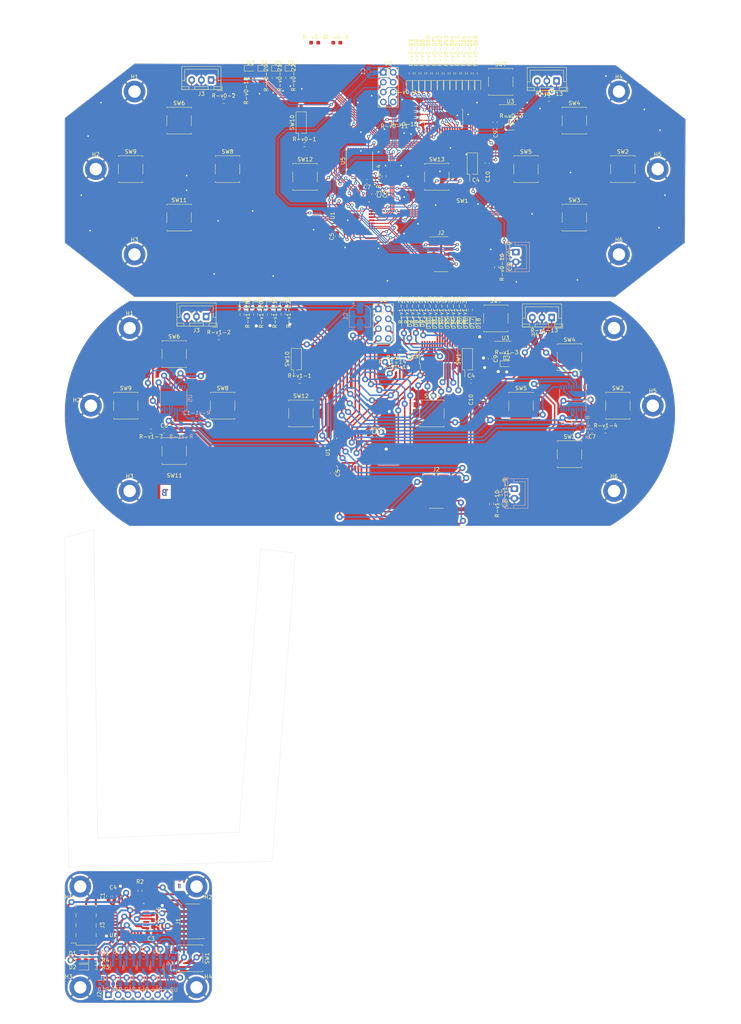
<source format=kicad_pcb>
(kicad_pcb (version 20221018) (generator pcbnew)
  (layers (0 "F.Cu" signal) (31 "B.Cu" signal) (34 "B.Paste" user) (35 "F.Paste" user) (36 "B.SilkS" user "B.Silkscreen") (37 "F.SilkS" user "F.Silkscreen") (38 "B.Mask" user) (39 "F.Mask" user) (44 "Edge.Cuts" user))
  (net 0 "")
  (net 1 "POWER-v0-_CHECK-v0-")
  (net 2 "GND-v0-")
  (net 3 "L-v0-i-ion-v0-")
  (net 4 "Net-(U3-BP)-v0-")
  (net 5 "Glob_Alim-v0-")
  (net 6 "Net-(D2-A)-v0-")
  (net 7 "Net-(D3-K)-v0-")
  (net 8 "Net-(D3-A)-v0-")
  (net 9 "Net-(D4-K)-v0-")
  (net 10 "Net-(D4-A)-v0-")
  (net 11 "Net-(D5-K)-v0-")
  (net 12 "Net-(D5-A)-v0-")
  (net 13 "Net-(D6-K)-v0-")
  (net 14 "Net-(D6-A)-v0-")
  (net 15 "Net-(D7-K)-v0-")
  (net 16 "Net-(D7-A)-v0-")
  (net 17 "Net-(D8-K)-v0-")
  (net 18 "Net-(D8-A)-v0-")
  (net 19 "Net-(D9-K)-v0-")
  (net 20 "Net-(D9-A)-v0-")
  (net 21 "Net-(D10-K)-v0-")
  (net 22 "Net-(D10-A)-v0-")
  (net 23 "Net-(D11-K)-v0-")
  (net 24 "Net-(D11-A)-v0-")
  (net 25 "Net-(D12-K)-v0-")
  (net 26 "Net-(D12-A)-v0-")
  (net 27 "Net-(D13-K)-v0-")
  (net 28 "Net-(D13-A)-v0-")
  (net 29 "Net-(D14-K)-v0-")
  (net 30 "Net-(D14-A)-v0-")
  (net 31 "Net-(D15-K)-v0-")
  (net 32 "Net-(D15-A)-v0-")
  (net 33 "Net-(D16-K)-v0-")
  (net 34 "Net-(D16-A)-v0-")
  (net 35 "Net-(D17-K)-v0-")
  (net 36 "Net-(D17-A)-v0-")
  (net 37 "Net-(D18-K)-v0-")
  (net 38 "Net-(D18-A)-v0-")
  (net 41 "SWDIO-v0-")
  (net 42 "SWDCK-v0-")
  (net 46 "R-v0-eset_Buton -v0-")
  (net 47 "USAR-v0-T2_R-v0-X-v0-")
  (net 48 "USAR-v0-T2_TX-v0-")
  (net 49 "NES{slash}SNES_switcher-v0-")
  (net 50 "R-v0-")
  (net 51 "A_Button-v0-")
  (net 52 "B_Button-v0-")
  (net 53 "X_Button-v0-")
  (net 54 "Y_Button-v0-")
  (net 55 "UC_Button-v0-")
  (net 56 "L-v0-C_Button-v0-")
  (net 57 "DIODE_SDA-v0-")
  (net 58 "R-v0-C_Button")
  (net 59 "L-v0-")
  (net 60 "DIODE_CL-v0-K")
  (net 61 "DC_Button-v0-")
  (net 62 "DIODE_OE-v0-")
  (net 63 "ST_Button-v0-")
  (net 64 "SE_Button-v0-")
  (net 65 "Order_Search-v0-")
  (net 66 "R-v0-X{slash}TX")
  (net 67 "Net-(C7-Pad1)-v0-")
  (net 68 "Pin_Clock-v0-")
  (net 69 "Digital_Out_Put-v0-")
  (net 70 "MOSI-v0-")
  (net 71 "GPIO_EX_CL-v0-K")
  (net 74 "GPIO_EX_SER-v0-IAL-v0-_DATA")
  (net 75 "Net-(U3-IN)-v0-")
  (net 76 "CSN_nR-v0-F24")
  (net 86 "Glob_Alim-v1-")
  (net 87 "GND-v1-")
  (net 88 "POWER-v1-_CHECK-v1-")
  (net 89 "L-v1-i-ion-v1-")
  (net 90 "Net-(C7-Pad1)-v1-")
  (net 91 "Net-(C8-Pad1)-v1-")
  (net 92 "Net-(U3-BP)-v1-")
  (net 93 "Net-(D2-A)-v1-")
  (net 94 "Net-(D3-K)-v1-")
  (net 95 "Net-(D3-A)-v1-")
  (net 96 "Net-(D4-K)-v1-")
  (net 97 "Net-(D4-A)-v1-")
  (net 98 "Net-(D5-K)-v1-")
  (net 99 "Net-(D5-A)-v1-")
  (net 100 "Net-(D6-K)-v1-")
  (net 101 "Net-(D6-A)-v1-")
  (net 102 "Net-(D7-K)-v1-")
  (net 103 "Net-(D7-A)-v1-")
  (net 104 "Net-(D8-K)-v1-")
  (net 105 "Net-(D8-A)-v1-")
  (net 106 "Net-(D9-K)-v1-")
  (net 107 "Net-(D9-A)-v1-")
  (net 108 "Net-(D10-K)-v1-")
  (net 109 "Net-(D10-A)-v1-")
  (net 110 "Net-(D11-K)-v1-")
  (net 111 "Net-(D11-A)-v1-")
  (net 112 "Net-(D12-K)-v1-")
  (net 113 "Net-(D12-A)-v1-")
  (net 114 "Net-(D13-K)-v1-")
  (net 115 "Net-(D13-A)-v1-")
  (net 116 "Net-(D14-K)-v1-")
  (net 117 "Net-(D14-A)-v1-")
  (net 118 "Net-(D15-K)-v1-")
  (net 119 "Net-(D15-A)-v1-")
  (net 120 "Net-(D16-K)-v1-")
  (net 121 "Net-(D16-A)-v1-")
  (net 122 "Net-(D17-K)-v1-")
  (net 123 "Net-(D17-A)-v1-")
  (net 124 "Net-(D18-K)-v1-")
  (net 125 "Net-(D18-A)-v1-")
  (net 128 "SWDIO-v1-")
  (net 129 "SWDCK-v1-")
  (net 133 "R-v1-eset_Buton -v1-")
  (net 134 "USAR-v1-T2_R-v1-X-v1-")
  (net 135 "USAR-v1-T2_TX-v1-")
  (net 136 "R-v1-")
  (net 137 "L-v1-")
  (net 138 "NES{slash}SNES_switcher-v1-")
  (net 139 "DIO{slash}EX_CL-v1-K")
  (net 140 "DIO{slash}EX_SDA-v1-")
  (net 141 "DIODE_OE-v1-")
  (net 142 "Net-(#FL-v1-G05-pwr)")
  (net 143 "A_Button-v1-")
  (net 144 "B_Button-v1-")
  (net 145 "X_Button-v1-")
  (net 146 "Y_Button-v1-")
  (net 147 "UC_Button-v1-")
  (net 148 "Order_Search-v1-")
  (net 149 "L-v1-C_Button")
  (net 150 "R-v1-C_Button")
  (net 151 "DC_Button-v1-")
  (net 152 "ST_Button-v1-")
  (net 153 "SE_Button-v1-")
  (net 158 "Pin_Clock-v1-")
  (net 159 "Digital_Out_Put-v1-")
  (net 160 "MOSI-v1-")
  (net 164 "R-v1-X{slash}TX")
  (net 166 "CSN_nR-v1-F24")
  (net 184 "+5V-v3-")
  (net 185 "GND-v3-")
  (net 186 "+3.3V-v3-")
  (net 187 "Net-(D1-K)-v3-")
  (net 189 "Net-(D3-K)-v3-")
  (net 190 "Status_LED-v3-")
  (net 191 "Data_Clock_SNES-v3-")
  (net 192 "Data_Latch_SNES-v3-")
  (net 193 "Net-(D2-K)-v3-")
  (net 194 "Serial_Data1_SNES-v3-")
  (net 195 "Serial_Data2_SNES-v3-")
  (net 196 "SPI_Chip_Select-v3-")
  (net 197 "Chip_Enable-v3-")
  (net 198 "SPI_Digital_Input-v3-")
  (net 199 "SPI_Clock-v3-")
  (net 200 "SPI_Digital_Output-v3-")
  (net 201 "IOBit_SNES-v3-")
  (net 202 "Data_Clock_STM32-v3-")
  (net 203 "Data_Latch_STM32-v3-")
  (net 204 "Appairing_Btn-v3-")
  (net 205 "Net-(U2-BP)-v3-")
  (net 206 "SWDIO-v3-")
  (net 207 "SWDCK-v3-")
  (net 210 "NRST-v3-")
  (net 211 "USART2_RX-v3-")
  (net 212 "USART2_TX-v3-")
  (net 213 "Serial_Data1_STM32-v3-")
  (net 214 "IOBit_STM32-v3-")
  (net 215 "Serial_Data2_STM32-v3-")
  (footprint "Package_QFP:LQFP-32_7x7mm_P0.8mm" (layer "F.Cu") (at 17.35 220.58291 180)
    (fp_text reference "U1")
    (fp_text value "STM32L412KBTx")
  )
  (footprint "Connector_PinHeader_1.27mm:PinHeader_2x07_P1.27mm_Vertical_SMD" (layer "F.Cu") (at 33.5 221.68291 180)
    (fp_text reference "J1")
    (fp_text value "Conn_02x07_Odd_Even")
  )
  (footprint "Button_Switch_SMD:SW_SPST_B3S-1000" (layer "F.Cu") (at 143.238222 88.699997)
    (fp_text reference "SW2")
    (fp_text value "SW_Push")
  )
  (footprint "R-v1-esistor_SMD:R-v1-_0603_1608Metric_Pad0.98x0.95mm_HandSolder" (layer "F.Cu") (at 61.088222 82.399997)
    (fp_text reference "R-v1-1")
    (fp_text value "1K")
  )
  (footprint "Button_Switch_SMD:SW_SPST_B3S-1000" (layer "F.Cu") (at 96.5 29.699997)
    (fp_text reference "SW13")
    (fp_text value "SW_Push")
  )
  (footprint "Capacitor_SMD:C_0603_1608Metric_Pad1.08x0.95mm_HandSolder" (layer "F.Cu") (at 80.462222 95.171997 -90)
    (fp_text reference "C6")
    (fp_text value "10u")
  )
  (footprint "MountingHole:MountingHole_3.2mm_M3_DIN965_Pad" (layer "F.Cu") (at 152.238222 88.699997)
    (fp_text reference "H5")
    (fp_text value "MountingHole_Pad")
  )
  (footprint "L-v0-ED_SMD:L-v0-ED_0603_1608Metric_Pad1.05x0.95mm_HandSolder" (layer "F.Cu") (at 95.825 6.524997 -90)
    (fp_text reference "D11")
    (fp_text value "O1")
  )
  (footprint "R-v0-esistor_SMD:R-v0-_0603_1608Metric_Pad0.98x0.95mm_HandSolder" (layer "F.Cu") (at 92.9 3.012497 90)
    (fp_text reference "R-v0-25")
    (fp_text value "1K")
  )
  (footprint "Button_Switch_SMD:SW_SPST_B3S-1000" (layer "F.Cu") (at 130.738222 101.199997)
    (fp_text reference "SW3")
    (fp_text value "SW_Push")
  )
  (footprint "Connector_JST:JST_XH_B3B-XH-A_1x03_P2.50mm_Vertical" (layer "F.Cu") (at 38.25 4.724997 180)
    (fp_text reference "J3")
    (fp_text value "Conn_01x03")
  )
  (footprint "Button_Switch_SMD:SW_SPST_B3S-1000" (layer "F.Cu") (at 119.5 27.699997)
    (fp_text reference "SW5")
    (fp_text value "SW_Push")
  )
  (footprint "R-v0-esistor_SMD:R-v0-_0603_1608Metric_Pad0.98x0.95mm_HandSolder" (layer "F.Cu") (at 106.4 3.012497 90)
    (fp_text reference "R-v0-34")
    (fp_text value "1K")
  )
  (footprint "MountingHole:MountingHole_3.2mm_M3_DIN965_Pad" (layer "F.Cu") (at 4.5 238.68291)
    (fp_text reference "H3")
    (fp_text value "MountingHole_Pad")
  )
  (footprint "R-v1-esistor_SMD:R-v1-_0603_1608Metric_Pad0.98x0.95mm_HandSolder" (layer "F.Cu") (at 87.048222 74.799997 180)
    (fp_text reference "R-v1-16")
    (fp_text value "10K")
  )
  (footprint "Package_SO:TSSOP-28_4.4x9.7mm_P0.65mm" (layer "F.Cu") (at 98.234 14.613997 90)
    (fp_text reference "U4")
    (fp_text value "PCA9685PW")
  )
  (footprint "R-v1-esistor_SMD:R-v1-_0603_1608Metric_Pad0.98x0.95mm_HandSolder" (layer "F.Cu") (at 105.138222 64.012497 90)
    (fp_text reference "R-v1-34")
    (fp_text value "1K")
  )
  (footprint "L-v1-ED_SMD:L-v1-ED_0603_1608Metric_Pad1.05x0.95mm_HandSolder" (layer "F.Cu") (at 47.238222 62.699997)
    (fp_text reference "D3")
    (fp_text value "G1")
  )
  (footprint "L-v0-ED_SMD:L-v0-ED_0603_1608Metric_Pad1.05x0.95mm_HandSolder" (layer "F.Cu") (at 97.45 6.512497 -90)
    (fp_text reference "D12")
    (fp_text value "O2")
  )
  (footprint "Connector_JST:JST_XH_B3B-XH-A_1x03_P2.50mm_Vertical" (layer "F.Cu") (at 126.142222 65.961997 180)
    (fp_text reference "J4")
    (fp_text value "Conn_01x03")
  )
  (footprint "R-v0-esistor_SMD:R-v0-_0603_1608Metric_Pad0.98x0.95mm_HandSolder" (layer "F.Cu") (at 70.7 -4.900003)
    (fp_text reference "R-v0-5")
    (fp_text value "1K")
  )
  (footprint "MountingHole:MountingHole_3.2mm_M3_DIN965_Pad" (layer "F.Cu") (at 143.5 7.699997)
    (fp_text reference "H4")
    (fp_text value "MountingHole_Pad")
  )
  (footprint "MountingHole:MountingHole_3.2mm_M3_DIN965_Pad" (layer "F.Cu") (at 18.5 49.699997)
    (fp_text reference "H3")
    (fp_text value "MountingHole_Pad")
  )
  (footprint "Button_Switch_SMD:SW_SPST_B3S-1000" (layer "F.Cu") (at 30 15.199997)
    (fp_text reference "SW6")
    (fp_text value "SW_Push")
  )
  (footprint "L-v1-ED_SMD:L-v1-ED_0603_1608Metric_Pad1.05x0.95mm_HandSolder" (layer "F.Cu") (at 91.363222 67.524997 -90)
    (fp_text reference "D9")
    (fp_text value "G7")
  )
  (footprint "Diode_SMD:D_0603_1608Metric_Pad1.05x0.95mm_HandSolder" (layer "F.Cu") (at 5.01875 229.88291 180)
    (fp_text reference "D1")
    (fp_text value "LED_Small")
  )
  (footprint "Button_Switch_SMD:SW_SPST_B3S-1000" (layer "F.Cu") (at 95.238222 90.699997)
    (fp_text reference "SW13")
    (fp_text value "SW_Push")
  )
  (footprint "R-v1-esistor_SMD:R-v1-_0603_1608Metric_Pad0.98x0.95mm_HandSolder" (layer "F.Cu") (at 90.138222 64.012497 90)
    (fp_text reference "R-v1-24")
    (fp_text value "1K")
  )
  (footprint "Connector_JST:JST_XH_B3B-XH-A_1x03_P2.50mm_Vertical" (layer "F.Cu") (at 127.404 4.961997 180)
    (fp_text reference "J4")
    (fp_text value "Conn_01x03")
  )
  (footprint "Capacitor_SMD:C_0603_1608Metric_Pad1.08x0.95mm_HandSolder" (layer "F.Cu") (at 23.26 218.93291 90)
    (fp_text reference "C5")
    (fp_text value "100n")
  )
  (footprint "L-v0-ED_SMD:L-v0-ED_0603_1608Metric_Pad1.05x0.95mm_HandSolder" (layer "F.Cu") (at 59 1.699997)
    (fp_text reference "D6")
    (fp_text value "G4")
  )
  (footprint "R-v1-esistor_SMD:R-v1-_0603_1608Metric_Pad0.98x0.95mm_HandSolder" (layer "F.Cu") (at 40.238222 71.199997)
    (fp_text reference "R-v1-2")
    (fp_text value "1K")
  )
  (footprint "R-v0-esistor_SMD:R-v0-_0603_1608Metric_Pad0.98x0.95mm_HandSolder" (layer "F.Cu") (at 125.5 9.699997)
    (fp_text reference "R-v0-13")
    (fp_text value "1K")
  )
  (footprint "L-v1-ED_SMD:L-v1-ED_0603_1608Metric_Pad1.05x0.95mm_HandSolder" (layer "F.Cu") (at 94.563222 67.524997 -90)
    (fp_text reference "D11")
    (fp_text value "O1")
  )
  (footprint "R-v0-esistor_SMD:R-v0-_0603_1608Metric_Pad0.98x0.95mm_HandSolder" (layer "F.Cu") (at 51.025 4.199997 -90)
    (fp_text reference "R-v0-20")
    (fp_text value "1K")
  )
  (footprint "L-v1-ED_SMD:L-v1-ED_0603_1608Metric_Pad1.05x0.95mm_HandSolder" (layer "F.Cu") (at 88.163222 67.524997 -90)
    (fp_text reference "D7")
    (fp_text value "G5")
  )
  (footprint "Capacitor_SMD:C_0603_1608Metric_Pad1.08x0.95mm_HandSolder" (layer "F.Cu") (at 26.146198 95.249997)
    (fp_text reference "C8")
    (fp_text value "100nF")
  )
  (footprint "L-v1-ED_SMD:L-v1-ED_0603_1608Metric_Pad1.05x0.95mm_HandSolder" (layer "F.Cu") (at 99.413222 67.499997 -90)
    (fp_text reference "D14")
    (fp_text value "O4")
  )
  (footprint "R-v0-esistor_SMD:R-v0-_0603_1608Metric_Pad0.98x0.95mm_HandSolder" (layer "F.Cu") (at 113.9 49.499997 -90)
    (fp_text reference "R-v0-9")
    (fp_text value "1M")
  )
  (footprint "L-v1-ED_SMD:L-v1-ED_0603_1608Metric_Pad1.05x0.95mm_HandSolder" (layer "F.Cu") (at 54.238222 62.699997)
    (fp_text reference "D5")
    (fp_text value "G3")
  )
  (footprint "R-v1-esistor_SMD:R-v1-_0603_1608Metric_Pad0.98x0.95mm_HandSolder" (layer "F.Cu") (at 100.638222 64.012497 90)
    (fp_text reference "R-v1-31")
    (fp_text value "1K")
  )
  (footprint "L-v1-ED_SMD:L-v1-ED_0603_1608Metric_Pad1.05x0.95mm_HandSolder" (layer "F.Cu") (at 97.813222 67.499997 -90)
    (fp_text reference "D13")
    (fp_text value "O3")
  )
  (footprint "R-v1-esistor_SMD:R-v1-_0603_1608Metric_Pad0.98x0.95mm_HandSolder" (layer "F.Cu") (at 56.838222 65.124997 -90)
    (fp_text reference "R-v1-22")
    (fp_text value "1K")
  )
  (footprint "MountingHole:MountingHole_3.2mm_M3_DIN965_Pad" (layer "F.Cu") (at 142.238222 68.699997)
    (fp_text reference "H4")
    (fp_text value "MountingHole_Pad")
  )
  (footprint "L-v0-ED_SMD:L-v0-ED_0603_1608Metric_Pad1.05x0.95mm_HandSolder" (layer "F.Cu") (at 91.025 6.524997 -90)
    (fp_text reference "D8")
    (fp_text value "G6")
  )
  (footprint "R-v1-esistor_SMD:R-v1-_0603_1608Metric_Pad0.98x0.95mm_HandSolder" (layer "F.Cu") (at 94.638222 64.012497 90)
    (fp_text reference "R-v1-27")
    (fp_text value "1K")
  )
  (footprint "R-v0-esistor_SMD:R-v0-_0603_1608Metric_Pad0.98x0.95mm_HandSolder" (layer "F.Cu") (at 100.4 3.012497 90)
    (fp_text reference "R-v0-30")
    (fp_text value "1K")
  )
  (footprint "R-v1-esistor_SMD:R-v1-_0603_1608Metric_Pad0.98x0.95mm_HandSolder" (layer "F.Cu") (at 99.138222 64.012497 90)
    (fp_text reference "R-v1-30")
    (fp_text value "1K")
  )
  (footprint "Capacitor_SMD:C_0603_1608Metric_Pad1.08x0.95mm_HandSolder" (layer "F.Cu") (at 69.540222 106.093997 -90)
    (fp_text reference "C5")
    (fp_text value "100n")
  )
  (footprint "L-v1-ED_SMD:L-v1-ED_0603_1608Metric_Pad1.05x0.95mm_HandSolder" (layer "F.Cu") (at 101.013222 67.499997 -90)
    (fp_text reference "D15")
    (fp_text value "R-v1-1")
  )
  (footprint "Package_SO:TSSOP-28_4.4x9.7mm_P0.65mm" (layer "F.Cu") (at 96.972222 75.613997 90)
    (fp_text reference "U4")
    (fp_text value "PCA9685PW")
  )
  (footprint "R-v0-esistor_SMD:R-v0-_0603_1608Metric_Pad0.98x0.95mm_HandSolder" (layer "F.Cu") (at 115.76 15.375997)
    (fp_text reference "R-v0-3")
    (fp_text value "1K")
  )
  (footprint "R-v1-esistor_SMD:R-v1-_0603_1608Metric_Pad0.98x0.95mm_HandSolder" (layer "F.Cu") (at 114.498222 76.375997)
    (fp_text reference "R-v1-3")
    (fp_text value "1K")
  )
  (footprint "Button_Switch_SMD:SW_SPST_B3S-1000" (layer "F.Cu") (at 17.5 27.699997)
    (fp_text reference "SW9")
    (fp_text value "SW_Push")
  )
  (footprint "L-v1-ED_SMD:L-v1-ED_0603_1608Metric_Pad1.05x0.95mm_HandSolder" (layer "F.Cu") (at 102.613222 67.499997 -90)
    (fp_text reference "D16")
    (fp_text value "R-v1-2")
  )
  (footprint "L-v0-ED_SMD:L-v0-ED_0603_1608Metric_Pad1.05x0.95mm_HandSolder" (layer "F.Cu") (at 103.875 6.499997 -90)
    (fp_text reference "D16")
    (fp_text value "R-v0-2")
  )
  (footprint "Resistor_SMD:R_0603_1608Metric_Pad0.98x0.95mm_HandSolder" (layer "F.Cu") (at 8.51875 233.48291)
    (fp_text reference "R3")
    (fp_text value "1k")
  )
  (footprint "L-v1-ED_SMD:L-v1-ED_0603_1608Metric_Pad1.05x0.95mm_HandSolder" (layer "F.Cu") (at 50.738222 62.699997)
    (fp_text reference "D4")
    (fp_text value "G2")
  )
  (footprint "MountingHole:MountingHole_3.2mm_M3_DIN965_Pad" (layer "F.Cu") (at 143.5 49.699997)
    (fp_text reference "H6")
    (fp_text value "MountingHole_Pad")
  )
  (footprint "R-v0-esistor_SMD:R-v0-_0603_1608Metric_Pad0.98x0.95mm_HandSolder" (layer "F.Cu") (at 91.4 3.012497 90)
    (fp_text reference "R-v0-24")
    (fp_text value "1K")
  )
  (footprint "MountingHole:MountingHole_3.2mm_M3_DIN965_Pad" (layer "F.Cu") (at 18.5 7.699997)
    (fp_text reference "H1")
    (fp_text value "MountingHole_Pad")
  )
  (footprint "Capacitor_SMD:C_0603_1608Metric_Pad1.08x0.95mm_HandSolder" (layer "F.Cu") (at 110.288222 76.599997 -90)
    (fp_text reference "C9")
    (fp_text value "470p")
  )
  (footprint "Resistor_SMD:R_0603_1608Metric_Pad0.98x0.95mm_HandSolder" (layer "F.Cu") (at 8.51875 231.68291)
    (fp_text reference "R4")
    (fp_text value "1k")
  )
  (footprint "Button_Switch_SMD:SW_SPST_B3S-1000" (layer "F.Cu") (at 113 5.199997)
    (fp_text reference "SW7")
    (fp_text value "SW_SPST")
  )
  (footprint "Diode_SMD:D_0603_1608Metric_Pad1.05x0.95mm_HandSolder" (layer "F.Cu") (at 5.01875 233.48291 180)
    (fp_text reference "D2")
    (fp_text value "LED_Small")
  )
  (footprint "R-v0-esistor_SMD:R-v0-_0603_1608Metric_Pad0.98x0.95mm_HandSolder" (layer "F.Cu") (at 95.9 3.012497 90)
    (fp_text reference "R-v0-27")
    (fp_text value "1K")
  )
  (footprint "R-v1-esistor_SMD:R-v1-_0603_1608Metric_Pad0.98x0.95mm_HandSolder" (layer "F.Cu") (at 85.048222 78.799997)
    (fp_text reference "R-v1-14")
    (fp_text value "10K")
  )
  (footprint "MountingHole:MountingHole_3.2mm_M3_DIN965_Pad" (layer "F.Cu") (at 17.238222 110.699997)
    (fp_text reference "H3")
    (fp_text value "MountingHole_Pad")
  )
  (footprint "Capacitor_SMD:C_0603_1608Metric_Pad1.08x0.95mm_HandSolder" (layer "F.Cu") (at 23.26 222.23541 90)
    (fp_text reference "C2")
    (fp_text value "100n")
  )
  (footprint "R-v1-esistor_SMD:R-v1-_0603_1608Metric_Pad0.98x0.95mm_HandSolder" (layer "F.Cu") (at 110.638222 114.037497 -90)
    (fp_text reference "R-v1-10")
    (fp_text value "1M")
  )
  (footprint "Button_Switch_SMD:SW_SPST_B3S-1000" (layer "F.Cu") (at 41.238222 88.699997)
    (fp_text reference "SW8")
    (fp_text value "SW_Push")
  )
  (footprint "L-v0-ED_SMD:L-v0-ED_0603_1608Metric_Pad1.05x0.95mm_HandSolder" (layer "F.Cu") (at 92.625 6.524997 -90)
    (fp_text reference "D9")
    (fp_text value "G7")
  )
  (footprint "R-v1-esistor_SMD:R-v1-_0603_1608Metric_Pad0.98x0.95mm_HandSolder" (layer "F.Cu") (at 103.638222 64.012497 90)
    (fp_text reference "R-v1-33")
    (fp_text value "1K")
  )
  (footprint "L-v0-ED_SMD:L-v0-ED_0603_1608Metric_Pad1.05x0.95mm_HandSolder" (layer "F.Cu") (at 89.425 6.524997 -90)
    (fp_text reference "D7")
    (fp_text value "G5")
  )
  (footprint "R-v1-esistor_SMD:R-v1-_0603_1608Metric_Pad0.98x0.95mm_HandSolder" (layer "F.Cu") (at 91.608222 64.012497 90)
    (fp_text reference "R-v1-25")
    (fp_text value "1K")
  )
  (footprint "L-v0-ED_SMD:L-v0-ED_0603_1608Metric_Pad1.05x0.95mm_HandSolder" (layer "F.Cu") (at 55.5 1.699997)
    (fp_text reference "D5")
    (fp_text value "G3")
  )
  (footprint "R-v1-esistor_SMD:R-v1-_0603_1608Metric_Pad0.98x0.95mm_HandSolder" (layer "F.Cu") (at 112.638222 110.499997 -90)
    (fp_text reference "R-v1-9")
    (fp_text value "1M")
  )
  (footprint "Capacitor_SMD:C_0603_1608Metric_Pad1.08x0.95mm_HandSolder" (layer "F.Cu") (at 80.2 34.171997 -90)
    (fp_text reference "C3")
    (fp_text value "100n")
  )
  (footprint "L-v1-ED_SMD:L-v1-ED_0603_1608Metric_Pad1.05x0.95mm_HandSolder" (layer "F.Cu") (at 105.838222 67.499997 -90)
    (fp_text reference "D18")
    (fp_text value "R-v1-4")
  )
  (footprint "Package_SO:SSOP-20_4.4x6.5mm_P0.65mm" (layer "F.Cu") (at 76.575 25.599997 90)
    (fp_text reference "U5")
    (fp_text value "PCF8574TS")
  )
  (footprint "L-v1-ED_SMD:L-v1-ED_0603_1608Metric_Pad1.05x0.95mm_HandSolder" (layer "F.Cu") (at 104.213222 67.499997 -90)
    (fp_text reference "D17")
    (fp_text value "R-v1-3")
  )
  (footprint "R-v1-esistor_SMD:R-v1-_0603_1608Metric_Pad0.98x0.95mm_HandSolder" (layer "F.Cu") (at 88.638222 64.012497 90)
    (fp_text reference "R-v1-23")
    (fp_text value "1K")
  )
  (footprint "L-v0-ED_SMD:L-v0-ED_0603_1608Metric_Pad1.05x0.95mm_HandSolder" (layer "F.Cu") (at 94.225 6.524997 -90)
    (fp_text reference "D10")
    (fp_text value "G8")
  )
  (footprint "Button_Switch_SMD:SW_DIP_SPSTx01_Slide_Copal_CHS-01B_W7.62mm_P1.27mm" (layer "F.Cu") (at 60.238222 76.699997 90)
    (fp_text reference "SW10")
    (fp_text value "SW_DIP_x01")
  )
  (footprint "Connector_PinHeader_2.54mm:PinHeader_1x07_P2.54mm_Vertical" (layer "F.Cu") (at 11.75 240.58291 90)
    (fp_text reference "J2")
    (fp_text value "Conn_01x07_Socket")
  )
  (footprint "Button_Switch_SMD:SW_SPST_B3S-1000" (layer "F.Cu") (at 118.238222 88.699997)
    (fp_text reference "SW5")
    (fp_text value "SW_Push")
  )
  (footprint "Button_Switch_SMD:SW_SPST_B3S-1000" (layer "F.Cu") (at 132 15.199997)
    (fp_text reference "SW4")
    (fp_text value "SW_Push")
  )
  (footprint "L-v0-ED_SMD:L-v0-ED_0603_1608Metric_Pad1.05x0.95mm_HandSolder" (layer "F.Cu") (at 99.075 6.499997 -90)
    (fp_text reference "D13")
    (fp_text value "O3")
  )
  (footprint "Capacitor_SMD:C_0603_1608Metric_Pad1.08x0.95mm_HandSolder" (layer "F.Cu") (at 78.5 30.899997 180)
    (fp_text reference "C7")
    (fp_text value "100µF")
  )
  (footprint "L-v1-ED_SMD:L-v1-ED_0603_1608Metric_Pad1.05x0.95mm_HandSolder" (layer "F.Cu") (at 114.498222 77.899997)
    (fp_text reference "D2")
    (fp_text value "L-v1-ED_Small")
  )
  (footprint "L-v1-ED_SMD:L-v1-ED_0603_1608Metric_Pad1.05x0.95mm_HandSolder" (layer "F.Cu") (at 57.738222 62.699997)
    (fp_text reference "D6")
    (fp_text value "G4")
  )
  (footprint "R-v0-esistor_SMD:R-v0-_0603_1608Metric_Pad0.98x0.95mm_HandSolder" (layer "F.Cu") (at 90.868 12.073997 180)
    (fp_text reference "R-v0-16")
    (fp_text value "10K")
  )
  (footprint "L-v0-ED_SMD:L-v0-ED_0603_1608Metric_Pad1.05x0.95mm_HandSolder" (layer "F.Cu") (at 100.675 6.499997 -90)
    (fp_text reference "D14")
    (fp_text value "O4")
  )
  (footprint "Button_Switch_SMD:SW_SPST_B3S-1000" (layer "F.Cu") (at 28.738222 100.399997)
    (fp_text reference "SW11")
    (fp_text value "SW_Push")
  )
  (footprint "L-v0-ED_SMD:L-v0-ED_0603_1608Metric_Pad1.05x0.95mm_HandSolder" (layer "F.Cu") (at 102.275 6.499997 -90)
    (fp_text reference "D15")
    (fp_text value "R-v0-1")
  )
  (footprint "R-v1-esistor_SMD:R-v1-_0603_1608Metric_Pad0.98x0.95mm_HandSolder" (layer "F.Cu") (at 93.138222 64.012497 90)
    (fp_text reference "R-v1-26")
    (fp_text value "1K")
  )
  (footprint "R-v0-esistor_SMD:R-v0-_0603_1608Metric_Pad0.98x0.95mm_HandSolder" (layer "F.Cu") (at 101.9 3.012497 90)
    (fp_text reference "R-v0-31")
    (fp_text value "1K")
  )
  (footprint "Connector_PinHeader_1.27mm:PinHeader_2x07_P1.27mm_Vertical_SMD" (layer "F.Cu") (at 97.625 49.639997)
    (fp_text reference "J2")
    (fp_text value "Conn_02x07_Odd_Even")
  )
  (footprint "R-v0-esistor_SMD:R-v0-_0603_1608Metric_Pad0.98x0.95mm_HandSolder" (layer "F.Cu") (at 41.5 10.199997)
    (fp_text reference "R-v0-2")
    (fp_text value "1K")
  )
  (footprint "R-v0-esistor_SMD:R-v0-_0603_1608Metric_Pad0.98x0.95mm_HandSolder" (layer "F.Cu") (at 82.9 29.587497 90)
    (fp_text reference "R-v0-4")
    (fp_text value "10k")
  )
  (footprint "MountingHole:MountingHole_3.2mm_M3_DIN965_Pad" (layer "F.Cu") (at 142.238222 110.699997)
    (fp_text reference "H6")
    (fp_text value "MountingHole_Pad")
  )
  (footprint "L-v0-ED_SMD:L-v0-ED_0603_1608Metric_Pad1.05x0.95mm_HandSolder" (layer "F.Cu") (at 105.475 6.499997 -90)
    (fp_text reference "D17")
    (fp_text value "R-v0-3")
  )
  (footprint "Diode_SMD:D_0603_1608Metric_Pad1.05x0.95mm_HandSolder" (layer "F.Cu") (at 5.01875 231.68291 180)
    (fp_text reference "D3")
    (fp_text value "LED")
  )
  (footprint "L-v1-ED_SMD:L-v1-ED_0603_1608Metric_Pad1.05x0.95mm_HandSolder" (layer "F.Cu") (at 92.963222 67.524997 -90)
    (fp_text reference "D10")
    (fp_text value "G8")
  )
  (footprint "L-v0-ED_SMD:L-v0-ED_0603_1608Metric_Pad1.05x0.95mm_HandSolder" (layer "F.Cu") (at 115.76 16.899997)
    (fp_text reference "D2")
    (fp_text value "L-v0-ED_Small")
  )
  (footprint "Connector_PinHeader_1.27mm:PinHeader_2x07_P1.27mm_Vertical_SMD" (layer "F.Cu") (at 96.363222 110.639997)
    (fp_text reference "J2")
    (fp_text value "Conn_02x07_Odd_Even")
  )
  (footprint "R-v0-esistor_SMD:R-v0-_0603_1608Metric_Pad0.98x0.95mm_HandSolder" (layer "F.Cu") (at 94.4 3.012497 90)
    (fp_text reference "R-v0-26")
    (fp_text value "1K")
  )
  (footprint "Connector_PinHeader_2.54mm:PinHeader_2x04_P2.54mm_Vertical" (layer "F.Cu") (at 82.7 2.759997)
    (fp_text reference "U2")
    (fp_text value "nR-v0-F24_Full")
  )
  (footprint "Capacitor_SMD:C_0603_1608Metric_Pad1.08x0.95mm_HandSolder" (layer "F.Cu") (at 136.550246 95.249997 180)
    (fp_text reference "C7")
    (fp_text value "100nF")
  )
  (footprint "R-v0-esistor_SMD:R-v0-_0603_1608Metric_Pad0.98x0.95mm_HandSolder" (layer "F.Cu") (at 111.9 53.037497 -90)
    (fp_text reference "R-v0-10")
    (fp_text value "1M")
  )
  (footprint "Package_QFP:L-v0-QFP-32_7x7mm_P0.8mm" (layer "F.Cu") (at 75.5 39.699997 90)
    (fp_text reference "U1")
    (fp_text value "STM32L-v0-412KBTx")
  )
  (footprint "Capacitor_SMD:C_0603_1608Metric_Pad1.08x0.95mm_HandSolder" (layer "F.Cu") (at 111.55 15.599997 -90)
    (fp_text reference "C9")
    (fp_text value "470p")
  )
  (footprint "R-v1-esistor_SMD:R-v1-_0603_1608Metric_Pad0.98x0.95mm_HandSolder" (layer "F.Cu") (at 49.763222 65.199997 -90)
    (fp_text reference "R-v1-20")
    (fp_text value "1K")
  )
  (footprint "L-v1-ED_SMD:L-v1-ED_0603_1608Metric_Pad1.05x0.95mm_HandSolder" (layer "F.Cu") (at 96.198222 67.512497 -90)
    (fp_text reference "D12")
    (fp_text value "O2")
  )
  (footprint "R-v0-esistor_SMD:R-v0-_0603_1608Metric_Pad0.98x0.95mm_HandSolder" (layer "F.Cu") (at 64.9875 -4.900003)
    (fp_text reference "R-v0-6")
    (fp_text value "1K")
  )
  (footprint "R-v0-esistor_SMD:R-v0-_0603_1608Metric_Pad0.98x0.95mm_HandSolder" (layer "F.Cu") (at 97.4 3.012497 90)
    (fp_text reference "R-v0-28")
    (fp_text value "1K")
  )
  (footprint "MountingHole:MountingHole_3.2mm_M3_DIN965_Pad" (layer "F.Cu") (at 34.5 238.68291)
    (fp_text reference "H4")
    (fp_text value "MountingHole_Pad")
  )
  (footprint "MountingHole:MountingHole_3.2mm_M3_DIN965_Pad" (layer "F.Cu") (at 8.5 27.699997)
    (fp_text reference "H2")
    (fp_text value "MountingHole_Pad")
  )
  (footprint "Capacitor_SMD:C_0603_1608Metric_Pad1.08x0.95mm_HandSolder" (layer "F.Cu") (at 113.9 53.037497 -90)
    (fp_text reference "C2")
    (fp_text value "1nF")
  )
  (footprint "MountingHole:MountingHole_3.2mm_M3_DIN965_Pad" (layer "F.Cu") (at 4.5 212.68291)
    (fp_text reference "H1")
    (fp_text value "MountingHole_Pad")
  )
  (footprint "MountingHole:MountingHole_3.2mm_M3_DIN965_Pad" (layer "F.Cu") (at 7.238222 88.699997)
    (fp_text reference "H2")
    (fp_text value "MountingHole_Pad")
  )
  (footprint "R-v0-esistor_SMD:R-v0-_0603_1608Metric_Pad0.98x0.95mm_HandSolder" (layer "F.Cu") (at 47.525 4.174997 -90)
    (fp_text reference "R-v0-18")
    (fp_text value "1K")
  )
  (footprint "R-v0-esistor_SMD:R-v0-_0603_1608Metric_Pad0.98x0.95mm_HandSolder" (layer "F.Cu") (at 104.9 3.012497 90)
    (fp_text reference "R-v0-33")
    (fp_text value "1K")
  )
  (footprint "R-v0-esistor_SMD:R-v0-_0603_1608Metric_Pad0.98x0.95mm_HandSolder" (layer "F.Cu") (at 90.868 13.597997 180)
    (fp_text reference "R-v0-11")
    (fp_text value "10K")
  )
  (footprint "MountingHole:MountingHole_3.2mm_M3_DIN965_Pad" (layer "F.Cu") (at 17.238222 68.699997)
    (fp_text reference "H1")
    (fp_text value "MountingHole_Pad")
  )
  (footprint "R-v0-esistor_SMD:R-v0-_0603_1608Metric_Pad0.98x0.95mm_HandSolder" (layer "F.Cu") (at 62.35 21.399997)
    (fp_text reference "R-v0-1")
    (fp_text value "1K")
  )
  (footprint "R-v0-esistor_SMD:R-v0-_0603_1608Metric_Pad0.98x0.95mm_HandSolder" (layer "F.Cu") (at 58.1 4.124997 -90)
    (fp_text reference "R-v0-22")
    (fp_text value "1K")
  )
  (footprint "Package_QFP:L-v1-QFP-32_7x7mm_P0.8mm" (layer "F.Cu") (at 74.238222 100.699997 90)
    (fp_text reference "U1")
    (fp_text value "STM32L-v1-412KBTx")
  )
  (footprint "Capacitor_SMD:C_0603_1608Metric_Pad1.08x0.95mm_HandSolder" (layer "F.Cu") (at 81.724 34.171997 -90)
    (fp_text reference "C6")
    (fp_text value "10u")
  )
  (footprint "Button_Switch_SMD:SW_SPST_B3S-1000" (layer "F.Cu") (at 61.448222 90.699997)
    (fp_text reference "SW12")
    (fp_text value "SW_Push")
  )
  (footprint "Capacitor_SMD:C_0603_1608Metric_Pad1.08x0.95mm_HandSolder" (layer "F.Cu") (at 108.233222 87.182497 -90)
    (fp_text reference "C10")
    (fp_text value "100nF")
  )
  (footprint "L-v0-ED_SMD:L-v0-ED_0603_1608Metric_Pad1.05x0.95mm_HandSolder" (layer "F.Cu") (at 52 1.699997)
    (fp_text reference "D4")
    (fp_text value "G2")
  )
  (footprint "Connector_PinSocket_2.54mm:PinSocket_2x04_P2.54mm_Vertical_SMD" (layer "F.Cu") (at 6 222.68291 180)
    (fp_text reference "J3")
    (fp_text value "Conn_01x08_Socket")
  )
  (footprint "Button_Switch_SMD:SW_SPST_B3S-1000" (layer "F.Cu") (at 130.738222 76.199997)
    (fp_text reference "SW4")
    (fp_text value "SW_Push")
  )
  (footprint "R-v1-esistor_SMD:R-v1-_0603_1608Metric_Pad0.98x0.95mm_HandSolder" (layer "F.Cu") (at 22.746198 95.249997 180)
    (fp_text reference "R-v1-7")
    (fp_text value "1k")
  )
  (footprint "R-v1-esistor_SMD:R-v1-_0603_1608Metric_Pad0.98x0.95mm_HandSolder" (layer "F.Cu") (at 102.138222 64.012497 90)
    (fp_text reference "R-v1-32")
    (fp_text value "1K")
  )
  (footprint "L-v1-ED_SMD:L-v1-ED_0603_1608Metric_Pad1.05x0.95mm_HandSolder" (layer "F.Cu") (at 89.762222 67.524997 -90)
    (fp_text reference "D8")
    (fp_text value "G6")
  )
  (footprint "Button_Switch_SMD:SW_SPST_B3S-1000" (layer "F.Cu") (at 30 40.199997)
    (fp_text reference "SW11")
    (fp_text value "SW_Push")
  )
  (footprint "Button_Switch_SMD:SW_SPST_B3S-1000" (layer "F.Cu") (at 62.5 29.699997)
    (fp_text reference "SW12")
    (fp_text value "SW_Push")
  )
  (footprint "Button_Switch_SMD:SW_SPST_B3S-1000" (layer "F.Cu") (at 33 231.18291 180)
    (fp_text reference "SW1")
    (fp_text value "SW_SPST")
  )
  (footprint "Button_Switch_SMD:SW_DIP_SPSTx01_Slide_Copal_CHS-01B_W7.62mm_P1.27mm" (layer "F.Cu") (at 105.67 26.269997 90)
    (fp_text reference "SW1")
    (fp_text value "SW_DIP_x01")
  )
  (footprint "Button_Switch_SMD:SW_SPST_B3S-1000" (layer "F.Cu") (at 111.738222 66.199997)
    (fp_text reference "SW7")
    (fp_text value "SW_SPST")
  )
  (footprint "Button_Switch_SMD:SW_DIP_SPSTx01_Slide_Copal_CHS-01B_W7.62mm_P1.27mm" (layer "F.Cu") (at 104.408222 76.699997 90)
    (fp_text reference "SW1")
    (fp_text value "SW_DIP_x01")
  )
  (footprint "Capacitor_SMD:C_0603_1608Metric_Pad1.08x0.95mm_HandSolder" (layer "F.Cu") (at 109.495 26.182497 -90)
    (fp_text reference "C10")
    (fp_text value "100nF")
  )
  (footprint "Connector_PinHeader_2.54mm:PinHeader_2x04_P2.54mm_Vertical" (layer "F.Cu") (at 81.438222 63.759997)
    (fp_text reference "U2")
    (fp_text value "nR-v1-F24_Full")
  )
  (footprint "Capacitor_SMD:C_0603_1608Metric_Pad1.08x0.95mm_HandSolder" (layer "F.Cu") (at 22.7525 224.62291)
    (fp_text reference "C3")
    (fp_text value "100n")
  )
  (footprint "Capacitor_SMD:C_0603_1608Metric_Pad1.08x0.95mm_HandSolder" (layer "F.Cu") (at 105.333222 82.399997)
    (fp_text reference "C4")
    (fp_text value "1u")
  )
  (footprint "MountingHole:MountingHole_3.2mm_M3_DIN965_Pad" (layer "F.Cu") (at 153.5 27.699997)
    (fp_text reference "H5")
    (fp_text value "MountingHole_Pad")
  )
  (footprint "R-v1-esistor_SMD:R-v1-_0603_1608Metric_Pad0.98x0.95mm_HandSolder" (layer "F.Cu") (at 140.050246 95.249997)
    (fp_text reference "R-v1-4")
    (fp_text value "1k")
  )
  (footprint "Button_Switch_SMD:SW_SPST_B3S-1000" (layer "F.Cu") (at 144.5 27.699997)
    (fp_text reference "SW2")
    (fp_text value "SW_Push")
  )
  (footprint "Capacitor_SMD:C_0603_1608Metric_Pad1.08x0.95mm_HandSolder" (layer "F.Cu") (at 13.3 215.18291 90)
    (fp_text reference "C4")
    (fp_text value "100n")
  )
  (footprint "R-v1-esistor_SMD:R-v1-_0603_1608Metric_Pad0.98x0.95mm_HandSolder" (layer "F.Cu") (at 86.048222 77.299997 180)
    (fp_text reference "R-v1-11")
    (fp_text value "10K")
  )
  (footprint "R-v1-esistor_SMD:R-v1-_0603_1608Metric_Pad0.98x0.95mm_HandSolder" (layer "F.Cu") (at 97.638222 64.012497 90)
    (fp_text reference "R-v1-29")
    (fp_text value "1K")
  )
  (footprint "MountingHole:MountingHole_3.2mm_M3_DIN965_Pad" (layer "F.Cu") (at 34.5 212.68291)
    (fp_text reference "H2")
    (fp_text value "MountingHole_Pad")
  )
  (footprint "Package_SO:MSOP-8_3x3mm_P0.65mm" (layer "F.Cu") (at 115.5 12.699997)
    (fp_text reference "U3")
    (fp_text value "MIC5219-3.3YMM")
  )
  (footprint "Capacitor_SMD:C_0603_1608Metric_Pad1.08x0.95mm_HandSolder" (layer "F.Cu") (at 11.8 215.18291 90)
    (fp_text reference "C1")
    (fp_text value "10u")
  )
  (footprint "R-v1-esistor_SMD:R-v1-_0603_1608Metric_Pad0.98x0.95mm_HandSolder" (layer "F.Cu") (at 46.263222 65.174997 -90)
    (fp_text reference "R-v1-18")
    (fp_text value "1K")
  )
  (footprint "R-v1-esistor_SMD:R-v1-_0603_1608Metric_Pad0.98x0.95mm_HandSolder" (layer "F.Cu") (at 124.238222 70.699997)
    (fp_text reference "R-v1-13")
    (fp_text value "1K")
  )
  (footprint "Capacitor_SMD:C_0603_1608Metric_Pad1.08x0.95mm_HandSolder" (layer "F.Cu") (at 106.595 31.969997)
    (fp_text reference "C4")
    (fp_text value "1u")
  )
  (footprint "R-v0-esistor_SMD:R-v0-_0603_1608Metric_Pad0.98x0.95mm_HandSolder" (layer "F.Cu") (at 89.9 3.012497 90)
    (fp_text reference "R-v0-23")
    (fp_text value "1K")
  )
  (footprint "R-v1-esistor_SMD:R-v1-_0603_1608Metric_Pad0.98x0.95mm_HandSolder" (layer "F.Cu") (at 53.288222 65.174997 -90)
    (fp_text reference "R-v1-21")
    (fp_text value "1K")
  )
  (footprint "Resistor_SMD:R_0603_1608Metric_Pad0.98x0.95mm_HandSolder" (layer "F.Cu") (at 19.92 213.75291 90)
    (fp_text reference "R2")
    (fp_text value "10k")
  )
  (footprint "Capacitor_SMD:C_0603_1608Metric_Pad1.08x0.95mm_HandSolder" (layer "F.Cu") (at 78.938222 95.171997 -90)
    (fp_text reference "C3")
    (fp_text value "100n")
  )
  (footprint "R-v0-esistor_SMD:R-v0-_0603_1608Metric_Pad0.98x0.95mm_HandSolder" (layer "F.Cu") (at 103.4 3.012497 90)
    (fp_text reference "R-v0-32")
    (fp_text value "1K")
  )
  (footprint "Button_Switch_SMD:SW_SPST_B3S-1000" (layer "F.Cu") (at 42.5 27.699997)
    (fp_text reference "SW8")
    (fp_text value "SW_Push")
  )
  (footprint "L-v0-ED_SMD:L-v0-ED_0603_1608Metric_Pad1.05x0.95mm_HandSolder" (layer "F.Cu") (at 48.5 1.699997)
    (fp_text reference "D3")
    (fp_text value "G1")
  )
  (footprint "R-v0-esistor_SMD:R-v0-_0603_1608Metric_Pad0.98x0.95mm_HandSolder" (layer "F.Cu") (at 54.55 4.174997 -90)
    (fp_text reference "R-v0-21")
    (fp_text value "1K")
  )
  (footprint "R-v0-esistor_SMD:R-v0-_0603_1608Metric_Pad0.98x0.95mm_HandSolder" (layer "F.Cu") (at 98.9 3.012497 90)
    (fp_text reference "R-v0-29")
    (fp_text value "1K")
  )
  (footprint "Capacitor_SMD:C_0603_1608Metric_Pad1.08x0.95mm_HandSolder" (layer "F.Cu") (at 112.638222 114.037497 -90)
    (fp_text reference "C2")
    (fp_text value "1nF")
  )
  (footprint "Connector_JST:JST_XH_B3B-XH-A_1x03_P2.50mm_Vertical" (layer "F.Cu") (at 36.988222 65.724997 180)
    (fp_text reference "J3")
    (fp_text value "Conn_01x03")
  )
  (footprint "R-v1-esistor_SMD:R-v1-_0603_1608Metric_Pad0.98x0.95mm_HandSolder" (layer "F.Cu") (at 96.138222 64.012497 90)
    (fp_text reference "R-v1-28")
    (fp_text value "1K")
  )
  (footprint "Package_SO:MSOP-8_3x3mm_P0.65mm" (layer "F.Cu") (at 114.238222 73.699997)
    (fp_text reference "U3")
    (fp_text value "MIC5219-3.3YMM")
  )
  (footprint "Capacitor_SMD:C_0603_1608Metric_Pad1.08x0.95mm_HandSolder" (layer "F.Cu") (at 70.802 45.093997 90)
    (fp_text reference "C5")
    (fp_text value "100n")
  )
  (footprint "Button_Switch_SMD:SW_SPST_B3S-1000" (layer "F.Cu") (at 28.738222 75.399997)
    (fp_text reference "SW6")
    (fp_text value "SW_Push")
  )
  (footprint "Resistor_SMD:R_0603_1608Metric_Pad0.98x0.95mm_HandSolder" (layer "F.Cu") (at 8.51875 229.88291)
    (fp_text reference "R1")
    (fp_text value "1k")
  )
  (footprint "R-v0-esistor_SMD:R-v0-_0603_1608Metric_Pad0.98x0.95mm_HandSolder" (layer "F.Cu") (at 90.868 15.121997)
    (fp_text reference "R-v0-14")
    (fp_text value "10K")
  )
  (footprint "Button_Switch_SMD:SW_DIP_SPSTx01_Slide_Copal_CHS-01B_W7.62mm_P1.27mm" (layer "F.Cu") (at 61.5 15.699997 90)
    (fp_text reference "SW10")
    (fp_text value "SW_DIP_x01")
  )
  (footprint "Button_Switch_SMD:SW_SPST_B3S-1000" (layer "F.Cu") (at 16.238222 88.699997)
    (fp_text reference "SW9")
    (fp_text value "SW_Push")
  )
  (footprint "L-v0-ED_SMD:L-v0-ED_0603_1608Metric_Pad1.05x0.95mm_HandSolder" (layer "F.Cu") (at 107.1 6.499997 -90)
    (fp_text reference "D18")
    (fp_text value "R-v0-4")
  )
  (footprint "Button_Switch_SMD:SW_SPST_B3S-1000" (layer "F.Cu") (at 132 40.199997)
    (fp_text reference "SW3")
    (fp_text value "SW_Push")
  )
  (footprint "Capacitor_SMD:C_0603_1608Metric_Pad1.08x0.95mm_HandSolder" (layer "B.Cu") (at 78.9 2.562497 -90)
    (fp_text reference "C1")
    (fp_text value "100uF")
  )
  (footprint "Resistor_SMD:R_0603_1608Metric_Pad0.98x0.95mm_HandSolder" (layer "B.Cu") (at 17.35 237.78291)
    (fp_text reference "R12")
    (fp_text value "10k")
  )
  (footprint "Resistor_SMD:R_0603_1608Metric_Pad0.98x0.95mm_HandSolder" (layer "B.Cu") (at 13.9 237.78291)
    (fp_text reference "R11")
    (fp_text value "10k")
  )
  (footprint "Package_TO_SOT_SMD:SOT-23" (layer "B.Cu") (at 13.9 233.58291 -90)
    (fp_text reference "Q2")
    (fp_text value "2N7002")
  )
  (footprint "Package_TO_SOT_SMD:SOT-23" (layer "B.Cu") (at 20.8 233.58291 -90)
    (fp_text reference "Q4")
    (fp_text value "2N7002")
  )
  (footprint "Resistor_SMD:R_0603_1608Metric_Pad0.98x0.95mm_HandSolder" (layer "B.Cu") (at 24.25 230.88291)
    (fp_text reference "R9")
    (fp_text value "10k")
  )
  (footprint "Resistor_SMD:R_0603_1608Metric_Pad0.98x0.95mm_HandSolder" (layer "B.Cu") (at 10.45 230.88291)
    (fp_text reference "R5")
    (fp_text value "10k")
  )
  (footprint "Resistor_SMD:R_0603_1608Metric_Pad0.98x0.95mm_HandSolder" (layer "B.Cu") (at 10.45 237.78291)
    (fp_text reference "R10")
    (fp_text value "10k")
  )
  (footprint "R-v1-esistor_SMD:R-v1-_0603_1608Metric_Pad0.98x0.95mm_HandSolder" (layer "B.Cu") (at 30.548222 94.299997 90)
    (fp_text reference "R-v1-8")
    (fp_text value "10K")
  )
  (footprint "Package_SO:SSOP-20_4.4x6.5mm_P0.65mm" (layer "B.Cu") (at 131.548222 86.799997 90)
    (fp_text reference "U6")
    (fp_text value "PCF8574TS")
  )
  (footprint "Capacitor_SMD:C_0603_1608Metric_Pad1.08x0.95mm_HandSolder" (layer "B.Cu") (at 27.65 231.13291 180)
    (fp_text reference "C6")
    (fp_text value "470p")
  )
  (footprint "R-v1-esistor_SMD:R-v1-_0603_1608Metric_Pad0.98x0.95mm_HandSolder" (layer "B.Cu") (at 131.648222 91.799997)
    (fp_text reference "R-v1-6")
    (fp_text value "10K")
  )
  (footprint "Resistor_SMD:R_0603_1608Metric_Pad0.98x0.95mm_HandSolder" (layer "B.Cu") (at 17.35 230.88291)
    (fp_text reference "R7")
    (fp_text value "10k")
  )
  (footprint "Capacitor_SMD:C_0603_1608Metric_Pad1.08x0.95mm_HandSolder" (layer "B.Cu") (at 27.65 229.63291 180)
    (fp_text reference "C7")
    (fp_text value "2.2u")
  )
  (footprint "Package_TO_SOT_SMD:SOT-23" (layer "B.Cu") (at 24.25 233.58291 -90)
    (fp_text reference "Q5")
    (fp_text value "2N7002")
  )
  (footprint "Connector_JST:JST_XH_B2B-XH-A_1x02_P2.50mm_Vertical" (layer "B.Cu") (at 116.513222 110.099997 -90)
    (fp_text reference "J1")
    (fp_text value "Conn_01x02")
  )
  (footprint "R-v1-esistor_SMD:R-v1-_0603_1608Metric_Pad0.98x0.95mm_HandSolder" (layer "B.Cu") (at 34.548222 91.999997 180)
    (fp_text reference "R-v1-12")
    (fp_text value "10K")
  )
  (footprint "Capacitor_SMD:CP_Elec_5x5.4" (layer "B.Cu") (at 76.668222 65.669997 -90)
    (fp_text reference "C1")
    (fp_text value "22uF")
  )
  (footprint "Resistor_SMD:R_0603_1608Metric_Pad0.98x0.95mm_HandSolder" (layer "B.Cu") (at 20.8 237.78291)
    (fp_text reference "R13")
    (fp_text value "10k")
  )
  (footprint "Package_TO_SOT_SMD:SOT-23" (layer "B.Cu") (at 17.35 233.58291 -90)
    (fp_text reference "Q3")
    (fp_text value "2N7002")
  )
  (footprint "Connector_JST:JST_XH_B2B-XH-A_1x02_P2.50mm_Vertical" (layer "B.Cu") (at 116.9 49.099997 -90)
    (fp_text reference "J1")
    (fp_text value "Conn_01x02")
  )
  (footprint "Resistor_SMD:R_0603_1608Metric_Pad0.98x0.95mm_HandSolder" (layer "B.Cu") (at 24.25 237.78291)
    (fp_text reference "R14")
    (fp_text value "10k")
  )
  (footprint "Package_SO:SSOP-20_4.4x6.5mm_P0.65mm" (layer "B.Cu") (at 28.548222 86.799997 90)
    (fp_text reference "U5")
    (fp_text value "PCF8574TS")
  )
  (footprint "Resistor_SMD:R_0603_1608Metric_Pad0.98x0.95mm_HandSolder" (layer "B.Cu") (at 13.9 230.88291)
    (fp_text reference "R6")
    (fp_text value "10k")
  )
  (footprint "Package_TO_SOT_SMD:SOT-23" (layer "B.Cu") (at 10.45 233.58291 -90)
    (fp_text reference "Q1")
    (fp_text value "2N7002")
  )
  (footprint "Package_SO:MSOP-8_3x3mm_P0.65mm" (layer "B.Cu") (at 27.7625 235.33291 -90)
    (fp_text reference "U2")
    (fp_text value "MIC5219-3.3YMM")
  )
  (footprint "Resistor_SMD:R_0603_1608Metric_Pad0.98x0.95mm_HandSolder" (layer "B.Cu") (at 20.8 230.88291)
    (fp_text reference "R8")
    (fp_text value "10k")
  )
  (footprint "R-v1-esistor_SMD:R-v1-_0603_1608Metric_Pad0.98x0.95mm_HandSolder" (layer "B.Cu") (at 134.048222 94.299997 90)
    (fp_text reference "R-v1-5")
    (fp_text value "10K")
  )
  (gr_line (start 50.999965 125.683114) (end 45.499965 198.683114) (stroke (width 0.05)) (layer "Edge.Cuts"))
  (gr_line (start 45.499965 198.683114) (end 8.999965 200.183114) (stroke (width 0.05)) (layer "Edge.Cuts"))
  (gr_arc (start 4.5 242.68291) (mid 1.671573 241.511337) (end 0.5 238.68291) (stroke (width 0.1)) (layer "Edge.Cuts"))
  (gr_line (start 142.5 60.699997) (end 18.5 60.699997) (stroke (width 0.1)) (layer "Edge.Cuts"))
  (gr_line (start 17.238222 61.699997) (end 141.238222 61.699997) (stroke (width 0.1)) (layer "Edge.Cuts"))
  (gr_line (start 1.499965 207.683114) (end 53.999965 206.183114) (stroke (width 0.05)) (layer "Edge.Cuts"))
  (gr_line (start 160.5 46.699997) (end 142.5 60.699997) (stroke (width 0.1)) (layer "Edge.Cuts"))
  (gr_line (start 17.238222 119.699997) (end 141.238222 119.699997) (stroke (width 0.1)) (layer "Edge.Cuts"))
  (gr_line (start 7.999965 120.683114) (end 0.499965 122.683114) (stroke (width 0.05)) (layer "Edge.Cuts"))
  (gr_line (start 8.999965 200.183114) (end 7.999965 120.683114) (stroke (width 0.05)) (layer "Edge.Cuts"))
  (gr_line (start 38.5 212.68291) (end 38.5 238.68291) (stroke (width 0.1)) (layer "Edge.Cuts"))
  (gr_arc (start 38.5 238.68291) (mid 37.328427 241.511337) (end 34.5 242.68291) (stroke (width 0.1)) (layer "Edge.Cuts"))
  (gr_line (start 0.499965 122.683114) (end 1.499965 207.683114) (stroke (width 0.05)) (layer "Edge.Cuts"))
  (gr_line (start 18.5 0.499997) (end 142.7 0.899997) (stroke (width 0.1)) (layer "Edge.Cuts"))
  (gr_arc (start 17.238222 119.699997) (mid 0.495065 90.699997) (end 17.238222 61.699997) (stroke (width 0.05)) (layer "Edge.Cuts"))
  (gr_arc (start 0.5 212.68291) (mid 1.671573 209.854483) (end 4.5 208.68291) (stroke (width 0.1)) (layer "Edge.Cuts"))
  (gr_line (start 142.7 0.899997) (end 160.7 14.799997) (stroke (width 0.1)) (layer "Edge.Cuts"))
  (gr_line (start 0.5 46.699997) (end 0.5 14.499997) (stroke (width 0.1)) (layer "Edge.Cuts"))
  (gr_line (start 160.7 14.799997) (end 160.5 46.699997) (stroke (width 0.1)) (layer "Edge.Cuts"))
  (gr_arc (start 141.238222 61.699997) (mid 157.981379 90.699997) (end 141.238222 119.699997) (stroke (width 0.05)) (layer "Edge.Cuts"))
  (gr_line (start 53.999965 206.183114) (end 59.999965 126.683114) (stroke (width 0.05)) (layer "Edge.Cuts"))
  (gr_line (start 59.999965 126.683114) (end 50.999965 125.683114) (stroke (width 0.05)) (layer "Edge.Cuts"))
  (gr_line (start 4.5 208.68291) (end 34.5 208.68291) (stroke (width 0.1)) (layer "Edge.Cuts"))
  (gr_arc (start 34.5 208.68291) (mid 37.328427 209.854483) (end 38.5 212.68291) (stroke (width 0.1)) (layer "Edge.Cuts"))
  (gr_line (start 0.5 14.499997) (end 18.5 0.499997) (stroke (width 0.1)) (layer "Edge.Cuts"))
  (gr_line (start 0.5 238.68291) (end 0.5 212.68291) (stroke (width 0.1)) (layer "Edge.Cuts"))
  (gr_line (start 18.5 60.699997) (end 0.5 46.699997) (stroke (width 0.1)) (layer "Edge.Cuts"))
  (gr_line (start 34.5 242.68291) (end 4.5 242.68291) (stroke (width 0.1)) (layer "Edge.Cuts"))
  (gr_text "T" (at 25.868222 112.079997) (layer "F.Cu") (effects (font (size 1.5 1.5) (thickness 0.3) bold) (justify left bottom)))
  (gr_text "T" (at 29.5 213.18291) (layer "F.Cu") (effects (font (size 1 1)) (justify left bottom)))
  (gr_text "SNES Plug" (at 22.5 211.18291) (layer "F.Cu") (effects (font (size 1 1)) (justify left bottom)))
  (gr_text "B" (at 27.148222 112.009997) (layer "B.Cu") (effects (font (size 1.5 1.5) (thickness 0.3) bold) (justify left bottom mirror)))
  (gr_text "B" (at 29.5 213.18291) (layer "B.Cu") (effects (font (size 1 1)) (justify left bottom)))
  (gr_text_box "AUR-v1-IAC	BIEHL-v1-ER-v1-\nHUBER-v1-T	MASSIN\nPHETSINOR-v1-ATH\n" (start 35.688222 107.799997) (end 59.008222 116.809997) (layer "F.Cu") (effects (font (size 1.5 1.5) (thickness 0.3) bold) (justify left top)) (stroke (width 0.2)))
  (segment (start 89.148 39.955997) (end 88.328 40.775997) (width 0.25) (layer "F.Cu") (net 1))
  (segment (start 113.9 50.412497) (end 113.9 52.174997) (width 0.25) (layer "F.Cu") (net 1))
  (segment (start 71.325 38.499997) (end 76.625402 38.499997) (width 0.25) (layer "F.Cu") (net 1))
  (segment (start 76.625402 38.499997) (end 77.147701 37.977698) (width 0.25) (layer "F.Cu") (net 1))
  (segment (start 113.9 50.412497) (end 103.4435 39.955997) (width 0.25) (layer "F.Cu") (net 1))
  (segment (start 111.95 52.174997) (end 111.9 52.124997) (width 0.25) (layer "F.Cu") (net 1))
  (segment (start 113.9 52.174997) (end 111.95 52.174997) (width 0.25) (layer "F.Cu") (net 1))
  (segment (start 103.4435 39.955997) (end 89.148 39.955997) (width 0.25) (layer "F.Cu") (net 1))
  (segment (start 111.9 52.124997) (end 111.9 52.337497) (width 0.25) (layer "F.Cu") (net 1))
  (segment (start 113.85 52.124997) (end 113.9 52.174997) (width 0.25) (layer "F.Cu") (net 1))
  (via (at 77.147701 37.977698) (size 0.8) (drill 0.4) (layers "F.Cu" "B.Cu") (net 1))
  (via (at 88.328 40.775997) (size 0.8) (drill 0.4) (layers "F.Cu" "B.Cu") (net 1))
  (segment (start 81.47 40.775997) (end 78.671701 37.977698) (width 0.25) (layer "B.Cu") (net 1))
  (segment (start 88.328 40.775997) (end 81.47 40.775997) (width 0.25) (layer "B.Cu") (net 1))
  (segment (start 78.671701 37.977698) (end 77.147701 37.977698) (width 0.25) (layer "B.Cu") (net 1))
  (segment (start 81.724 35.084497) (end 81.9 35.260497) (width 0.25) (layer "F.Cu") (net 2))
  (segment (start 102.459 18.838997) (end 102.552 18.931997) (width 0.25) (layer "F.Cu") (net 2))
  (segment (start 113.9 53.899997) (end 114.6 53.899997) (width 0.25) (layer "F.Cu") (net 2))
  (segment (start 111.9 53.949997) (end 113.85 53.949997) (width 0.25) (layer "F.Cu") (net 2))
  (segment (start 81.9 35.260497) (end 81.9 36.699997) (width 0.25) (layer "F.Cu") (net 2))
  (segment (start 54.55 5.219997) (end 56.832 7.501997) (width 0.25) (layer "F.Cu") (net 2))
  (segment (start 79.875 36.699997) (end 79.675 36.899997) (width 0.25) (layer "F.Cu") (net 2))
  (segment (start 94.659 15.902997) (end 94.678 15.883997) (width 0.25) (layer "F.Cu") (net 2))
  (segment (start 113.85 53.949997) (end 113.9 53.899997) (width 0.25) (layer "F.Cu") (net 2))
  (segment (start 94.659 17.476497) (end 94.659 15.902997) (width 0.25) (layer "F.Cu") (net 2))
  (segment (start 95.959 11.751497) (end 95.959 13.354997) (width 0.25) (layer "F.Cu") (net 2))
  (segment (start 114.6 53.899997) (end 116.9 51.599997) (width 0.25) (layer "F.Cu") (net 2))
  (segment (start 96.609 13.190997) (end 96.609 11.751497) (width 0.25) (layer "F.Cu") (net 2))
  (segment (start 95.959 16.148997) (end 95.959 17.476497) (width 0.25) (layer "F.Cu") (net 2))
  (segment (start 96.202 13.597997) (end 96.609 13.190997) (width 0.25) (layer "F.Cu") (net 2))
  (segment (start 54.55 5.087497) (end 54.55 5.219997) (width 0.25) (layer "F.Cu") (net 2))
  (segment (start 95.694 15.883997) (end 95.959 16.148997) (width 0.25) (layer "F.Cu") (net 2))
  (segment (start 94.678 15.883997) (end 95.694 15.883997) (width 0.25) (layer "F.Cu") (net 2))
  (segment (start 81.9 36.699997) (end 79.875 36.699997) (width 0.25) (layer "F.Cu") (net 2))
  (segment (start 102.459 17.476497) (end 102.459 18.838997) (width 0.25) (layer "F.Cu") (net 2))
  (segment (start 95.959 13.354997) (end 96.202 13.597997) (width 0.25) (layer "F.Cu") (net 2))
  (via (at 83.248 26.805997) (size 0.8) (drill 0.4) (layers "F.Cu" "B.Cu") (net 2))
  (via (at 31.94 29.345997) (size 0.8) (drill 0.4) (layers "F.Cu" "B.Cu") (net 2))
  (via (at 7.048 43.569997) (size 0.8) (drill 0.4) (layers "F.Cu" "B.Cu") (net 2))
  (via (at 111.188 37.473997) (size 0.8) (drill 0.4) (layers "F.Cu" "B.Cu") (net 2))
  (via (at 107.124 36.711997) (size 0.8) (drill 0.4) (layers "F.Cu" "B.Cu") (net 2))
  (via (at 76.136 10.549997) (size 0.8) (drill 0.4) (layers "F.Cu" "B.Cu") (net 2))
  (via (at 43.878 8.263997) (size 0.8) (drill 0.4) (layers "F.Cu" "B.Cu") (net 2))
  (via (at 72.834 47.887997) (size 0.8) (drill 0.4) (layers "F.Cu" "B.Cu") (net 2))
  (via (at 54.292 8.009997) (size 0.8) (drill 0.4) (layers "F.Cu" "B.Cu") (net 2))
  (via (at 54.292 55.253997) (size 0.8) (drill 0.4) (layers "F.Cu" "B.Cu") (net 2))
  (via (at 110.426 48.395997) (size 0.8) (drill 0.4) (layers "F.Cu" "B.Cu") (net 2))
  (via (at 82.994 17.407997) (size 0.8) (drill 0.4) (layers "F.Cu" "B.Cu") (net 2))
  (via (at 83.1 34.099997) (size 0.8) (drill 0.4) (layers "F.Cu" "B.Cu") (net 2))
  (via (at 150.05 12.327997) (size 0.8) (drill 0.4) (layers "F.Cu" "B.Cu") (net 2))
  (via (at 39.052 54.745997) (size 0.8) (drill 0.4) (layers "F.Cu" "B.Cu") (net 2))
  (via (at 140.144 3.691997) (size 0.8) (drill 0.4) (layers "F.Cu" "B.Cu") (net 2))
  (via (at 79.692 8.771997) (size 0.8) (drill 0.4) (layers "F.Cu" "B.Cu") (net 2))
  (via (at 6.54 19.185997) (size 0.8) (drill 0.4) (layers "F.Cu" "B.Cu") (net 2))
  (via (at 58.7 6.299997) (size 0.8) (drill 0.4) (layers "F.Cu" "B.Cu") (net 2))
  (via (at 76.898 22.995997) (size 0.8) (drill 0.4) (layers "F.Cu" "B.Cu") (net 2))
  (via (at 88.074 44.331997) (size 0.8) (drill 0.4) (layers "F.Cu" "B.Cu") (net 2))
  (via (at 88.074 18.423997) (size 0.8) (drill 0.4) (layers "F.Cu" "B.Cu") (net 2))
  (via (at 91.63 41.791997) (size 0.8) (drill 0.4) (layers "F.Cu" "B.Cu") (net 2))
  (via (at 64.706 43.315997) (size 0.8) (drill 0.4) (layers "F.Cu" "B.Cu") (net 2))
  (via (at 87.566 9.787997) (size 0.8) (drill 0.4) (layers "F.Cu" "B.Cu") (net 2))
  (via (at 101.79 13.851997) (size 0.8) (drill 0.4) (layers "F.Cu" "B.Cu") (net 2))
  (via (at 123.126 12.073997) (size 0.8) (drill 0.4) (layers "F.Cu" "B.Cu") (net 2))
  (via (at 9.842 10.549997) (size 0.8) (drill 0.4) (layers "F.Cu" "B.Cu") (net 2))
  (via (at 131 28.583997) (size 0.8) (drill 0.4) (layers "F.Cu" "B.Cu") (net 2))
  (via (at 87.312 26.805997) (size 0.8) (drill 0.4) (layers "F.Cu" "B.Cu") (net 2))
  (via (at 31.94 33.155997) (size 0.8) (drill 0.4) (layers "F.Cu" "B.Cu") (net 2))
  (via (at 96.202 36.965997) (size 0.8) (drill 0.4) (layers "F.Cu" "B.Cu") (net 2))
  (via (at 89.852 18.677997) (size 0.8) (drill 0.4) (layers "F.Cu" "B.Cu") (net 2))
  (via (at 97.3 28.299997) (size 0.8) (drill 0.4) (layers "F.Cu" "B.Cu") (net 2))
  (via (at 119.824 10.549997) (size 0.8) (drill 0.4) (layers "F.Cu" "B.Cu") (net 2))
  (via (at 154.114 17.661997) (size 0.8) (drill 0.4) (layers "F.Cu" "B.Cu") (net 2))
  (via (at 61.658 6.993997) (size 0.8) (drill 0.4) (layers "F.Cu" "B.Cu") (net 2))
  (via (at 106.87 10.549997) (size 0.8) (drill 0.4) (layers "F.Cu" "B.Cu") (net 2))
  (via (at 83.756 56.523997) (size 0.8) (drill 0.4) (layers "F.Cu" "B.Cu") (net 2))
  (via (at 81.47 23.249997) (size 0.8) (drill 0.4) (layers "F.Cu" "B.Cu") (net 2))
  (via (at 132.778 56.269997) (size 0.8) (drill 0.4) (layers "F.Cu" "B.Cu") (net 2))
  (via (at 153.86 42.807997) (size 0.8) (drill 0.4) (layers "F.Cu" "B.Cu") (net 2))
  (via (at 73.5 40.899997) (size 0.8) (drill 0.4) (layers "F.Cu" "B.Cu") (net 2))
  (via (at 88.1 34.899997) (size 0.8) (drill 0.4) (layers "F.Cu" "B.Cu") (net 2))
  (via (at 50.736 8.263997) (size 0.8) (drill 0.4) (layers "F.Cu" "B.Cu") (net 2))
  (via (at 48.958 38.489997) (size 0.8) (drill 0.4) (layers "F.Cu" "B.Cu") (net 2))
  (via (at 77.7 32.499997) (size 0.8) (drill 0.4) (layers "F.Cu" "B.Cu") (net 2))
  (via (at 56.832 7.501997) (size 0.8) (drill 0.4) (layers "F.Cu" "B.Cu") (net 2))
  (via (at 100.012 22.233997) (size 0.8) (drill 0.4) (layers "F.Cu" "B.Cu") (net 2))
  (via (at 40.068 41.029997) (size 0.8) (drill 0.4) (layers "F.Cu" "B.Cu") (net 2))
  (via (at 104.1 23.899997) (size 0.8) (drill 0.4) (layers "F.Cu" "B.Cu") (net 2))
  (via (at 80.454 31.631997) (size 0.8) (drill 0.4) (layers "F.Cu" "B.Cu") (net 2))
  (via (at 155.384 34.425997) (size 0.8) (drill 0.4) (layers "F.Cu" "B.Cu") (net 2))
  (via (at 76.898 18.169997) (size 0.8) (drill 0.4) (layers "F.Cu" "B.Cu") (net 2))
  (via (at 4.762 34.425997) (size 0.8) (drill 0.4) (layers "F.Cu" "B.Cu") (net 2))
  (via (at 81.47 48.141997) (size 0.8) (drill 0.4) (layers "F.Cu" "B.Cu") (net 2))
  (via (at 89.09 29.599997) (size 0.8) (drill 0.4) (layers "F.Cu" "B.Cu") (net 2))
  (via (at 121.094 39.251997) (size 0.8) (drill 0.4) (layers "F.Cu" "B.Cu") (net 2))
  (via (at 104.584 13.597997) (size 0.8) (drill 0.4) (layers "F.Cu" "B.Cu") (net 2))
  (via (at 117.03 56.777997) (size 0.8) (drill 0.4) (layers "F.Cu" "B.Cu") (net 2))
  (segment (start 78.9 3.424997) (end 79.565 2.759997) (width 0.25) (layer "B.Cu") (net 2))
  (segment (start 79.565 2.759997) (end 82.7 2.759997) (width 0.25) (layer "B.Cu") (net 2))
  (segment (start 116.3875 48.587497) (end 116.9 49.099997) (width 0.25) (layer "F.Cu") (net 3))
  (segment (start 105.67 31.907497) (end 105.7325 31.969997) (width 0.25) (layer "F.Cu") (net 3))
  (segment (start 113.9 46.099997) (end 113.9 48.587497) (width 0.25) (layer "F.Cu") (net 3))
  (segment (start 105.854 32.091497) (end 105.7325 31.969997) (width 0.25) (layer "F.Cu") (net 3))
  (segment (start 105.854 33.409997) (end 105.854 32.091497) (width 0.25) (layer "F.Cu") (net 3))
  (segment (start 105.67 30.079997) (end 105.67 31.907497) (width 0.25) (layer "F.Cu") (net 3))
  (segment (start 113.9 48.587497) (end 116.3875 48.587497) (width 0.25) (layer "F.Cu") (net 3))
  (via (at 113.9 46.099997) (size 0.8) (drill 0.4) (layers "F.Cu" "B.Cu") (net 3))
  (via (at 105.854 33.409997) (size 0.8) (drill 0.4) (layers "F.Cu" "B.Cu") (net 3))
  (segment (start 113.9 41.455997) (end 113.9 46.099997) (width 0.25) (layer "B.Cu") (net 3))
  (segment (start 108.902 36.457997) (end 105.854 33.409997) (width 0.25) (layer "B.Cu") (net 3))
  (segment (start 108.902 36.457997) (end 113.9 41.455997) (width 0.25) (layer "B.Cu") (net 3))
  (segment (start 111.55 14.737497) (end 111.55 14.251997) (width 0.25) (layer "F.Cu") (net 4))
  (segment (start 112.127 13.674997) (end 113.3875 13.674997) (width 0.25) (layer "F.Cu") (net 4))
  (segment (start 111.55 14.251997) (end 112.127 13.674997) (width 0.25) (layer "F.Cu") (net 4))
  (segment (start 106.3945 17.915997) (end 106.3945 20.299997) (width 0.25) (layer "F.Cu") (net 5))
  (segment (start 73.088 42.553997) (end 75.165396 42.553997) (width 0.25) (layer "F.Cu") (net 5))
  (segment (start 89.852 32.647997) (end 86.296 32.647997) (width 0.25) (layer "F.Cu") (net 5))
  (segment (start 106.3945 19.499997) (end 106.3945 20.299997) (width 0.25) (layer "F.Cu") (net 5))
  (segment (start 91.884 18.169997) (end 93.154 19.439997) (width 0.25) (layer "F.Cu") (net 5))
  (segment (start 93.154 19.439997) (end 93.916 19.439997) (width 0.25) (layer "F.Cu") (net 5))
  (segment (start 93.916 19.439997) (end 95.186 19.439997) (width 0.25) (layer "F.Cu") (net 5))
  (segment (start 114.8475 13.721456) (end 114.151041 13.024997) (width 0.25) (layer "F.Cu") (net 5))
  (segment (start 110.5 20.899997) (end 109.1 19.499997) (width 0.25) (layer "F.Cu") (net 5))
  (segment (start 91.884 17.407997) (end 91.884 18.169997) (width 0.25) (layer "F.Cu") (net 5))
  (segment (start 93.7835 47.099997) (end 93.662 47.221497) (width 0.25) (layer "F.Cu") (net 5))
  (segment (start 89.9555 15.121997) (end 89.9555 13.597997) (width 0.25) (layer "F.Cu") (net 5))
  (segment (start 113.2625 12.899997) (end 109.854 12.899997) (width 0.25) (layer "F.Cu") (net 5))
  (segment (start 71.9215 46.006497) (end 72.7 45.227997) (width 0.25) (layer "F.Cu") (net 5))
  (segment (start 93.3 12.499997) (end 93.3 12.460497) (width 0.25) (layer "F.Cu") (net 5))
  (segment (start 127.404 4.961997) (end 127.404 6.525997) (width 0.25) (layer "F.Cu") (net 5))
  (segment (start 104.678 25.281997) (end 97.218 25.281997) (width 0.25) (layer "F.Cu") (net 5))
  (segment (start 75.9 43.288601) (end 75.9 43.874997) (width 0.25) (layer "F.Cu") (net 5))
  (segment (start 72.7 43.874997) (end 72.7 42.941997) (width 0.25) (layer "F.Cu") (net 5))
  (segment (start 77.152 38.997997) (end 78.3 37.849997) (width 0.25) (layer "F.Cu") (net 5))
  (segment (start 78.3 33.785997) (end 78.3 35.524997) (width 0.25) (layer "F.Cu") (net 5))
  (segment (start 78.3 37.849997) (end 78.3 35.524997) (width 0.25) (layer "F.Cu") (net 5))
  (segment (start 95.694 19.439997) (end 96.609 18.524997) (width 0.25) (layer "F.Cu") (net 5))
  (segment (start 94.009 17.476497) (end 94.009 19.346997) (width 0.25) (layer "F.Cu") (net 5))
  (segment (start 89.9555 12.073997) (end 89.9555 13.597997) (width 0.25) (layer "F.Cu") (net 5))
  (segment (start 93.3 12.460497) (end 94.009 11.751497) (width 0.25) (layer "F.Cu") (net 5))
  (segment (start 68.446 11.889997) (end 69.278 11.057997) (width 0.25) (layer "F.Cu") (net 5))
  (segment (start 114.8475 15.375997) (end 114.8475 13.721456) (width 0.25) (layer "F.Cu") (net 5))
  (segment (start 109.664 13.089997) (end 106.3945 16.359497) (width 0.25) (layer "F.Cu") (net 5))
  (segment (start 89.9555 15.121997) (end 89.9555 15.479497) (width 0.25) (layer "F.Cu") (net 5))
  (segment (start 78.8265 32.088997) (end 78.8265 33.259497) (width 0.25) (layer "F.Cu") (net 5))
  (segment (start 89.9555 15.479497) (end 91.884 17.407997) (width 0.25) (layer "F.Cu") (net 5))
  (segment (start 95.309 17.476497) (end 95.309 19.316997) (width 0.25) (layer "F.Cu") (net 5))
  (segment (start 95.675 47.099997) (end 93.7835 47.099997) (width 0.25) (layer "F.Cu") (net 5))
  (segment (start 77.6375 30.899997) (end 78.8265 32.088997) (width 0.25) (layer "F.Cu") (net 5))
  (segment (start 70.802 46.006497) (end 71.9215 46.006497) (width 0.25) (layer "F.Cu") (net 5))
  (segment (start 82.3355 32.647997) (end 81.724 33.259497) (width 0.25) (layer "F.Cu") (net 5))
  (segment (start 76.25 29.512497) (end 77.6375 30.899997) (width 0.25) (layer "F.Cu") (net 5))
  (segment (start 95.186 19.439997) (end 95.694 19.439997) (width 0.25) (layer "F.Cu") (net 5))
  (segment (start 106.3945 23.565497) (end 104.678 25.281997) (width 0.25) (layer "F.Cu") (net 5))
  (segment (start 94.009 19.346997) (end 93.916 19.439997) (width 0.25) (layer "F.Cu") (net 5))
  (segment (start 109.495 25.319997) (end 111.68 25.319997) (width 0.25) (layer "F.Cu") (net 5))
  (segment (start 106.3945 20.299997) (end 106.3945 23.565497) (width 0.25) (layer "F.Cu") (net 5))
  (segment (start 106.3945 16.359497) (end 106.3945 17.915997) (width 0.25) (layer "F.Cu") (net 5))
  (segment (start 72.7 45.227997) (end 72.7 43.874997) (width 0.25) (layer "F.Cu") (net 5))
  (segment (start 109.1 19.499997) (end 106.3945 19.499997) (width 0.25) (layer "F.Cu") (net 5))
  (segment (start 113.3875 13.024997) (end 113.2625 12.899997) (width 0.25) (layer "F.Cu") (net 5))
  (segment (start 97.218 25.281997) (end 89.852 32.647997) (width 0.25) (layer "F.Cu") (net 5))
  (segment (start 61.5 11.889997) (end 68.446 11.889997) (width 0.25) (layer "F.Cu") (net 5))
  (segment (start 77.152 40.567393) (end 75.165396 42.553997) (width 0.25) (layer "F.Cu") (net 5))
  (segment (start 95.309 19.316997) (end 95.186 19.439997) (width 0.25) (layer "F.Cu") (net 5))
  (segment (start 96.609 18.524997) (end 96.609 17.476497) (width 0.25) (layer "F.Cu") (net 5))
  (segment (start 111.68 25.319997) (end 111.7 25.299997) (width 0.25) (layer "F.Cu") (net 5))
  (segment (start 83.502 32.647997) (end 82.3355 32.647997) (width 0.25) (layer "F.Cu") (net 5))
  (segment (start 127.404 6.525997) (end 126.174 7.755997) (width 0.25) (layer "F.Cu") (net 5))
  (segment (start 114.151041 13.024997) (end 113.3875 13.024997) (width 0.25) (layer "F.Cu") (net 5))
  (segment (start 76.25 28.499997) (end 76.25 29.512497) (width 0.25) (layer "F.Cu") (net 5))
  (segment (start 80.2 33.259497) (end 78.8265 33.259497) (width 0.25) (layer "F.Cu") (net 5))
  (segment (start 72.7 42.941997) (end 73.088 42.553997) (width 0.25) (layer "F.Cu") (net 5))
  (segment (start 75.165396 42.553997) (end 75.9 43.288601) (width 0.25) (layer "F.Cu") (net 5))
  (segment (start 80.2 33.259497) (end 81.724 33.259497) (width 0.25) (layer "F.Cu") (net 5))
  (segment (start 78.8265 33.259497) (end 78.3 33.785997) (width 0.25) (layer "F.Cu") (net 5))
  (segment (start 77.152 38.997997) (end 77.152 40.567393) (width 0.25) (layer "F.Cu") (net 5))
  (segment (start 109.854 12.899997) (end 109.664 13.089997) (width 0.25) (layer "F.Cu") (net 5))
  (via (at 106.3945 17.915997) (size 0.8) (drill 0.4) (layers "F.Cu" "B.Cu") (net 5))
  (via (at 91.884 17.407997) (size 0.8) (drill 0.4) (layers "F.Cu" "B.Cu") (net 5))
  (via (at 69.278 11.057997) (size 0.8) (drill 0.4) (layers "F.Cu" "B.Cu") (net 5))
  (via (at 95.694 19.439997) (size 0.8) (drill 0.4) (layers "F.Cu" "B.Cu") (net 5))
  (via (at 111.7 25.299997) (size 0.8) (drill 0.4) (layers "F.Cu" "B.Cu") (net 5))
  (via (at 110.5 20.899997) (size 0.8) (drill 0.4) (layers "F.Cu" "B.Cu") (net 5))
  (via (at 77.152 38.997997) (size 0.8) (drill 0.4) (layers "F.Cu" "B.Cu") (net 5))
  (via (at 93.662 47.221497) (size 0.8) (drill 0.4) (layers "F.Cu" "B.Cu") (net 5))
  (via (at 126.174 7.755997) (size 0.8) (drill 0.4) (layers "F.Cu" "B.Cu") (net 5))
  (via (at 93.3 12.499997) (size 0.8) (drill 0.4) (layers "F.Cu" "B.Cu") (net 5))
  (via (at 83.502 32.647997) (size 0.8) (drill 0.4) (layers "F.Cu" "B.Cu") (net 5))
  (via (at 86.296 32.647997) (size 0.8) (drill 0.4) (layers "F.Cu" "B.Cu") (net 5))
  (segment (start 85.132797 47.495997) (end 77.274398 39.637598) (width 0.25) (layer "B.Cu") (net 5))
  (segment (start 77.274398 39.637598) (end 77.274398 39.120395) (width 0.25) (layer "B.Cu") (net 5))
  (segment (start 93.662 47.221497) (end 93.3875 47.495997) (width 0.25) (layer "B.Cu") (net 5))
  (segment (start 88.7 9.099997) (end 90.170695 9.099997) (width 0.25) (layer "B.Cu") (net 5))
  (segment (start 91.884 10.813302) (end 91.884 17.407997) (width 0.25) (layer "B.Cu") (net 5))
  (segment (start 78.751 1.584997) (end 84.065 1.584997) (width 0.25) (layer "B.Cu") (net 5))
  (segment (start 123.643305 7.755997) (end 113.483305 17.915997) (width 0.25) (layer "B.Cu") (net 5))
  (segment (start 93.3875 47.495997) (end 85.534 47.495997) (width 0.25) (layer "B.Cu") (net 5))
  (segment (start 87.9 8.299997) (end 88.7 9.099997) (width 0.25) (layer "B.Cu") (net 5))
  (segment (start 106.3945 17.915997) (end 105.4365 16.957997) (width 0.25) (layer "B.Cu") (net 5))
  (segment (start 91.884 11.083997) (end 93.3 12.499997) (width 0.25) (layer "B.Cu") (net 5))
  (segment (start 91.884 10.813302) (end 91.884 11.083997) (width 0.25) (layer "B.Cu") (net 5))
  (segment (start 126.174 7.755997) (end 123.643305 7.755997) (width 0.25) (layer "B.Cu") (net 5))
  (segment (start 110.5 20.899997) (end 111.7 22.099997) (width 0.25) (layer "B.Cu") (net 5))
  (segment (start 69.278 11.057997) (end 78.751 1.584997) (width 0.25) (layer "B.Cu") (net 5))
  (segment (start 52.032305 4.724997) (end 58.365305 11.057997) (width 0.25) (layer "B.Cu") (net 5))
  (segment (start 98.176 16.957997) (end 95.694 19.439997) (width 0.25) (layer "B.Cu") (net 5))
  (segment (start 84.065 1.584997) (end 85.24 2.759997) (width 0.25) (layer "B.Cu") (net 5))
  (segment (start 38.25 4.724997) (end 52.032305 4.724997) (width 0.25) (layer "B.Cu") (net 5))
  (segment (start 85.24 2.759997) (end 87.9 5.419997) (width 0.25) (layer "B.Cu") (net 5))
  (segment (start 87.9 5.419997) (end 87.9 8.299997) (width 0.25) (layer "B.Cu") (net 5))
  (segment (start 111.7 22.099997) (end 111.7 25.299997) (width 0.25) (layer "B.Cu") (net 5))
  (segment (start 85.534 47.495997) (end 85.132797 47.495997) (width 0.25) (layer "B.Cu") (net 5))
  (segment (start 77.274398 39.120395) (end 77.152 38.997997) (width 0.25) (layer "B.Cu") (net 5))
  (segment (start 84.816 3.183997) (end 85.24 2.759997) (width 0.25) (layer "B.Cu") (net 5))
  (segment (start 113.483305 17.915997) (end 106.3945 17.915997) (width 0.25) (layer "B.Cu") (net 5))
  (segment (start 86.296 32.647997) (end 83.502 32.647997) (width 0.25) (layer "B.Cu") (net 5))
  (segment (start 105.4365 16.957997) (end 98.176 16.957997) (width 0.25) (layer "B.Cu") (net 5))
  (segment (start 90.170695 9.099997) (end 91.884 10.813302) (width 0.25) (layer "B.Cu") (net 5))
  (segment (start 58.365305 11.057997) (end 69.278 11.057997) (width 0.25) (layer "B.Cu") (net 5))
  (segment (start 116.635 15.413497) (end 116.6725 15.375997) (width 0.25) (layer "F.Cu") (net 6))
  (segment (start 116.635 16.899997) (end 116.635 15.413497) (width 0.25) (layer "F.Cu") (net 6))
  (segment (start 47.525 1.799997) (end 47.625 1.699997) (width 0.25) (layer "F.Cu") (net 7))
  (segment (start 47.525 3.262497) (end 47.525 1.799997) (width 0.25) (layer "F.Cu") (net 7))
  (segment (start 70.416812 9.279997) (end 83.196812 22.059997) (width 0.25) (layer "F.Cu") (net 8))
  (segment (start 49.375 4.745492) (end 53.909505 9.279997) (width 0.25) (layer "F.Cu") (net 8))
  (segment (start 83.196812 22.059997) (end 97.269188 22.059997) (width 0.25) (layer "F.Cu") (net 8))
  (segment (start 53.909505 9.279997) (end 70.416812 9.279997) (width 0.25) (layer "F.Cu") (net 8))
  (segment (start 49.375 1.699997) (end 49.375 4.745492) (width 0.25) (layer "F.Cu") (net 8))
  (segment (start 97.269188 22.059997) (end 99.209 20.120185) (width 0.25) (layer "F.Cu") (net 8))
  (segment (start 99.209 20.120185) (end 99.209 17.476497) (width 0.25) (layer "F.Cu") (net 8))
  (segment (start 51.025 1.799997) (end 51.125 1.699997) (width 0.25) (layer "F.Cu") (net 9))
  (segment (start 51.025 3.287497) (end 51.025 1.799997) (width 0.25) (layer "F.Cu") (net 9))
  (segment (start 83.383208 21.609997) (end 70.603208 8.829997) (width 0.25) (layer "F.Cu") (net 10))
  (segment (start 98.559 20.133789) (end 97.082792 21.609997) (width 0.25) (layer "F.Cu") (net 10))
  (segment (start 52.875 5.068997) (end 52.875 1.699997) (width 0.25) (layer "F.Cu") (net 10))
  (segment (start 56.636 8.829997) (end 52.875 5.068997) (width 0.25) (layer "F.Cu") (net 10))
  (segment (start 70.603208 8.829997) (end 56.636 8.829997) (width 0.25) (layer "F.Cu") (net 10))
  (segment (start 97.082792 21.609997) (end 83.383208 21.609997) (width 0.25) (layer "F.Cu") (net 10))
  (segment (start 98.559 17.476497) (end 98.559 20.133789) (width 0.25) (layer "F.Cu") (net 10))
  (segment (start 54.625 1.699997) (end 54.625 3.187497) (width 0.25) (layer "F.Cu") (net 11))
  (segment (start 54.625 3.187497) (end 54.55 3.262497) (width 0.25) (layer "F.Cu") (net 11))
  (segment (start 56.375 5.520997) (end 59.234 8.379997) (width 0.25) (layer "F.Cu") (net 12))
  (segment (start 97.909 20.147393) (end 97.909 17.476497) (width 0.25) (layer "F.Cu") (net 12))
  (segment (start 96.896396 21.159997) (end 97.909 20.147393) (width 0.25) (layer "F.Cu") (net 12))
  (segment (start 59.234 8.379997) (end 70.789604 8.379997) (width 0.25) (layer "F.Cu") (net 12))
  (segment (start 70.789604 8.379997) (end 83.569604 21.159997) (width 0.25) (layer "F.Cu") (net 12))
  (segment (start 56.375 1.699997) (end 56.375 5.520997) (width 0.25) (layer "F.Cu") (net 12))
  (segment (start 83.569604 21.159997) (end 96.896396 21.159997) (width 0.25) (layer "F.Cu") (net 12))
  (segment (start 58.125 3.187497) (end 58.1 3.212497) (width 0.25) (layer "F.Cu") (net 13))
  (segment (start 58.125 1.699997) (end 58.125 3.187497) (width 0.25) (layer "F.Cu") (net 13))
  (segment (start 92.646 20.709997) (end 83.756 20.709997) (width 0.25) (layer "F.Cu") (net 14))
  (segment (start 70.976 7.929997) (end 60.054 7.929997) (width 0.25) (layer "F.Cu") (net 14))
  (segment (start 59.875 7.750997) (end 59.875 1.699997) (width 0.25) (layer "F.Cu") (net 14))
  (segment (start 60.054 7.929997) (end 59.875 7.750997) (width 0.25) (layer "F.Cu") (net 14))
  (segment (start 83.756 20.709997) (end 70.976 7.929997) (width 0.25) (layer "F.Cu") (net 14))
  (segment (start 97.259 17.476497) (end 97.259 20.160997) (width 0.25) (layer "F.Cu") (net 14))
  (segment (start 96.71 20.709997) (end 92.646 20.709997) (width 0.25) (layer "F.Cu") (net 14))
  (segment (start 92.646 20.709997) (end 92.392 20.709997) (width 0.25) (layer "F.Cu") (net 14))
  (segment (start 97.259 20.160997) (end 96.71 20.709997) (width 0.25) (layer "F.Cu") (net 14))
  (segment (start 89.9 5.174997) (end 89.425 5.649997) (width 0.25) (layer "F.Cu") (net 15))
  (segment (start 89.9 3.924997) (end 89.9 5.174997) (width 0.25) (layer "F.Cu") (net 15))
  (segment (start 89.425 7.399997) (end 89.496 7.399997) (width 0.25) (layer "F.Cu") (net 16))
  (segment (start 89.496 7.399997) (end 90.614 8.517997) (width 0.25) (layer "F.Cu") (net 16))
  (segment (start 99.485041 16.413997) (end 99.859 16.787956) (width 0.25) (layer "F.Cu") (net 16))
  (segment (start 99.859 16.787956) (end 99.859 17.476497) (width 0.25) (layer "F.Cu") (net 16))
  (segment (start 97.975701 15.634296) (end 98.755402 16.413997) (width 0.25) (layer "F.Cu") (net 16))
  (segment (start 98.755402 16.413997) (end 99.485041 16.413997) (width 0.25) (layer "F.Cu") (net 16))
  (via (at 97.975701 15.634296) (size 0.8) (drill 0.4) (layers "F.Cu" "B.Cu") (net 16))
  (via (at 90.614 8.517997) (size 0.8) (drill 0.4) (layers "F.Cu" "B.Cu") (net 16))
  (segment (start 90.614 8.517997) (end 91.159 8.517997) (width 0.25) (layer "B.Cu") (net 16))
  (segment (start 91.583695 9.242997) (end 92.217299 9.242997) (width 0.25) (layer "B.Cu") (net 16))
  (segment (start 91.159 8.818302) (end 91.583695 9.242997) (width 0.25) (layer "B.Cu") (net 16))
  (segment (start 92.667299 9.692997) (end 93.056208 9.692997) (width 0.25) (layer "B.Cu") (net 16))
  (segment (start 92.217299 9.242997) (end 92.667299 9.692997) (width 0.25) (layer "B.Cu") (net 16))
  (segment (start 97.975701 14.61249) (end 97.975701 15.634296) (width 0.25) (layer "B.Cu") (net 16))
  (segment (start 91.159 8.517997) (end 91.159 8.818302) (width 0.25) (layer "B.Cu") (net 16))
  (segment (start 93.056208 9.692997) (end 97.975701 14.61249) (width 0.25) (layer "B.Cu") (net 16))
  (segment (start 91.4 5.274997) (end 91.025 5.649997) (width 0.25) (layer "F.Cu") (net 17))
  (segment (start 91.4 3.924997) (end 91.4 5.274997) (width 0.25) (layer "F.Cu") (net 17))
  (segment (start 91.025 7.658997) (end 91.884 8.517997) (width 0.25) (layer "F.Cu") (net 18))
  (segment (start 98.991701 15.380296) (end 99.10134 15.380296) (width 0.25) (layer "F.Cu") (net 18))
  (segment (start 91.025 7.399997) (end 91.025 7.658997) (width 0.25) (layer "F.Cu") (net 18))
  (segment (start 100.509 16.787956) (end 100.509 17.476497) (width 0.25) (layer "F.Cu") (net 18))
  (segment (start 99.10134 15.380296) (end 100.509 16.787956) (width 0.25) (layer "F.Cu") (net 18))
  (via (at 98.991701 15.380296) (size 0.8) (drill 0.4) (layers "F.Cu" "B.Cu") (net 18))
  (via (at 91.884 8.517997) (size 0.8) (drill 0.4) (layers "F.Cu" "B.Cu") (net 18))
  (segment (start 92.429 8.517997) (end 92.429 8.818302) (width 0.25) (layer "B.Cu") (net 18))
  (segment (start 92.429 8.818302) (end 92.853695 9.242997) (width 0.25) (layer "B.Cu") (net 18))
  (segment (start 98.991701 14.992094) (end 98.991701 15.380296) (width 0.25) (layer "B.Cu") (net 18))
  (segment (start 92.853695 9.242997) (end 93.242604 9.242997) (width 0.25) (layer "B.Cu") (net 18))
  (segment (start 93.242604 9.242997) (end 98.991701 14.992094) (width 0.25) (layer "B.Cu") (net 18))
  (segment (start 91.884 8.517997) (end 92.429 8.517997) (width 0.25) (layer "B.Cu") (net 18))
  (segment (start 92.9 5.374997) (end 92.625 5.649997) (width 0.25) (layer "F.Cu") (net 19))
  (segment (start 92.9 3.924997) (end 92.9 5.374997) (width 0.25) (layer "F.Cu") (net 19))
  (segment (start 101.159 16.277595) (end 100.134701 15.253296) (width 0.25) (layer "F.Cu") (net 20))
  (segment (start 92.625 7.399997) (end 92.625 7.988997) (width 0.25) (layer "F.Cu") (net 20))
  (segment (start 92.625 7.988997) (end 93.154 8.517997) (width 0.25) (layer "F.Cu") (net 20))
  (segment (start 101.159 17.476497) (end 101.159 16.277595) (width 0.25) (layer "F.Cu") (net 20))
  (via (at 100.134701 15.253296) (size 0.8) (drill 0.4) (layers "F.Cu" "B.Cu") (net 20))
  (via (at 93.154 8.517997) (size 0.8) (drill 0.4) (layers "F.Cu" "B.Cu") (net 20))
  (segment (start 100.134701 15.253296) (end 99.889299 15.253296) (width 0.25) (layer "B.Cu") (net 20))
  (segment (start 99.889299 15.253296) (end 93.154 8.517997) (width 0.25) (layer "B.Cu") (net 20))
  (segment (start 94.4 5.474997) (end 94.225 5.649997) (width 0.25) (layer "F.Cu") (net 21))
  (segment (start 94.4 3.924997) (end 94.4 5.474997) (width 0.25) (layer "F.Cu") (net 21))
  (segment (start 94.225 8.318997) (end 94.424 8.517997) (width 0.25) (layer "F.Cu") (net 22))
  (segment (start 101.79 15.883997) (end 101.79 17.457497) (width 0.25) (layer "F.Cu") (net 22))
  (segment (start 94.225 7.399997) (end 94.225 8.318997) (width 0.25) (layer "F.Cu") (net 22))
  (segment (start 101.79 17.457497) (end 101.809 17.476497) (width 0.25) (layer "F.Cu") (net 22))
  (via (at 101.79 15.883997) (size 0.8) (drill 0.4) (layers "F.Cu" "B.Cu") (net 22))
  (via (at 94.424 8.517997) (size 0.8) (drill 0.4) (layers "F.Cu" "B.Cu") (net 22))
  (segment (start 100.434299 14.528296) (end 101.79 15.883997) (width 0.25) (layer "B.Cu") (net 22))
  (segment (start 99.800695 14.528296) (end 100.434299 14.528296) (width 0.25) (layer "B.Cu") (net 22))
  (segment (start 94.424 8.517997) (end 94.424 9.151601) (width 0.25) (layer "B.Cu") (net 22))
  (segment (start 94.424 9.151601) (end 99.800695 14.528296) (width 0.25) (layer "B.Cu") (net 22))
  (segment (start 95.9 5.574997) (end 95.825 5.649997) (width 0.25) (layer "F.Cu") (net 23))
  (segment (start 95.9 3.924997) (end 95.9 5.574997) (width 0.25) (layer "F.Cu") (net 23))
  (segment (start 95.825 7.399997) (end 95.825 8.394997) (width 0.25) (layer "F.Cu") (net 24))
  (segment (start 97.909 10.478997) (end 97.909 11.751497) (width 0.25) (layer "F.Cu") (net 24))
  (segment (start 95.825 8.394997) (end 97.909 10.478997) (width 0.25) (layer "F.Cu") (net 24))
  (segment (start 97.4 5.587497) (end 97.45 5.637497) (width 0.25) (layer "F.Cu") (net 25))
  (segment (start 97.4 3.924997) (end 97.4 5.587497) (width 0.25) (layer "F.Cu") (net 25))
  (segment (start 98.559 10.366997) (end 98.559 11.751497) (width 0.25) (layer "F.Cu") (net 26))
  (segment (start 97.45 9.257997) (end 98.559 10.366997) (width 0.25) (layer "F.Cu") (net 26))
  (segment (start 97.45 7.387497) (end 97.45 9.257997) (width 0.25) (layer "F.Cu") (net 26))
  (segment (start 98.9 5.449997) (end 99.075 5.624997) (width 0.25) (layer "F.Cu") (net 27))
  (segment (start 98.9 3.924997) (end 98.9 5.449997) (width 0.25) (layer "F.Cu") (net 27))
  (segment (start 99.209 11.751497) (end 99.209 10.175997) (width 0.25) (layer "F.Cu") (net 28))
  (segment (start 99.075 10.041997) (end 99.075 7.374997) (width 0.25) (layer "F.Cu") (net 28))
  (segment (start 99.209 10.175997) (end 99.075 10.041997) (width 0.25) (layer "F.Cu") (net 28))
  (segment (start 100.4 3.924997) (end 100.4 5.349997) (width 0.25) (layer "F.Cu") (net 29))
  (segment (start 100.4 5.349997) (end 100.675 5.624997) (width 0.25) (layer "F.Cu") (net 29))
  (segment (start 99.859 10.951413) (end 100.675 10.135413) (width 0.25) (layer "F.Cu") (net 30))
  (segment (start 100.675 10.135413) (end 100.675 7.374997) (width 0.25) (layer "F.Cu") (net 30))
  (segment (start 99.859 11.751497) (end 99.859 10.951413) (width 0.25) (layer "F.Cu") (net 30))
  (segment (start 101.9 5.249997) (end 102.275 5.624997) (width 0.25) (layer "F.Cu") (net 31))
  (segment (start 101.9 3.924997) (end 101.9 5.249997) (width 0.25) (layer "F.Cu") (net 31))
  (segment (start 102.275 9.171809) (end 102.275 7.374997) (width 0.25) (layer "F.Cu") (net 32))
  (segment (start 100.509 10.937809) (end 102.275 9.171809) (width 0.25) (layer "F.Cu") (net 32))
  (segment (start 100.509 11.751497) (end 100.509 10.937809) (width 0.25) (layer "F.Cu") (net 32))
  (segment (start 103.4 3.924997) (end 103.4 5.149997) (width 0.25) (layer "F.Cu") (net 33))
  (segment (start 103.4 5.149997) (end 103.875 5.624997) (width 0.25) (layer "F.Cu") (net 33))
  (segment (start 101.159 11.751497) (end 101.159 10.924205) (width 0.25) (layer "F.Cu") (net 34))
  (segment (start 103.875 8.834997) (end 103.875 7.374997) (width 0.25) (layer "F.Cu") (net 34))
  (segment (start 103.06 9.649997) (end 103.875 8.834997) (width 0.25) (layer "F.Cu") (net 34))
  (segment (start 102.433208 9.649997) (end 103.06 9.649997) (width 0.25) (layer "F.Cu") (net 34))
  (segment (start 101.159 10.924205) (end 102.433208 9.649997) (width 0.25) (layer "F.Cu") (net 34))
  (segment (start 104.9 3.924997) (end 104.9 5.049997) (width 0.25) (layer "F.Cu") (net 35))
  (segment (start 104.9 5.049997) (end 105.475 5.624997) (width 0.25) (layer "F.Cu") (net 35))
  (segment (start 101.809 11.751497) (end 101.809 10.910601) (width 0.25) (layer "F.Cu") (net 36))
  (segment (start 101.809 10.910601) (end 102.619604 10.099997) (width 0.25) (layer "F.Cu") (net 36))
  (segment (start 105.475 9.150997) (end 105.475 7.374997) (width 0.25) (layer "F.Cu") (net 36))
  (segment (start 102.619604 10.099997) (end 104.526 10.099997) (width 0.25) (layer "F.Cu") (net 36))
  (segment (start 104.526 10.099997) (end 105.475 9.150997) (width 0.25) (layer "F.Cu") (net 36))
  (segment (start 106.4 3.924997) (end 106.4 4.924997) (width 0.25) (layer "F.Cu") (net 37))
  (segment (start 106.4 4.924997) (end 107.1 5.624997) (width 0.25) (layer "F.Cu") (net 37))
  (segment (start 102.459 11.751497) (end 102.459 10.896997) (width 0.25) (layer "F.Cu") (net 38))
  (segment (start 102.459 10.896997) (end 102.806 10.549997) (width 0.25) (layer "F.Cu") (net 38))
  (segment (start 104.712396 10.549997) (end 107.1 8.162393) (width 0.25) (layer "F.Cu") (net 38))
  (segment (start 102.806 10.549997) (end 104.712396 10.549997) (width 0.25) (layer "F.Cu") (net 38))
  (segment (start 107.1 8.162393) (end 107.1 7.374997) (width 0.25) (layer "F.Cu") (net 38))
  (segment (start 101.79 47.125997) (end 99.601 47.125997) (width 0.25) (layer "F.Cu") (net 41))
  (segment (start 74.354604 36.965997) (end 74.612 36.965997) (width 0.25) (layer "F.Cu") (net 41))
  (segment (start 73.5 36.111393) (end 74.354604 36.965997) (width 0.25) (layer "F.Cu") (net 41))
  (segment (start 99.601 47.125997) (end 99.575 47.099997) (width 0.25) (layer "F.Cu") (net 41))
  (segment (start 73.5 35.524997) (end 73.5 36.111393) (width 0.25) (layer "F.Cu") (net 41))
  (via (at 101.79 47.125997) (size 0.8) (drill 0.4) (layers "F.Cu" "B.Cu") (net 41))
  (via (at 74.612 36.965997) (size 0.8) (drill 0.4) (layers "F.Cu" "B.Cu") (net 41))
  (segment (start 98.234 47.945997) (end 100.578 47.945997) (width 0.25) (layer "B.Cu") (net 41))
  (segment (start 84.946401 47.945997) (end 98.234 47.945997) (width 0.25) (layer "B.Cu") (net 41))
  (segment (start 100.774 47.945997) (end 100.97 47.945997) (width 0.25) (layer "B.Cu") (net 41))
  (segment (start 84.703201 47.702797) (end 84.946401 47.945997) (width 0.25) (layer "B.Cu") (net 41))
  (segment (start 74.612 37.611596) (end 75.686201 38.685797) (width 0.25) (layer "B.Cu") (net 41))
  (segment (start 75.686201 38.685797) (end 84.703201 47.702797) (width 0.25) (layer "B.Cu") (net 41))
  (segment (start 100.97 47.945997) (end 101.79 47.125997) (width 0.25) (layer "B.Cu") (net 41))
  (segment (start 100.578 47.945997) (end 100.774 47.945997) (width 0.25) (layer "B.Cu") (net 41))
  (segment (start 74.612 36.965997) (end 74.612 37.611596) (width 0.25) (layer "B.Cu") (net 41))
  (segment (start 72.7 36.335992) (end 73.654932 37.290924) (width 0.25) (layer "F.Cu") (net 42))
  (segment (start 72.7 35.524997) (end 72.7 36.335992) (width 0.25) (layer "F.Cu") (net 42))
  (segment (start 99.601 48.395997) (end 99.575 48.369997) (width 0.25) (layer "F.Cu") (net 42))
  (segment (start 101.79 48.395997) (end 99.601 48.395997) (width 0.25) (layer "F.Cu") (net 42))
  (via (at 73.654932 37.290924) (size 0.8) (drill 0.4) (layers "F.Cu" "B.Cu") (net 42))
  (via (at 101.79 48.395997) (size 0.8) (drill 0.4) (layers "F.Cu" "B.Cu") (net 42))
  (segment (start 84.760005 48.395997) (end 101.79 48.395997) (width 0.25) (layer "B.Cu") (net 42))
  (segment (start 73.654932 37.290924) (end 84.760005 48.395997) (width 0.25) (layer "B.Cu") (net 42))
  (segment (start 75.1 45.327997) (end 75.12 45.347997) (width 0.25) (layer "F.Cu") (net 46))
  (segment (start 75.1 43.874997) (end 75.1 45.327997) (width 0.25) (layer "F.Cu") (net 46))
  (segment (start 101.536 52.205997) (end 99.601 52.205997) (width 0.25) (layer "F.Cu") (net 46))
  (segment (start 99.601 52.205997) (end 99.575 52.179997) (width 0.25) (layer "F.Cu") (net 46))
  (via (at 75.12 45.347997) (size 0.8) (drill 0.4) (layers "F.Cu" "B.Cu") (net 46))
  (via (at 101.536 52.205997) (size 0.8) (drill 0.4) (layers "F.Cu" "B.Cu") (net 46))
  (segment (start 81.653805 45.926193) (end 84.573609 48.845997) (width 0.25) (layer "B.Cu") (net 46))
  (segment (start 98.176 48.845997) (end 101.536 52.205997) (width 0.25) (layer "B.Cu") (net 46))
  (segment (start 75.12 45.347997) (end 81.075609 45.347997) (width 0.25) (layer "B.Cu") (net 46))
  (segment (start 81.075609 45.347997) (end 81.653805 45.926193) (width 0.25) (layer "B.Cu") (net 46))
  (segment (start 84.573609 48.845997) (end 90.36 48.845997) (width 0.25) (layer "B.Cu") (net 46))
  (segment (start 90.36 48.845997) (end 98.176 48.845997) (width 0.25) (layer "B.Cu") (net 46))
  (segment (start 94.15 52.439997) (end 94.15 52.874997) (width 0.25) (layer "F.Cu") (net 47))
  (segment (start 84.21 42.499997) (end 94.15 52.439997) (width 0.25) (layer "F.Cu") (net 47))
  (segment (start 94.725 53.449997) (end 95.675 53.449997) (width 0.25) (layer "F.Cu") (net 47))
  (segment (start 79.675 42.499997) (end 84.21 42.499997) (width 0.25) (layer "F.Cu") (net 47))
  (segment (start 94.15 52.874997) (end 94.725 53.449997) (width 0.25) (layer "F.Cu") (net 47))
  (segment (start 78.3 43.874997) (end 79.1 43.074997) (width 0.25) (layer "F.Cu") (net 48))
  (segment (start 80.611396 42.949997) (end 84.023604 42.949997) (width 0.25) (layer "F.Cu") (net 48))
  (segment (start 93.7 52.626393) (end 93.7 53.694997) (width 0.25) (layer "F.Cu") (net 48))
  (segment (start 93.7 53.694997) (end 94.497 54.491997) (width 0.25) (layer "F.Cu") (net 48))
  (segment (start 84.023604 42.949997) (end 93.7 52.626393) (width 0.25) (layer "F.Cu") (net 48))
  (segment (start 98.533 54.491997) (end 99.575 53.449997) (width 0.25) (layer "F.Cu") (net 48))
  (segment (start 79.1 43.074997) (end 80.486396 43.074997) (width 0.25) (layer "F.Cu") (net 48))
  (segment (start 94.497 54.491997) (end 98.533 54.491997) (width 0.25) (layer "F.Cu") (net 48))
  (segment (start 80.486396 43.074997) (end 80.611396 42.949997) (width 0.25) (layer "F.Cu") (net 48))
  (segment (start 66.32 24.519997) (end 64.5575 24.519997) (width 0.25) (layer "F.Cu") (net 49))
  (segment (start 76.644 33.643997) (end 76.644 35.468997) (width 0.25) (layer "F.Cu") (net 49))
  (segment (start 61.4375 19.572497) (end 61.5 19.509997) (width 0.25) (layer "F.Cu") (net 49))
  (segment (start 69.298 27.497997) (end 66.32 24.519997) (width 0.25) (layer "F.Cu") (net 49))
  (segment (start 64.5575 24.519997) (end 61.4375 21.399997) (width 0.25) (layer "F.Cu") (net 49))
  (segment (start 76.644 35.468997) (end 76.7 35.524997) (width 0.25) (layer "F.Cu") (net 49))
  (segment (start 71.5 31.499997) (end 71.5 31.099997) (width 0.25) (layer "F.Cu") (net 49))
  (segment (start 73 29.999997) (end 76.644 33.643997) (width 0.25) (layer "F.Cu") (net 49))
  (segment (start 69.298 28.897997) (end 69.298 27.497997) (width 0.25) (layer "F.Cu") (net 49))
  (segment (start 61.4375 21.399997) (end 61.4375 19.572497) (width 0.25) (layer "F.Cu") (net 49))
  (segment (start 71.5 31.099997) (end 69.298 28.897997) (width 0.25) (layer "F.Cu") (net 49))
  (via (at 73 29.999997) (size 0.8) (drill 0.4) (layers "F.Cu" "B.Cu") (net 49))
  (via (at 71.5 31.499997) (size 0.8) (drill 0.4) (layers "F.Cu" "B.Cu") (net 49))
  (segment (start 71.5 31.499997) (end 73 29.999997) (width 0.25) (layer "B.Cu") (net 49))
  (segment (start 33.25 7.795997) (end 33.25 4.724997) (width 0.25) (layer "F.Cu") (net 50))
  (segment (start 70.55 28.583205) (end 70.55 21.733302) (width 0.25) (layer "F.Cu") (net 50))
  (segment (start 70.55 21.733302) (end 75.845 16.438302) (width 0.25) (layer "F.Cu") (net 50))
  (segment (start 74.000416 13.499997) (end 43.8875 13.499997) (width 0.25) (layer "F.Cu") (net 50))
  (segment (start 40.5875 10.199997) (end 35.654 10.199997) (width 0.25) (layer "F.Cu") (net 50))
  (segment (start 43.8875 13.499997) (end 40.5875 10.199997) (width 0.25) (layer "F.Cu") (net 50))
  (segment (start 75.845 16.438302) (end 75.845 15.344581) (width 0.25) (layer "F.Cu") (net 50))
  (segment (start 75.9 35.524997) (end 75.9 33.933205) (width 0.25) (layer "F.Cu") (net 50))
  (segment (start 35.654 10.199997) (end 33.25 7.795997) (width 0.25) (layer "F.Cu") (net 50))
  (segment (start 75.845 15.344581) (end 74.000416 13.499997) (width 0.25) (layer "F.Cu") (net 50))
  (segment (start 75.9 33.933205) (end 70.55 28.583205) (width 0.25) (layer "F.Cu") (net 50))
  (segment (start 140.525 29.949997) (end 128.364 29.949997) (width 0.25) (layer "F.Cu") (net 51))
  (segment (start 140.525 29.949997) (end 148.475 29.949997) (width 0.25) (layer "F.Cu") (net 51))
  (segment (start 79.767 41.791997) (end 79.675 41.699997) (width 0.25) (layer "F.Cu") (net 51))
  (segment (start 119.253198 39.060799) (end 119.248396 39.055997) (width 0.25) (layer "F.Cu") (net 51))
  (segment (start 86.601805 39.055997) (end 83.957805 41.699997) (width 0.25) (layer "F.Cu") (net 51))
  (segment (start 128.364 29.949997) (end 119.253198 39.060799) (width 0.25) (layer "F.Cu") (net 51))
  (segment (start 119.248396 39.055997) (end 86.601805 39.055997) (width 0.25) (layer "F.Cu") (net 51))
  (segment (start 83.957805 41.699997) (end 79.675 41.699997) (width 0.25) (layer "F.Cu") (net 51))
  (segment (start 80.962 46.109997) (end 77.152 46.109997) (width 0.25) (layer "F.Cu") (net 52))
  (segment (start 128.025 42.449997) (end 122.006 42.449997) (width 0.25) (layer "F.Cu") (net 52))
  (segment (start 84.526598 41.791997) (end 84.518 41.791997) (width 0.25) (layer "F.Cu") (net 52))
  (segment (start 122.006 42.449997) (end 119.062 39.505997) (width 0.25) (layer "F.Cu") (net 52))
  (segment (start 84.518 41.791997) (end 84.518 41.776198) (width 0.25) (layer "F.Cu") (net 52))
  (segment (start 82.232 44.839997) (end 80.962 46.109997) (width 0.25) (layer "F.Cu") (net 52))
  (segment (start 90.868 39.505997) (end 90.681604 39.505997) (width 0.25) (layer "F.Cu") (net 52))
  (segment (start 77.152 46.109997) (end 76.7 45.657997) (width 0.25) (layer "F.Cu") (net 52))
  (segment (start 84.518 41.776198) (end 86.788201 39.505997) (width 0.25) (layer "F.Cu") (net 52))
  (segment (start 85.542598 42.807997) (end 84.526598 41.791997) (width 0.25) (layer "F.Cu") (net 52))
  (segment (start 86.788201 39.505997) (end 90.868 39.505997) (width 0.25) (layer "F.Cu") (net 52))
  (segment (start 76.7 45.657997) (end 76.7 43.874997) (width 0.25) (layer "F.Cu") (net 52))
  (segment (start 119.062 39.505997) (end 90.868 39.505997) (width 0.25) (layer "F.Cu") (net 52))
  (segment (start 128.025 42.449997) (end 135.975 42.449997) (width 0.25) (layer "F.Cu") (net 52))
  (segment (start 83.756 44.839997) (end 82.232 44.839997) (width 0.25) (layer "F.Cu") (net 52))
  (via (at 83.756 44.839997) (size 0.8) (drill 0.4) (layers "F.Cu" "B.Cu") (net 52))
  (via (at 85.542598 42.807997) (size 0.8) (drill 0.4) (layers "F.Cu" "B.Cu") (net 52))
  (segment (start 85.542598 43.224094) (end 83.709695 45.056997) (width 0.25) (layer "B.Cu") (net 52))
  (segment (start 85.542598 42.807997) (end 85.542598 43.224094) (width 0.25) (layer "B.Cu") (net 52))
  (segment (start 83.22661 38.499997) (end 83.242305 38.484302) (width 0.25) (layer "F.Cu") (net 53))
  (segment (start 118.946 38.605997) (end 135.975 21.576997) (width 0.25) (layer "F.Cu") (net 53))
  (segment (start 79.675 38.499997) (end 83.22661 38.499997) (width 0.25) (layer "F.Cu") (net 53))
  (segment (start 128.025 17.449997) (end 135.975 17.449997) (width 0.25) (layer "F.Cu") (net 53))
  (segment (start 86.1425 38.489997) (end 86.2585 38.605997) (width 0.25) (layer "F.Cu") (net 53))
  (segment (start 135.975 21.576997) (end 135.975 17.449997) (width 0.25) (layer "F.Cu") (net 53))
  (segment (start 86.2585 38.605997) (end 118.946 38.605997) (width 0.25) (layer "F.Cu") (net 53))
  (via (at 86.1425 38.489997) (size 0.8) (drill 0.4) (layers "F.Cu" "B.Cu") (net 53))
  (via (at 83.242305 38.484302) (size 0.8) (drill 0.4) (layers "F.Cu" "B.Cu") (net 53))
  (segment (start 83.242305 38.484302) (end 86.136805 38.484302) (width 0.25) (layer "B.Cu") (net 53))
  (segment (start 86.136805 38.484302) (end 86.1425 38.489997) (width 0.25) (layer "B.Cu") (net 53))
  (segment (start 115.525 29.949997) (end 123.475 29.949997) (width 0.25) (layer "F.Cu") (net 54))
  (segment (start 79.9 28.899997) (end 79.5 28.499997) (width 0.25) (layer "F.Cu") (net 54))
  (segment (start 89.264 38.155997) (end 86.296 35.187997) (width 0.25) (layer "F.Cu") (net 54))
  (segment (start 108.844 38.155997) (end 92.392 38.155997) (width 0.25) (layer "F.Cu") (net 54))
  (segment (start 80.7 28.899997) (end 79.9 28.899997) (width 0.25) (layer "F.Cu") (net 54))
  (segment (start 115.525 29.949997) (end 115.525 31.474997) (width 0.25) (layer "F.Cu") (net 54))
  (segment (start 115.525 31.474997) (end 108.844 38.155997) (width 0.25) (layer "F.Cu") (net 54))
  (segment (start 92.392 38.155997) (end 89.264 38.155997) (width 0.25) (layer "F.Cu") (net 54))
  (via (at 80.7 28.899997) (size 0.8) (drill 0.4) (layers "F.Cu" "B.Cu") (net 54))
  (via (at 86.296 35.187997) (size 0.8) (drill 0.4) (layers "F.Cu" "B.Cu") (net 54))
  (segment (start 83.825 33.799692) (end 83.398305 33.372997) (width 0.25) (layer "B.Cu") (net 54))
  (segment (start 83.398305 33.372997) (end 83.201695 33.372997) (width 0.25) (layer "B.Cu") (net 54))
  (segment (start 83.201695 33.372997) (end 82.777 32.948302) (width 0.25) (layer "B.Cu") (net 54))
  (segment (start 83.825 33.899997) (end 83.825 33.799692) (width 0.25) (layer "B.Cu") (net 54))
  (segment (start 80.7 30.674693) (end 80.7 28.899997) (width 0.25) (layer "B.Cu") (net 54))
  (segment (start 81.012652 30.987345) (end 80.7 30.674693) (width 0.25) (layer "B.Cu") (net 54))
  (segment (start 82.777 32.751692) (end 81.012652 30.987345) (width 0.25) (layer "B.Cu") (net 54))
  (segment (start 85.008 33.899997) (end 83.825 33.899997) (width 0.25) (layer "B.Cu") (net 54))
  (segment (start 81.012652 30.987345) (end 80.925305 30.899997) (width 0.25) (layer "B.Cu") (net 54))
  (segment (start 82.777 32.948302) (end 82.777 32.751692) (width 0.25) (layer "B.Cu") (net 54))
  (segment (start 86.296 35.187997) (end 85.008 33.899997) (width 0.25) (layer "B.Cu") (net 54))
  (segment (start 62.606396 40.071997) (end 62.664396 40.013997) (width 0.25) (layer "F.Cu") (net 55))
  (segment (start 33.975 17.449997) (end 26.025 17.449997) (width 0.25) (layer "F.Cu") (net 55))
  (segment (start 33.975 31.252601) (end 42.794396 40.071997) (width 0.25) (layer "F.Cu") (net 55))
  (segment (start 71.239 40.013997) (end 71.325 40.099997) (width 0.25) (layer "F.Cu") (net 55))
  (segment (start 42.794396 40.071997) (end 62.606396 40.071997) (width 0.25) (layer "F.Cu") (net 55))
  (segment (start 33.975 17.449997) (end 33.975 31.252601) (width 0.25) (layer "F.Cu") (net 55))
  (segment (start 62.664396 40.013997) (end 71.239 40.013997) (width 0.25) (layer "F.Cu") (net 55))
  (segment (start 53.276 39.621997) (end 62.42 39.621997) (width 0.25) (layer "F.Cu") (net 56))
  (segment (start 46.475 29.949997) (end 46.475 32.820997) (width 0.25) (layer "F.Cu") (net 56))
  (segment (start 73.5 43.874997) (end 73.5 45.697997) (width 0.25) (layer "F.Cu") (net 56))
  (segment (start 63.044 38.997997) (end 62.42 39.621997) (width 0.25) (layer "F.Cu") (net 56))
  (segment (start 63.69 38.997997) (end 63.044 38.997997) (width 0.25) (layer "F.Cu") (net 56))
  (segment (start 46.475 29.949997) (end 38.525 29.949997) (width 0.25) (layer "F.Cu") (net 56))
  (segment (start 46.475 32.820997) (end 53.276 39.621997) (width 0.25) (layer "F.Cu") (net 56))
  (segment (start 73.5 45.697997) (end 73.342 45.855997) (width 0.25) (layer "F.Cu") (net 56))
  (via (at 73.342 45.855997) (size 0.8) (drill 0.4) (layers "F.Cu" "B.Cu") (net 56))
  (via (at 63.69 38.997997) (size 0.8) (drill 0.4) (layers "F.Cu" "B.Cu") (net 56))
  (segment (start 66.484 38.997997) (end 63.69 38.997997) (width 0.25) (layer "B.Cu") (net 56))
  (segment (start 73.342 45.855997) (end 66.484 38.997997) (width 0.25) (layer "B.Cu") (net 56))
  (segment (start 68.8075 37.368893) (end 68.8075 35.695997) (width 0.25) (layer "F.Cu") (net 57))
  (segment (start 94.1325 13.597997) (end 94.424 13.889497) (width 0.25) (layer "F.Cu") (net 57))
  (segment (start 71.325 39.299997) (end 70.738604 39.299997) (width 0.25) (layer "F.Cu") (net 57))
  (segment (start 70.738604 39.299997) (end 68.8075 37.368893) (width 0.25) (layer "F.Cu") (net 57))
  (segment (start 94.659 13.654497) (end 94.659 11.751497) (width 0.25) (layer "F.Cu") (net 57))
  (segment (start 94.424 13.889497) (end 94.659 13.654497) (width 0.25) (layer "F.Cu") (net 57))
  (segment (start 91.7805 13.597997) (end 94.1325 13.597997) (width 0.25) (layer "F.Cu") (net 57))
  (via (at 68.8075 35.695997) (size 0.8) (drill 0.4) (layers "F.Cu" "B.Cu") (net 57))
  (via (at 94.424 13.889497) (size 0.8) (drill 0.4) (layers "F.Cu" "B.Cu") (net 57))
  (segment (start 75.185604 24.577997) (end 86.363604 24.577997) (width 0.25) (layer "B.Cu") (net 57))
  (segment (start 68.8075 35.695997) (end 68.8075 34.379192) (width 0.25) (layer "B.Cu") (net 57))
  (segment (start 69.85 33.336692) (end 69.85 29.913601) (width 0.25) (layer "B.Cu") (net 57))
  (segment (start 69.85 29.913601) (end 75.185604 24.577997) (width 0.25) (layer "B.Cu") (net 57))
  (segment (start 68.8075 34.379192) (end 69.85 33.336692) (width 0.25) (layer "B.Cu") (net 57))
  (segment (start 94.424 16.517601) (end 94.424 13.889497) (width 0.25) (layer "B.Cu") (net 57))
  (segment (start 86.363604 24.577997) (end 94.424 16.517601) (width 0.25) (layer "B.Cu") (net 57))
  (segment (start 68.644396 40.521997) (end 69.022396 40.899997) (width 0.25) (layer "F.Cu") (net 58))
  (segment (start 22.45 30.924997) (end 33.011 30.924997) (width 0.25) (layer "F.Cu") (net 58))
  (segment (start 42.608 40.521997) (end 68.644396 40.521997) (width 0.25) (layer "F.Cu") (net 58))
  (segment (start 13.525 29.949997) (end 21.475 29.949997) (width 0.25) (layer "F.Cu") (net 58))
  (segment (start 69.022396 40.899997) (end 71.325 40.899997) (width 0.25) (layer "F.Cu") (net 58))
  (segment (start 21.475 29.949997) (end 22.45 30.924997) (width 0.25) (layer "F.Cu") (net 58))
  (segment (start 33.011 30.924997) (end 42.608 40.521997) (width 0.25) (layer "F.Cu") (net 58))
  (segment (start 74.3 45.553302) (end 75.306695 46.559997) (width 0.25) (layer "F.Cu") (net 59))
  (segment (start 74.3 43.874997) (end 74.3 45.553302) (width 0.25) (layer "F.Cu") (net 59))
  (segment (start 90.903549 37.219997) (end 93.154 37.219997) (width 0.25) (layer "F.Cu") (net 59))
  (segment (start 93.154 37.219997) (end 104.642 25.731997) (width 0.25) (layer "F.Cu") (net 59))
  (segment (start 104.864396 25.731997) (end 105.128 25.468393) (width 0.25) (layer "F.Cu") (net 59))
  (segment (start 113.474 23.503997) (end 124.5875 12.390497) (width 0.25) (layer "F.Cu") (net 59))
  (segment (start 105.128 25.468393) (end 108.013609 25.468393) (width 0.25) (layer "F.Cu") (net 59))
  (segment (start 122.404 7.516497) (end 122.404 4.961997) (width 0.25) (layer "F.Cu") (net 59))
  (segment (start 108.013609 25.468393) (end 109.978005 23.503997) (width 0.25) (layer "F.Cu") (net 59))
  (segment (start 83.42206 46.559997) (end 84.587636 45.394421) (width 0.25) (layer "F.Cu") (net 59))
  (segment (start 124.5875 12.390497) (end 124.5875 9.699997) (width 0.25) (layer "F.Cu") (net 59))
  (segment (start 104.642 25.731997) (end 104.864396 25.731997) (width 0.25) (layer "F.Cu") (net 59))
  (segment (start 109.978005 23.503997) (end 113.474 23.503997) (width 0.25) (layer "F.Cu") (net 59))
  (segment (start 124.5875 9.699997) (end 122.404 7.516497) (width 0.25) (layer "F.Cu") (net 59))
  (segment (start 75.306695 46.559997) (end 83.42206 46.559997) (width 0.25) (layer "F.Cu") (net 59))
  (via (at 84.587636 45.394421) (size 0.8) (drill 0.4) (layers "F.Cu" "B.Cu") (net 59))
  (via (at 90.903549 37.219997) (size 0.8) (drill 0.4) (layers "F.Cu" "B.Cu") (net 59))
  (segment (start 85.371277 45.394421) (end 90.903549 39.862149) (width 0.25) (layer "B.Cu") (net 59))
  (segment (start 84.587636 45.394421) (end 85.371277 45.394421) (width 0.25) (layer "B.Cu") (net 59))
  (segment (start 90.903549 39.862149) (end 90.903549 37.219997) (width 0.25) (layer "B.Cu") (net 59))
  (segment (start 70.738604 37.699997) (end 69.532 36.493393) (width 0.25) (layer "F.Cu") (net 60))
  (segment (start 94.932 15.121997) (end 95.44 14.613997) (width 0.25) (layer "F.Cu") (net 60))
  (segment (start 91.7805 15.121997) (end 94.932 15.121997) (width 0.25) (layer "F.Cu") (net 60))
  (segment (start 69.532 36.493393) (end 69.532 34.679997) (width 0.25) (layer "F.Cu") (net 60))
  (segment (start 95.309 14.482997) (end 95.309 11.751497) (width 0.25) (layer "F.Cu") (net 60))
  (segment (start 71.325 37.699997) (end 70.738604 37.699997) (width 0.25) (layer "F.Cu") (net 60))
  (segment (start 95.44 14.613997) (end 95.309 14.482997) (width 0.25) (layer "F.Cu") (net 60))
  (via (at 95.44 14.613997) (size 0.8) (drill 0.4) (layers "F.Cu" "B.Cu") (net 60))
  (via (at 69.532 34.679997) (size 0.8) (drill 0.4) (layers "F.Cu" "B.Cu") (net 60))
  (segment (start 75.372 25.027997) (end 86.55 25.027997) (width 0.25) (layer "B.Cu") (net 60))
  (segment (start 95.44 16.137997) (end 95.44 14.613997) (width 0.25) (layer "B.Cu") (net 60))
  (segment (start 70.3 30.099997) (end 75.372 25.027997) (width 0.25) (layer "B.Cu") (net 60))
  (segment (start 86.55 25.027997) (end 95.44 16.137997) (width 0.25) (layer "B.Cu") (net 60))
  (segment (start 69.532 34.679997) (end 70.3 33.911997) (width 0.25) (layer "B.Cu") (net 60))
  (segment (start 70.3 33.911997) (end 70.3 30.099997) (width 0.25) (layer "B.Cu") (net 60))
  (segment (start 33.975 42.449997) (end 41.384 42.449997) (width 0.25) (layer "F.Cu") (net 61))
  (segment (start 68.458 40.971997) (end 69.186 41.699997) (width 0.25) (layer "F.Cu") (net 61))
  (segment (start 26.025 42.449997) (end 33.975 42.449997) (width 0.25) (layer "F.Cu") (net 61))
  (segment (start 69.186 41.699997) (end 71.325 41.699997) (width 0.25) (layer "F.Cu") (net 61))
  (segment (start 42.862 40.971997) (end 68.458 40.971997) (width 0.25) (layer "F.Cu") (net 61))
  (segment (start 41.384 42.449997) (end 42.862 40.971997) (width 0.25) (layer "F.Cu") (net 61))
  (segment (start 90.7 10.499997) (end 91.7805 11.580497) (width 0.25) (layer "F.Cu") (net 62))
  (segment (start 89.1 10.499997) (end 90.7 10.499997) (width 0.25) (layer "F.Cu") (net 62))
  (segment (start 78.85 22.699997) (end 78.85 19.349997) (width 0.25) (layer "F.Cu") (net 62))
  (segment (start 78.85 19.349997) (end 78.9 19.299997) (width 0.25) (layer "F.Cu") (net 62))
  (segment (start 87.9 13.099997) (end 87.9 11.699997) (width 0.25) (layer "F.Cu") (net 62))
  (segment (start 96.964 10.549997) (end 93.3045 10.549997) (width 0.25) (layer "F.Cu") (net 62))
  (segment (start 97.259 11.751497) (end 97.259 10.844997) (width 0.25) (layer "F.Cu") (net 62))
  (segment (start 97.259 10.844997) (end 96.964 10.549997) (width 0.25) (layer "F.Cu") (net 62))
  (segment (start 86.1 14.899997) (end 87.9 13.099997) (width 0.25) (layer "F.Cu") (net 62))
  (segment (start 87.9 11.699997) (end 89.1 10.499997) (width 0.25) (layer "F.Cu") (net 62))
  (segment (start 93.3045 10.549997) (end 91.7805 12.073997) (width 0.25) (layer "F.Cu") (net 62))
  (segment (start 83.7 14.899997) (end 86.1 14.899997) (width 0.25) (layer "F.Cu") (net 62))
  (segment (start 91.7805 11.580497) (end 91.7805 12.073997) (width 0.25) (layer "F.Cu") (net 62))
  (via (at 78.9 19.299997) (size 0.8) (drill 0.4) (layers "F.Cu" "B.Cu") (net 62))
  (via (at 83.7 14.899997) (size 0.8) (drill 0.4) (layers "F.Cu" "B.Cu") (net 62))
  (segment (start 83.3 14.899997) (end 83.7 14.899997) (width 0.25) (layer "B.Cu") (net 62))
  (segment (start 78.9 19.299997) (end 83.3 14.899997) (width 0.25) (layer "B.Cu") (net 62))
  (segment (start 80.3 20.899997) (end 80.3 21.899997) (width 0.25) (layer "F.Cu") (net 63))
  (segment (start 80.3 21.899997) (end 79.5 22.699997) (width 0.25) (layer "F.Cu") (net 63))
  (segment (start 66.475 31.924997) (end 68.5 29.899997) (width 0.25) (layer "F.Cu") (net 63))
  (segment (start 66.475 31.949997) (end 66.475 31.924997) (width 0.25) (layer "F.Cu") (net 63))
  (segment (start 58.525 31.949997) (end 66.475 31.949997) (width 0.25) (layer "F.Cu") (net 63))
  (via (at 80.3 20.899997) (size 0.8) (drill 0.4) (layers "F.Cu" "B.Cu") (net 63))
  (via (at 68.5 29.899997) (size 0.8) (drill 0.4) (layers "F.Cu" "B.Cu") (net 63))
  (segment (start 73.7 21.699997) (end 79.5 21.699997) (width 0.25) (layer "B.Cu") (net 63))
  (segment (start 72.1 23.099997) (end 73.5 21.699997) (width 0.25) (layer "B.Cu") (net 63))
  (segment (start 79.5 21.699997) (end 80.3 20.899997) (width 0.25) (layer "B.Cu") (net 63))
  (segment (start 73.5 21.699997) (end 73.7 21.699997) (width 0.25) (layer "B.Cu") (net 63))
  (segment (start 68.5 29.899997) (end 72.1 26.299997) (width 0.25) (layer "B.Cu") (net 63))
  (segment (start 72.1 26.299997) (end 72.1 23.099997) (width 0.25) (layer "B.Cu") (net 63))
  (segment (start 89.454049 37.321448) (end 92.525 34.250497) (width 0.25) (layer "F.Cu") (net 64))
  (segment (start 79.675 37.699997) (end 83.5675 37.699997) (width 0.25) (layer "F.Cu") (net 64))
  (segment (start 95.25 31.949997) (end 96.5 30.699997) (width 0.25) (layer "F.Cu") (net 64))
  (segment (start 102.5 30.699997) (end 101.25 31.949997) (width 0.25) (layer "F.Cu") (net 64))
  (segment (start 92.525 34.250497) (end 92.525 31.949997) (width 0.25) (layer "F.Cu") (net 64))
  (segment (start 92.525 31.949997) (end 95.25 31.949997) (width 0.25) (layer "F.Cu") (net 64))
  (segment (start 101.25 31.949997) (end 100.475 31.949997) (width 0.25) (layer "F.Cu") (net 64))
  (segment (start 83.5675 37.699997) (end 83.7935 37.473997) (width 0.25) (layer "F.Cu") (net 64))
  (via (at 96.5 30.699997) (size 0.8) (drill 0.4) (layers "F.Cu" "B.Cu") (net 64))
  (via (at 89.454049 37.321448) (size 0.8) (drill 0.4) (layers "F.Cu" "B.Cu") (net 64))
  (via (at 102.5 30.699997) (size 0.8) (drill 0.4) (layers "F.Cu" "B.Cu") (net 64))
  (via (at 83.7935 37.473997) (size 0.8) (drill 0.4) (layers "F.Cu" "B.Cu") (net 64))
  (segment (start 83.7935 37.473997) (end 89.3015 37.473997) (width 0.25) (layer "B.Cu") (net 64))
  (segment (start 96.5 30.699997) (end 102.5 30.699997) (width 0.25) (layer "B.Cu") (net 64))
  (segment (start 89.3015 37.473997) (end 89.454049 37.321448) (width 0.25) (layer "B.Cu") (net 64))
  (segment (start 77.5 43.874997) (end 77.5 44.933997) (width 0.25) (layer "F.Cu") (net 65))
  (segment (start 77.5 44.933997) (end 78.168 45.601997) (width 0.25) (layer "F.Cu") (net 65))
  (segment (start 80.833604 45.601997) (end 82.611604 43.823997) (width 0.25) (layer "F.Cu") (net 65))
  (segment (start 105.22 16.135601) (end 105.22 21.089997) (width 0.25) (layer "F.Cu") (net 65))
  (segment (start 105.22 21.089997) (end 101.478 24.831997) (width 0.25) (layer "F.Cu") (net 65))
  (segment (start 88.074 32.197997) (end 88.074 31.923497) (width 0.25) (layer "F.Cu") (net 65))
  (segment (start 109.025 7.449997) (end 109.025 12.330601) (width 0.25) (layer "F.Cu") (net 65))
  (segment (start 89.665604 32.197997) (end 88.074 32.197997) (width 0.25) (layer "F.Cu") (net 65))
  (segment (start 82.611604 43.823997) (end 83.502 43.823997) (width 0.25) (layer "F.Cu") (net 65))
  (segment (start 78.168 45.601997) (end 80.833604 45.601997) (width 0.25) (layer "F.Cu") (net 65))
  (segment (start 109.025 7.449997) (end 116.975 7.449997) (width 0.25) (layer "F.Cu") (net 65))
  (segment (start 109.025 12.330601) (end 105.22 16.135601) (width 0.25) (layer "F.Cu") (net 65))
  (segment (start 101.478 24.831997) (end 97.031604 24.831997) (width 0.25) (layer "F.Cu") (net 65))
  (segment (start 97.031604 24.831997) (end 89.665604 32.197997) (width 0.25) (layer "F.Cu") (net 65))
  (via (at 88.074 31.923497) (size 0.8) (drill 0.4) (layers "F.Cu" "B.Cu") (net 65))
  (via (at 83.502 43.823997) (size 0.8) (drill 0.4) (layers "F.Cu" "B.Cu") (net 65))
  (segment (start 90.179049 39.950253) (end 90.179049 34.028546) (width 0.25) (layer "B.Cu") (net 65))
  (segment (start 90.179049 34.028546) (end 88.074 31.923497) (width 0.25) (layer "B.Cu") (net 65))
  (segment (start 88.628305 41.500997) (end 90.179049 39.950253) (width 0.25) (layer "B.Cu") (net 65))
  (segment (start 85.825 41.500997) (end 88.628305 41.500997) (width 0.25) (layer "B.Cu") (net 65))
  (segment (start 83.502 43.823997) (end 85.825 41.500997) (width 0.25) (layer "B.Cu") (net 65))
  (segment (start 70.1 28.769601) (end 70.1 21.157997) (width 0.25) (layer "F.Cu") (net 66))
  (segment (start 75.1 35.524997) (end 75.1 33.769601) (width 0.25) (layer "F.Cu") (net 66))
  (segment (start 70.1 21.157997) (end 75.12 16.137997) (width 0.25) (layer "F.Cu") (net 66))
  (segment (start 75.1 33.769601) (end 70.1 28.769601) (width 0.25) (layer "F.Cu") (net 66))
  (via (at 75.12 16.137997) (size 0.8) (drill 0.4) (layers "F.Cu" "B.Cu") (net 66))
  (segment (start 81.3 6.699997) (end 82.7 5.299997) (width 0.25) (layer "B.Cu") (net 66))
  (segment (start 75.12 9.279997) (end 77.7 6.699997) (width 0.25) (layer "B.Cu") (net 66))
  (segment (start 77.7 6.699997) (end 81.3 6.699997) (width 0.25) (layer "B.Cu") (net 66))
  (segment (start 75.12 16.137997) (end 75.12 9.279997) (width 0.25) (layer "B.Cu") (net 66))
  (segment (start 82.5 30.899997) (end 82.9 30.499997) (width 0.25) (layer "F.Cu") (net 67))
  (segment (start 79.3625 30.899997) (end 82.5 30.899997) (width 0.25) (layer "F.Cu") (net 67))
  (segment (start 83.124 40.899997) (end 85.418 38.605997) (width 0.25) (layer "F.Cu") (net 68))
  (segment (start 86.735503 23.449993) (end 86.735503 23.1815) (width 0.25) (layer "F.Cu") (net 68))
  (segment (start 85.418 38.605997) (end 85.418 24.767496) (width 0.25) (layer "F.Cu") (net 68))
  (segment (start 85.418 24.767496) (end 86.735503 23.449993) (width 0.25) (layer "F.Cu") (net 68))
  (segment (start 79.675 40.899997) (end 83.124 40.899997) (width 0.25) (layer "F.Cu") (net 68))
  (via (at 86.735503 23.1815) (size 0.8) (drill 0.4) (layers "F.Cu" "B.Cu") (net 68))
  (segment (start 85.726701 6.664997) (end 83.875 6.664997) (width 0.25) (layer "B.Cu") (net 68))
  (segment (start 86.415 7.353296) (end 85.726701 6.664997) (width 0.25) (layer "B.Cu") (net 68))
  (segment (start 85.95 22.395997) (end 85.95 12.499997) (width 0.25) (layer "B.Cu") (net 68))
  (segment (start 86.415 12.034997) (end 86.415 7.353296) (width 0.25) (layer "B.Cu") (net 68))
  (segment (start 85.95 12.499997) (end 86.415 12.034997) (width 0.25) (layer "B.Cu") (net 68))
  (segment (start 86.735503 23.1815) (end 85.95 22.395997) (width 0.25) (layer "B.Cu") (net 68))
  (segment (start 83.875 6.664997) (end 82.7 7.839997) (width 0.25) (layer "B.Cu") (net 68))
  (segment (start 85.28 23.249997) (end 84.968 23.561997) (width 0.25) (layer "F.Cu") (net 69))
  (segment (start 84.968 23.561997) (end 84.968 38.419601) (width 0.25) (layer "F.Cu") (net 69))
  (segment (start 84.968 38.419601) (end 83.287604 40.099997) (width 0.25) (layer "F.Cu") (net 69))
  (segment (start 83.287604 40.099997) (end 79.675 40.099997) (width 0.25) (layer "F.Cu") (net 69))
  (via (at 85.28 23.249997) (size 0.8) (drill 0.4) (layers "F.Cu" "B.Cu") (net 69))
  (segment (start 85.026 21.208692) (end 85.026 12.705997) (width 0.25) (layer "B.Cu") (net 69))
  (segment (start 85.28 23.249997) (end 84.555 23.974997) (width 0.25) (layer "B.Cu") (net 69))
  (segment (start 83.709695 23.974997) (end 83.248 23.513302) (width 0.25) (layer "B.Cu") (net 69))
  (segment (start 83.248 23.513302) (end 83.248 22.986692) (width 0.25) (layer "B.Cu") (net 69))
  (segment (start 84.555 23.974997) (end 83.709695 23.974997) (width 0.25) (layer "B.Cu") (net 69))
  (segment (start 83.248 22.986692) (end 85.026 21.208692) (width 0.25) (layer "B.Cu") (net 69))
  (segment (start 85.026 12.705997) (end 82.7 10.379997) (width 0.25) (layer "B.Cu") (net 69))
  (segment (start 84.518 38.233205) (end 83.451208 39.299997) (width 0.25) (layer "F.Cu") (net 70))
  (segment (start 84.01 23.249997) (end 84.518 23.757997) (width 0.25) (layer "F.Cu") (net 70))
  (segment (start 84.518 23.757997) (end 84.518 38.233205) (width 0.25) (layer "F.Cu") (net 70))
  (segment (start 83.451208 39.299997) (end 79.675 39.299997) (width 0.25) (layer "F.Cu") (net 70))
  (via (at 84.01 23.249997) (size 0.8) (drill 0.4) (layers "F.Cu" "B.Cu") (net 70))
  (segment (start 85.5 12.299997) (end 85.498299 12.299997) (width 0.25) (layer "B.Cu") (net 70))
  (segment (start 84.065 9.014997) (end 85.24 7.839997) (width 0.25) (layer "B.Cu") (net 70))
  (segment (start 85.5 21.759997) (end 84.01 23.249997) (width 0.25) (layer "B.Cu") (net 70))
  (segment (start 84.065 10.866698) (end 84.065 9.014997) (width 0.25) (layer "B.Cu") (net 70))
  (segment (start 85.5 12.299997) (end 85.5 21.759997) (width 0.25) (layer "B.Cu") (net 70))
  (segment (start 85.498299 12.299997) (end 84.065 10.866698) (width 0.25) (layer "B.Cu") (net 70))
  (segment (start 77.5 34.060073) (end 77.5 35.524997) (width 0.25) (layer "F.Cu") (net 71))
  (segment (start 77.5755 33.984573) (end 77.5 34.060073) (width 0.25) (layer "F.Cu") (net 71))
  (segment (start 74.3 29.324497) (end 74.8755 29.899997) (width 0.25) (layer "F.Cu") (net 71))
  (segment (start 77.66 35.364997) (end 77.5 35.524997) (width 0.25) (layer "F.Cu") (net 71))
  (segment (start 74.3 28.499997) (end 74.3 29.324497) (width 0.25) (layer "F.Cu") (net 71))
  (via (at 77.5755 33.984573) (size 0.8) (drill 0.4) (layers "F.Cu" "B.Cu") (net 71))
  (via (at 74.8755 29.899997) (size 0.8) (drill 0.4) (layers "F.Cu" "B.Cu") (net 71))
  (segment (start 77.5755 33.984573) (end 76.5 32.909073) (width 0.25) (layer "B.Cu") (net 71))
  (segment (start 76.5 32.909073) (end 76.5 31.274692) (width 0.25) (layer "B.Cu") (net 71))
  (segment (start 75.125305 29.899997) (end 74.8755 29.899997) (width 0.25) (layer "B.Cu") (net 71))
  (segment (start 76.5 31.274692) (end 75.125305 29.899997) (width 0.25) (layer "B.Cu") (net 71))
  (segment (start 74.3 34.299997) (end 74.3 35.524997) (width 0.25) (layer "F.Cu") (net 74))
  (segment (start 75.6 31.199997) (end 75.5 31.299997) (width 0.25) (layer "F.Cu") (net 74))
  (segment (start 75.6 28.499997) (end 75.6 31.199997) (width 0.25) (layer "F.Cu") (net 74))
  (segment (start 73.9 33.899997) (end 74.3 34.299997) (width 0.25) (layer "F.Cu") (net 74))
  (via (at 75.5 31.299997) (size 0.8) (drill 0.4) (layers "F.Cu" "B.Cu") (net 74))
  (via (at 73.9 33.899997) (size 0.8) (drill 0.4) (layers "F.Cu" "B.Cu") (net 74))
  (segment (start 73.9 32.899997) (end 73.9 33.899997) (width 0.25) (layer "B.Cu") (net 74))
  (segment (start 75.5 31.299997) (end 73.9 32.899997) (width 0.25) (layer "B.Cu") (net 74))
  (segment (start 109.711 12.374997) (end 113.3875 12.374997) (width 0.25) (layer "F.Cu") (net 75))
  (segment (start 105.67 22.459997) (end 105.67 16.321997) (width 0.25) (layer "F.Cu") (net 75))
  (segment (start 105.67 16.321997) (end 109.664 12.327997) (width 0.25) (layer "F.Cu") (net 75))
  (segment (start 109.664 12.327997) (end 109.711 12.374997) (width 0.25) (layer "F.Cu") (net 75))
  (segment (start 71.325 36.899997) (end 71.325 35.924997) (width 0.25) (layer "F.Cu") (net 76))
  (segment (start 71.325 35.924997) (end 71.3 35.899997) (width 0.25) (layer "F.Cu") (net 76))
  (via (at 71.3 35.899997) (size 0.8) (drill 0.4) (layers "F.Cu" "B.Cu") (net 76))
  (segment (start 65.1 17.499997) (end 57.7 17.499997) (width 0.25) (layer "B.Cu") (net 76))
  (segment (start 84.065 4.124997) (end 85.24 5.299997) (width 0.25) (layer "B.Cu") (net 76))
  (segment (start 78.475 4.124997) (end 84.065 4.124997) (width 0.25) (layer "B.Cu") (net 76))
  (segment (start 57.7 17.499997) (end 55.5 19.699997) (width 0.25) (layer "B.Cu") (net 76))
  (segment (start 55.5 33.899997) (end 58.5 36.899997) (width 0.25) (layer "B.Cu") (net 76))
  (segment (start 78.215 4.384997) (end 65.1 17.499997) (width 0.25) (layer "B.Cu") (net 76))
  (segment (start 58.5 36.899997) (end 70.3 36.899997) (width 0.25) (layer "B.Cu") (net 76))
  (segment (start 55.5 19.699997) (end 55.5 33.899997) (width 0.25) (layer "B.Cu") (net 76))
  (segment (start 78.215 4.384997) (end 78.475 4.124997) (width 0.25) (layer "B.Cu") (net 76))
  (segment (start 70.3 36.899997) (end 71.3 35.899997) (width 0.25) (layer "B.Cu") (net 76))
  (segment (start 80.462222 94.309497) (end 80.462222 91.755997) (width 0.4) (layer "F.Cu") (net 86))
  (segment (start 132.928222 96.379997) (end 134.557746 96.379997) (width 0.4) (layer "F.Cu") (net 86))
  (segment (start 135.687746 93.399521) (end 135.687746 95.249997) (width 0.4) (layer "F.Cu") (net 86))
  (segment (start 34.458222 95.549997) (end 27.308698 95.549997) (width 0.4) (layer "F.Cu") (net 86))
  (segment (start 37.498222 93.519997) (end 28.208222 93.519997) (width 0.4) (layer "F.Cu") (net 86))
  (segment (start 77.038222 96.524997) (end 77.038222 102.029997) (width 0.4) (layer "F.Cu") (net 86))
  (segment (start 69.896722 104.874997) (end 69.540222 105.231497) (width 0.4) (layer "F.Cu") (net 86))
  (segment (start 109.158222 87.244997) (end 109.158222 89.589997) (width 0.4) (layer "F.Cu") (net 86))
  (segment (start 95.347222 79.341814) (end 95.347222 78.476497) (width 0.4) (layer "F.Cu") (net 86))
  (segment (start 93.789039 80.899997) (end 95.347222 79.341814) (width 0.4) (layer "F.Cu") (net 86))
  (segment (start 128.948222 91.839997) (end 129.958222 92.849997) (width 0.4) (layer "F.Cu") (net 86))
  (segment (start 77.038222 102.029997) (end 75.618222 103.449997) (width 0.4) (layer "F.Cu") (net 86))
  (segment (start 88.559722 72.751497) (end 86.308222 70.499997) (width 0.4) (layer "F.Cu") (net 86))
  (segment (start 75.300049 103.449997) (end 74.638222 104.111824) (width 0.4) (layer "F.Cu") (net 86))
  (segment (start 108.323222 74.024997) (end 112.125722 74.024997) (width 0.4) (layer "F.Cu") (net 86))
  (segment (start 109.158222 91.299997) (end 110.288222 92.429997) (width 0.4) (layer "F.Cu") (net 86))
  (segment (start 27.008698 95.249997) (end 27.008698 92.909521) (width 0.4) (layer "F.Cu") (net 86))
  (segment (start 80.462222 94.309497) (end 78.938222 94.309497) (width 0.4) (layer "F.Cu") (net 86))
  (segment (start 119.228222 78.519997) (end 119.228222 74.979997) (width 0.4) (layer "F.Cu") (net 86))
  (segment (start 94.143222 108.369997) (end 94.413222 108.099997) (width 0.4) (layer "F.Cu") (net 86))
  (segment (start 44.139722 105.231497) (end 34.458222 95.549997) (width 0.4) (layer "F.Cu") (net 86))
  (segment (start 83.978222 63.759997) (end 86.308222 66.089997) (width 0.4) (layer "F.Cu") (net 86))
  (segment (start 74.638222 104.111824) (end 74.638222 104.874997) (width 0.4) (layer "F.Cu") (net 86))
  (segment (start 106.848222 80.343497) (end 106.848222 75.499997) (width 0.4) (layer "F.Cu") (net 86))
  (segment (start 28.208222 93.519997) (end 27.308222 92.619997) (width 0.4) (layer "F.Cu") (net 86))
  (segment (start 85.135722 77.799997) (end 84.135722 78.799997) (width 0.4) (layer "F.Cu") (net 86))
  (segment (start 108.233222 81.728497) (end 116.019722 81.728497) (width 0.4) (layer "F.Cu") (net 86))
  (segment (start 86.308222 70.499997) (end 86.308222 74.627497) (width 0.4) (layer "F.Cu") (net 86))
  (segment (start 71.438222 111.619997) (end 71.438222 117.379997) (width 0.4) (layer "F.Cu") (net 86))
  (segment (start 27.308222 92.619997) (end 27.308222 92.609997) (width 0.4) (layer "F.Cu") (net 86))
  (segment (start 86.308222 74.627497) (end 86.135722 74.799997) (width 0.4) (layer "F.Cu") (net 86))
  (segment (start 86.135722 76.299997) (end 85.135722 77.299997) (width 0.4) (layer "F.Cu") (net 86))
  (segment (start 116.019722 81.728497) (end 119.228222 78.519997) (width 0.4) (layer "F.Cu") (net 86))
  (segment (start 92.208222 79.015497) (end 92.747222 78.476497) (width 0.4) (layer "F.Cu") (net 86))
  (segment (start 75.618222 103.449997) (end 75.300049 103.449997) (width 0.4) (layer "F.Cu") (net 86))
  (segment (start 86.308222 66.089997) (end 86.308222 67.919997) (width 0.4) (layer "F.Cu") (net 86))
  (segment (start 86.308222 70.499997) (end 86.308222 67.919997) (width 0.4) (layer "F.Cu") (net 86))
  (segment (start 27.008698 92.909521) (end 27.308222 92.609997) (width 0.4) (layer "F.Cu") (net 86))
  (segment (start 84.543222 87.674997) (end 85.433222 87.674997) (width 0.4) (layer "F.Cu") (net 86))
  (segment (start 71.438222 104.111824) (end 72.100049 103.449997) (width 0.4) (layer "F.Cu") (net 86))
  (segment (start 77.038222 96.209497) (end 77.038222 96.524997) (width 0.4) (layer "F.Cu") (net 86))
  (segment (start 71.438222 117.379997) (end 71.428222 117.389997) (width 0.4) (layer "F.Cu") (net 86))
  (segment (start 71.438222 104.874997) (end 69.896722 104.874997) (width 0.4) (layer "F.Cu") (net 86))
  (segment (start 85.433222 87.674997) (end 92.208222 80.899997) (width 0.4) (layer "F.Cu") (net 86))
  (segment (start 71.438222 104.874997) (end 71.438222 111.619997) (width 0.4) (layer "F.Cu") (net 86))
  (segment (start 85.135722 77.299997) (end 85.135722 77.799997) (width 0.4) (layer "F.Cu") (net 86))
  (segment (start 92.208222 80.899997) (end 92.489039 80.899997) (width 0.4) (layer "F.Cu") (net 86))
  (segment (start 108.233222 86.319997) (end 108.233222 81.728497) (width 0.4) (layer "F.Cu") (net 86))
  (segment (start 60.238222 72.889997) (end 62.947722 72.889997) (width 0.4) (layer "F.Cu") (net 86))
  (segment (start 69.540222 105.231497) (end 44.139722 105.231497) (width 0.4) (layer "F.Cu") (net 86))
  (segment (start 72.100049 103.449997) (end 75.300049 103.449997) (width 0.4) (layer "F.Cu") (net 86))
  (segment (start 108.233222 81.728497) (end 113.585722 76.375997) (width 0.4) (layer "F.Cu") (net 86))
  (segment (start 80.462222 91.755997) (end 84.543222 87.674997) (width 0.4) (layer "F.Cu") (net 86))
  (segment (start 91.458222 108.369997) (end 94.143222 108.369997) (width 0.4) (layer "F.Cu") (net 86))
  (segment (start 86.135722 74.799997) (end 86.135722 76.299997) (width 0.4) (layer "F.Cu") (net 86))
  (segment (start 108.233222 86.319997) (end 109.158222 87.244997) (width 0.4) (layer "F.Cu") (net 86))
  (segment (start 92.747222 72.751497) (end 88.559722 72.751497) (width 0.4) (layer "F.Cu") (net 86))
  (segment (start 134.557746 96.379997) (end 135.687746 95.249997) (width 0.4) (layer "F.Cu") (net 86))
  (segment (start 135.138222 92.849997) (end 135.687746 93.399521) (width 0.4) (layer "F.Cu") (net 86))
  (segment (start 109.158222 89.589997) (end 109.158222 91.299997) (width 0.4) (layer "F.Cu") (net 86))
  (segment (start 62.947722 72.889997) (end 62.948222 72.889497) (width 0.4) (layer "F.Cu") (net 86))
  (segment (start 129.958222 92.849997) (end 135.138222 92.849997) (width 0.4) (layer "F.Cu") (net 86))
  (segment (start 71.438222 104.874997) (end 71.438222 104.111824) (width 0.4) (layer "F.Cu") (net 86))
  (segment (start 108.233222 81.728497) (end 106.848222 80.343497) (width 0.4) (layer "F.Cu") (net 86))
  (segment (start 80.977722 94.309497) (end 82.148222 95.479997) (width 0.4) (layer "F.Cu") (net 86))
  (segment (start 92.208222 80.899997) (end 93.789039 80.899997) (width 0.4) (layer "F.Cu") (net 86))
  (segment (start 92.208222 80.899997) (end 92.208222 79.015497) (width 0.4) (layer "F.Cu") (net 86))
  (segment (start 94.047222 79.341814) (end 94.047222 78.476497) (width 0.4) (layer "F.Cu") (net 86))
  (segment (start 27.308698 95.549997) (end 27.008698 95.249997) (width 0.4) (layer "F.Cu") (net 86))
  (segment (start 92.489039 80.899997) (end 94.047222 79.341814) (width 0.4) (layer "F.Cu") (net 86))
  (segment (start 78.938222 94.309497) (end 77.038222 96.209497) (width 0.4) (layer "F.Cu") (net 86))
  (segment (start 106.848222 75.499997) (end 108.323222 74.024997) (width 0.4) (layer "F.Cu") (net 86))
  (segment (start 84.135722 78.799997) (end 83.157722 77.821997) (width 0.4) (layer "F.Cu") (net 86))
  (segment (start 83.157722 77.821997) (end 83.157722 77.435801) (width 0.4) (layer "F.Cu") (net 86))
  (segment (start 80.462222 94.309497) (end 80.977722 94.309497) (width 0.4) (layer "F.Cu") (net 86))
  (via (at 62.948222 72.889497) (size 1.6) (drill 0.8) (layers "F.Cu" "B.Cu") (net 86))
  (via (at 37.498222 93.519997) (size 1.6) (drill 0.8) (layers "F.Cu" "B.Cu") (net 86))
  (via (at 110.288222 92.429997) (size 1.6) (drill 0.8) (layers "F.Cu" "B.Cu") (net 86))
  (via (at 83.157722 77.435801) (size 1.6) (drill 0.8) (layers "F.Cu" "B.Cu") (net 86))
  (via (at 71.428222 117.389997) (size 1.6) (drill 0.8) (layers "F.Cu" "B.Cu") (net 86))
  (via (at 132.928222 96.379997) (size 1.6) (drill 0.8) (layers "F.Cu" "B.Cu") (net 86))
  (via (at 27.308222 92.609997) (size 1.6) (drill 0.8) (layers "F.Cu" "B.Cu") (net 86))
  (via (at 92.208222 80.899997) (size 1.6) (drill 0.8) (layers "F.Cu" "B.Cu") (net 86))
  (via (at 119.228222 74.979997) (size 1.6) (drill 0.8) (layers "F.Cu" "B.Cu") (net 86))
  (via (at 91.458222 108.369997) (size 1.6) (drill 0.8) (layers "F.Cu" "B.Cu") (net 86))
  (via (at 128.948222 91.839997) (size 1.6) (drill 0.8) (layers "F.Cu" "B.Cu") (net 86))
  (via (at 82.148222 95.479997) (size 1.6) (drill 0.8) (layers "F.Cu" "B.Cu") (net 86))
  (segment (start 84.711918 78.989997) (end 83.157722 77.435801) (width 0.4) (layer "B.Cu") (net 86))
  (segment (start 82.718222 96.049997) (end 82.148222 95.479997) (width 0.4) (layer "B.Cu") (net 86))
  (segment (start 35.978222 91.999997) (end 37.498222 93.519997) (width 0.4) (layer "B.Cu") (net 86))
  (segment (start 130.735722 91.799997) (end 128.988222 91.799997) (width 0.4) (layer "B.Cu") (net 86))
  (segment (start 63.108722 73.049997) (end 62.948222 72.889497) (width 0.4) (layer "B.Cu") (net 86))
  (segment (start 128.988222 91.799997) (end 128.948222 91.839997) (width 0.4) (layer "B.Cu") (net 86))
  (segment (start 110.288222 92.429997) (end 128.358222 92.429997) (width 0.4) (layer "B.Cu") (net 86))
  (segment (start 64.118222 73.049997) (end 63.108722 73.049997) (width 0.4) (layer "B.Cu") (net 86))
  (segment (start 35.460722 91.999997) (end 35.978222 91.999997) (width 0.4) (layer "B.Cu") (net 86))
  (segment (start 119.228222 74.979997) (end 119.228222 74.919997) (width 0.4) (layer "B.Cu") (net 86))
  (segment (start 76.668222 63.469997) (end 73.698222 63.469997) (width 0.4) (layer "B.Cu") (net 86))
  (segment (start 27.945722 92.609997) (end 27.308222 92.609997) (width 0.4) (layer "B.Cu") (net 86))
  (segment (start 71.428222 117.389997) (end 82.438222 117.389997) (width 0.4) (layer "B.Cu") (net 86))
  (segment (start 128.358222 92.429997) (end 128.948222 91.839997) (width 0.4) (layer "B.Cu") (net 86))
  (segment (start 110.288222 92.429997) (end 106.668222 96.049997) (width 0.4) (layer "B.Cu") (net 86))
  (segment (start 73.698222 63.469997) (end 39.243222 63.469997) (width 0.4) (layer "B.Cu") (net 86))
  (segment (start 106.668222 96.049997) (end 82.718222 96.049997) (width 0.4) (layer "B.Cu") (net 86))
  (segment (start 131.873222 89.699997) (end 131.873222 90.662497) (width 0.4) (layer "B.Cu") (net 86))
  (segment (start 30.548222 95.212497) (end 27.945722 92.609997) (width 0.4) (layer "B.Cu") (net 86))
  (segment (start 131.873222 89.699997) (end 131.223222 89.699997) (width 0.4) (layer "B.Cu") (net 86))
  (segment (start 119.228222 74.919997) (end 126.142222 68.005997) (width 0.4) (layer "B.Cu") (net 86))
  (segment (start 39.243222 63.469997) (end 36.988222 65.724997) (width 0.4) (layer "B.Cu") (net 86))
  (segment (start 134.048222 95.212497) (end 132.928222 96.332497) (width 0.4) (layer "B.Cu") (net 86))
  (segment (start 77.998222 62.139997) (end 76.668222 63.469997) (width 0.4) (layer "B.Cu") (net 86))
  (segment (start 131.223222 89.699997) (end 131.223222 91.312497) (width 0.4) (layer "B.Cu") (net 86))
  (segment (start 131.873222 90.662497) (end 130.735722 91.799997) (width 0.4) (layer "B.Cu") (net 86))
  (segment (start 27.308222 92.609997) (end 28.873222 91.044997) (width 0.4) (layer "B.Cu") (net 86))
  (segment (start 131.223222 91.312497) (end 130.735722 91.799997) (width 0.4) (layer "B.Cu") (net 86))
  (segment (start 73.698222 63.469997) (end 64.118222 73.049997) (width 0.4) (layer "B.Cu") (net 86))
  (segment (start 132.928222 96.332497) (end 132.928222 96.379997) (width 0.4) (layer "B.Cu") (net 86))
  (segment (start 82.358222 62.139997) (end 77.998222 62.139997) (width 0.4) (layer "B.Cu") (net 86))
  (segment (start 88.828222 80.899997) (end 86.918222 78.989997) (width 0.4) (layer "B.Cu") (net 86))
  (segment (start 86.918222 78.989997) (end 84.711918 78.989997) (width 0.4) (layer "B.Cu") (net 86))
  (segment (start 83.978222 63.759997) (end 82.358222 62.139997) (width 0.4) (layer "B.Cu") (net 86))
  (segment (start 82.438222 117.389997) (end 91.458222 108.369997) (width 0.4) (layer "B.Cu") (net 86))
  (segment (start 28.873222 91.044997) (end 28.873222 89.699997) (width 0.4) (layer "B.Cu") (net 86))
  (segment (start 126.142222 68.005997) (end 126.142222 65.961997) (width 0.4) (layer "B.Cu") (net 86))
  (segment (start 92.208222 80.899997) (end 88.828222 80.899997) (width 0.4) (layer "B.Cu") (net 86))
  (segment (start 84.438222 95.249997) (end 82.718222 96.969997) (width 0.4) (layer "F.Cu") (net 87))
  (segment (start 80.762722 96.034497) (end 80.462222 96.034497) (width 0.4) (layer "F.Cu") (net 87))
  (segment (start 95.097722 76.750497) (end 95.597222 77.249997) (width 0.4) (layer "F.Cu") (net 87))
  (segment (start 84.438222 90.389997) (end 84.438222 95.249997) (width 0.4) (layer "F.Cu") (net 87))
  (segment (start 95.597222 77.249997) (end 101.298222 77.249997) (width 0.4) (layer "F.Cu") (net 87))
  (segment (start 101.298222 77.249997) (end 103.308222 75.239997) (width 0.4) (layer "F.Cu") (net 87))
  (segment (start 101.788222 77.885497) (end 101.197222 78.476497) (width 0.4) (layer "F.Cu") (net 87))
  (segment (start 94.697222 72.751497) (end 95.347222 72.751497) (width 0.4) (layer "F.Cu") (net 87))
  (segment (start 101.298222 77.249997) (end 101.788222 77.249997) (width 0.4) (layer "F.Cu") (net 87))
  (segment (start 103.308222 75.239997) (end 103.308222 71.409997) (width 0.4) (layer "F.Cu") (net 87))
  (segment (start 93.397222 77.61118) (end 93.397222 78.476497) (width 0.4) (layer "F.Cu") (net 87))
  (segment (start 103.308222 71.409997) (end 103.798222 70.919997) (width 0.4) (layer "F.Cu") (net 87))
  (segment (start 94.697222 76.31118) (end 93.397222 77.61118) (width 0.4) (layer "F.Cu") (net 87))
  (segment (start 95.347222 76.500997) (end 95.097722 76.750497) (width 0.4) (layer "F.Cu") (net 87))
  (segment (start 80.462222 96.034497) (end 78.938222 96.034497) (width 0.4) (layer "F.Cu") (net 87))
  (segment (start 94.697222 76.349997) (end 93.138222 76.349997) (width 0.4) (layer "F.Cu") (net 87))
  (segment (start 94.697222 76.31118) (end 94.697222 76.349997) (width 0.4) (layer "F.Cu") (net 87))
  (segment (start 95.347222 72.751497) (end 95.347222 74.249997) (width 0.4) (layer "F.Cu") (net 87))
  (segment (start 81.698222 96.969997) (end 80.762722 96.034497) (width 0.4) (layer "F.Cu") (net 87))
  (segment (start 81.908222 75.739997) (end 83.158222 74.489997) (width 0.4) (layer "F.Cu") (net 87))
  (segment (start 94.697222 76.349997) (end 95.097722 76.750497) (width 0.4) (layer "F.Cu") (net 87))
  (segment (start 81.908222 79.129997) (end 81.908222 75.739997) (width 0.4) (layer "F.Cu") (net 87))
  (segment (start 94.697222 72.751497) (end 94.697222 74.899997) (width 0.4) (layer "F.Cu") (net 87))
  (segment (start 95.347222 74.249997) (end 94.697222 74.899997) (width 0.4) (layer "F.Cu") (net 87))
  (segment (start 95.347222 72.751497) (end 95.347222 76.500997) (width 0.4) (layer "F.Cu") (net 87))
  (segment (start 94.697222 76.349997) (end 94.697222 78.476497) (width 0.4) (layer "F.Cu") (net 87))
  (segment (start 94.697222 74.899997) (end 94.697222 76.31118) (width 0.4) (layer "F.Cu") (net 87))
  (segment (start 93.138222 76.349997) (end 92.828222 76.659997) (width 0.4) (layer "F.Cu") (net 87))
  (segment (start 84.248222 90.199997) (end 84.438222 90.389997) (width 0.4) (layer "F.Cu") (net 87))
  (segment (start 101.788222 77.249997) (end 101.788222 77.885497) (width 0.4) (layer "F.Cu") (net 87))
  (segment (start 82.718222 96.969997) (end 81.698222 96.969997) (width 0.4) (layer "F.Cu") (net 87))
  (segment (start 103.798222 70.919997) (end 107.578222 70.919997) (width 0.4) (layer "F.Cu") (net 87))
  (via (at 83.448222 99.899997) (size 1.6) (drill 0.8) (layers "F.Cu" "B.Cu") (net 87))
  (via (at 92.828222 76.659997) (size 1.6) (drill 0.8) (layers "F.Cu" "B.Cu") (net 87))
  (via (at 108.848222 78.899997) (size 1.6) (drill 0.8) (layers "F.Cu" "B.Cu") (net 87))
  (via (at 84.248222 90.199997) (size 1.6) (drill 0.8) (layers "F.Cu" "B.Cu") (net 87))
  (via (at 114.548222 79.999997) (size 1.6) (drill 0.8) (layers "F.Cu" "B.Cu") (net 87))
  (via (at 49.898222 68.139997) (size 1.6) (drill 0.8) (layers "F.Cu" "B.Cu") (net 87))
  (via (at 81.908222 79.129997) (size 1.6) (drill 0.8) (layers "F.Cu" "B.Cu") (net 87))
  (via (at 83.158222 74.489997) (size 1.6) (drill 0.8) (layers "F.Cu" "B.Cu") (net 87))
  (via (at 89.218222 78.939997) (size 1.6) (drill 0.8) (layers "F.Cu" "B.Cu") (net 87))
  (via (at 112.348222 79.899997) (size 1.6) (drill 0.8) (layers "F.Cu" "B.Cu") (net 87))
  (via (at 107.578222 70.919997) (size 1.6) (drill 0.8) (layers "F.Cu" "B.Cu") (net 87))
  (via (at 108.548222 76.399997) (size 1.6) (drill 0.8) (layers "F.Cu" "B.Cu") (net 87))
  (via (at 53.448222 68.049997) (size 1.6) (drill 0.8) (layers "F.Cu" "B.Cu") (net 87))
  (via (at 58.618222 67.739997) (size 1.6) (drill 0.8) (layers "F.Cu" "B.Cu") (net 87))
  (segment (start 28.223222 84.849997) (end 28.223222 86.399997) (width 0.4) (layer "B.Cu") (net 87))
  (segment (start 30.348222 86.399997) (end 31.473222 87.524997) (width 0.4) (layer "B.Cu") (net 87))
  (segment (start 53.448222 68.049997) (end 58.308222 68.049997) (width 0.4) (layer "B.Cu") (net 87))
  (segment (start 131.623222 85.199997) (end 136.918222 85.199997) (width 0.4) (layer "B.Cu") (net 87))
  (segment (start 49.988222 68.049997) (end 49.898222 68.139997) (width 0.4) (layer "B.Cu") (net 87))
  (segment (start 26.273222 90.974997) (end 25.648222 91.599997) (width 0.4) (layer "B.Cu") (net 87))
  (segment (start 31.473222 87.524997) (end 31.473222 89.699997) (width 0.4) (layer "B.Cu") (net 87))
  (segment (start 130.668222 88.749997) (end 129.323222 88.749997) (width 0.4) (layer "B.Cu") (net 87))
  (segment (start 27.573222 89.699997) (end 27.573222 87.824997) (width 0.4) (layer "B.Cu") (net 87))
  (segment (start 26.273222 89.699997) (end 26.273222 90.799997) (width 0.4) (layer "B.Cu") (net 87))
  (segment (start 131.223222 84.799997) (end 131.623222 85.199997) (width 0.4) (layer "B.Cu") (net 87))
  (segment (start 137.118222 88.749997) (end 134.578222 88.749997) (width 0.4) (layer "B.Cu") (net 87))
  (segment (start 58.308222 68.049997) (end 58.618222 67.739997) (width 0.4) (layer "B.Cu") (net 87))
  (segment (start 28.223222 86.399997) (end 30.348222 86.399997) (width 0.4) (layer "B.Cu") (net 87))
  (segment (start 28.223222 90.324997) (end 27.573222 90.974997) (width 0.4) (layer "B.Cu") (net 87))
  (segment (start 27.573222 90.974997) (end 27.573222 89.699997) (width 0.4) (layer "B.Cu") (net 87))
  (segment (start 129.323222 88.749997) (end 129.273222 88.799997) (width 0.4) (layer "B.Cu") (net 87))
  (segment (start 28.223222 89.699997) (end 28.223222 84.849997) (width 0.4) (layer "B.Cu") (net 87))
  (segment (start 131.223222 83.899997) (end 131.223222 84.799997) (width 0.4) (layer "B.Cu") (net 87))
  (segment (start 134.473222 88.854997) (end 134.578222 88.749997) (width 0.4) (layer "B.Cu") (net 87))
  (segment (start 53.448222 68.049997) (end 49.988222 68.049997) (width 0.4) (layer "B.Cu") (net 87))
  (segment (start 137.618222 85.899997) (end 137.618222 88.249997) (width 0.4) (layer "B.Cu") (net 87))
  (segment (start 28.223222 86.224997) (end 28.223222 84.849997) (width 0.4) (layer "B.Cu") (net 87))
  (segment (start 26.273222 88.174997) (end 27.098222 87.349997) (width 0.4) (layer "B.Cu") (net 87))
  (segment (start 28.223222 89.699997) (end 28.223222 90.324997) (width 0.4) (layer "B.Cu") (net 87))
  (segment (start 129.273222 88.799997) (end 129.273222 89.699997) (width 0.4) (layer "B.Cu") (net 87))
  (segment (start 130.573222 88.844997) (end 130.668222 88.749997) (width 0.4) (layer "B.Cu") (net 87))
  (segment (start 130.573222 89.699997) (end 130.573222 88.844997) (width 0.4) (layer "B.Cu") (net 87))
  (segment (start 92.828222 76.659997) (end 91.498222 76.659997) (width 0.4) (layer "B.Cu") (net 87))
  (segment (start 136.918222 85.199997) (end 137.618222 85.899997) (width 0.4) (layer "B.Cu") (net 87))
  (segment (start 26.273222 89.699997) (end 26.273222 88.174997) (width 0.4) (layer "B.Cu") (net 87))
  (segment (start 134.578222 88.749997) (end 130.668222 88.749997) (width 0.4) (layer "B.Cu") (net 87))
  (segment (start 27.573222 87.824997) (end 27.098222 87.349997) (width 0.4) (layer "B.Cu") (net 87))
  (segment (start 28.223222 84.849997) (end 28.223222 84.239946) (width 0.4) (layer "B.Cu") (net 87))
  (segment (start 134.473222 89.699997) (end 134.473222 88.854997) (width 0.4) (layer "B.Cu") (net 87))
  (segment (start 27.098222 87.349997) (end 28.223222 86.224997) (width 0.4) (layer "B.Cu") (net 87))
  (segment (start 137.618222 88.249997) (end 137.118222 88.749997) (width 0.4) (layer "B.Cu") (net 87))
  (segment (start 91.498222 76.659997) (end 89.218222 78.939997) (width 0.4) (layer "B.Cu") (net 87))
  (segment (start 97.768222 117.879997) (end 99.048222 116.599997) (width 0.4) (layer "F.Cu") (net 88))
  (segment (start 112.638222 113.174997) (end 112.638222 111.412497) (width 0.4) (layer "F.Cu") (net 88))
  (segment (start 110.638222 113.124997) (end 112.588222 113.124997) (width 0.4) (layer "F.Cu") (net 88))
  (segment (start 76.238222 104.874997) (end 76.238222 112.239997) (width 0.4) (layer "F.Cu") (net 88))
  (segment (start 107.163222 116.599997) (end 110.638222 113.124997) (width 0.4) (layer "F.Cu") (net 88))
  (segment (start 99.048222 116.599997) (end 107.163222 116.599997) (width 0.4) (layer "F.Cu") (net 88))
  (segment (start 76.238222 112.239997) (end 81.878222 117.879997) (width 0.4) (layer "F.Cu") (net 88))
  (segment (start 81.878222 117.879997) (end 97.768222 117.879997) (width 0.4) (layer "F.Cu") (net 88))
  (segment (start 112.588222 113.124997) (end 112.638222 113.174997) (width 0.4) (layer "F.Cu") (net 88))
  (segment (start 104.408222 82.237497) (end 104.470722 82.299997) (width 0.4) (layer "F.Cu") (net 89))
  (segment (start 104.408222 80.509997) (end 104.408222 82.237497) (width 0.4) (layer "F.Cu") (net 89))
  (segment (start 105.258222 93.757497) (end 105.258222 83.087497) (width 0.4) (layer "F.Cu") (net 89))
  (segment (start 105.258222 102.207497) (end 105.258222 93.757497) (width 0.4) (layer "F.Cu") (net 89))
  (segment (start 112.638222 109.587497) (end 105.258222 102.207497) (width 0.4) (layer "F.Cu") (net 89))
  (segment (start 112.638222 109.587497) (end 116.000722 109.587497) (width 0.4) (layer "F.Cu") (net 89))
  (segment (start 116.000722 109.587497) (end 116.513222 110.099997) (width 0.4) (layer "F.Cu") (net 89))
  (segment (start 105.258222 83.087497) (end 104.470722 82.299997) (width 0.4) (layer "F.Cu") (net 89))
  (segment (start 139.137746 95.249997) (end 137.412746 95.249997) (width 0.4) (layer "F.Cu") (net 90))
  (segment (start 25.283698 95.249997) (end 23.658698 95.249997) (width 0.4) (layer "F.Cu") (net 91))
  (segment (start 110.288222 75.737497) (end 111.063222 75.737497) (width 0.4) (layer "F.Cu") (net 92))
  (segment (start 111.063222 75.737497) (end 112.125722 74.674997) (width 0.4) (layer "F.Cu") (net 92))
  (segment (start 115.410722 76.375997) (end 115.410722 77.862497) (width 0.4) (layer "F.Cu") (net 93))
  (segment (start 115.410722 77.862497) (end 115.373222 77.899997) (width 0.4) (layer "F.Cu") (net 93))
  (segment (start 46.263222 62.799997) (end 46.363222 62.699997) (width 0.4) (layer "F.Cu") (net 94))
  (segment (start 46.263222 64.262497) (end 46.263222 62.799997) (width 0.4) (layer "F.Cu") (net 94))
  (segment (start 96.588222 83.289997) (end 96.588222 82.129997) (width 0.4) (layer "F.Cu") (net 95))
  (segment (start 50.518222 71.289997) (end 64.198222 71.289997) (width 0.4) (layer "F.Cu") (net 95))
  (segment (start 97.618222 84.319997) (end 96.588222 83.289997) (width 0.4) (layer "F.Cu") (net 95))
  (segment (start 64.198222 71.289997) (end 70.533222 77.624997) (width 0.4) (layer "F.Cu") (net 95))
  (segment (start 70.533222 88.504997) (end 71.968222 89.939997) (width 0.4) (layer "F.Cu") (net 95))
  (segment (start 71.968222 89.939997) (end 71.968222 91.209997) (width 0.4) (layer "F.Cu") (net 95))
  (segment (start 96.588222 82.129997) (end 97.947222 80.770997) (width 0.4) (layer "F.Cu") (net 95))
  (segment (start 97.618222 85.089997) (end 97.618222 84.319997) (width 0.4) (layer "F.Cu") (net 95))
  (segment (start 70.533222 77.624997) (end 70.533222 88.504997) (width 0.4) (layer "F.Cu") (net 95))
  (segment (start 48.113222 68.884997) (end 50.518222 71.289997) (width 0.4) (layer "F.Cu") (net 95))
  (segment (start 97.947222 80.770997) (end 97.947222 78.476497) (width 0.4) (layer "F.Cu") (net 95))
  (segment (start 48.113222 62.699997) (end 48.113222 68.884997) (width 0.4) (layer "F.Cu") (net 95))
  (via (at 71.968222 91.209997) (size 1.6) (drill 0.8) (layers "F.Cu" "B.Cu") (net 95))
  (via (at 97.618222 85.089997) (size 1.6) (drill 0.8) (layers "F.Cu" "B.Cu") (net 95))
  (segment (start 74.988722 94.230497) (end 71.968222 91.209997) (width 0.4) (layer "B.Cu") (net 95))
  (segment (start 90.357722 94.230497) (end 74.988722 94.230497) (width 0.4) (layer "B.Cu") (net 95))
  (segment (start 97.618222 86.969997) (end 90.357722 94.230497) (width 0.4) (layer "B.Cu") (net 95))
  (segment (start 97.618222 85.089997) (end 97.618222 86.969997) (width 0.4) (layer "B.Cu") (net 95))
  (segment (start 49.763222 64.287497) (end 49.763222 62.799997) (width 0.4) (layer "F.Cu") (net 96))
  (segment (start 49.763222 62.799997) (end 49.863222 62.699997) (width 0.4) (layer "F.Cu") (net 96))
  (segment (start 51.613222 62.699997) (end 51.613222 68.984997) (width 0.4) (layer "F.Cu") (net 97))
  (segment (start 71.558222 88.249997) (end 73.628222 90.319997) (width 0.4) (layer "F.Cu") (net 97))
  (segment (start 64.988222 70.449997) (end 71.558222 77.019997) (width 0.4) (layer "F.Cu") (net 97))
  (segment (start 53.078222 70.449997) (end 64.988222 70.449997) (width 0.4) (layer "F.Cu") (net 97))
  (segment (start 95.628222 86.109997) (end 95.628222 81.969997) (width 0.4) (layer "F.Cu") (net 97))
  (segment (start 95.628222 81.969997) (end 97.297222 80.300997) (width 0.4) (layer "F.Cu") (net 97))
  (segment (start 51.613222 68.984997) (end 53.078222 70.449997) (width 0.4) (layer "F.Cu") (net 97))
  (segment (start 97.297222 80.300997) (end 97.297222 78.476497) (width 0.4) (layer "F.Cu") (net 97))
  (segment (start 71.558222 77.019997) (end 71.558222 88.249997) (width 0.4) (layer "F.Cu") (net 97))
  (via (at 73.628222 90.319997) (size 1.6) (drill 0.8) (layers "F.Cu" "B.Cu") (net 97))
  (via (at 95.628222 86.109997) (size 1.6) (drill 0.8) (layers "F.Cu" "B.Cu") (net 97))
  (segment (start 95.628222 87.779997) (end 90.018222 93.389997) (width 0.4) (layer "B.Cu") (net 97))
  (segment (start 90.018222 93.389997) (end 76.698222 93.389997) (width 0.4) (layer "B.Cu") (net 97))
  (segment (start 76.698222 93.389997) (end 73.628222 90.319997) (width 0.4) (layer "B.Cu") (net 97))
  (segment (start 95.628222 86.109997) (end 95.628222 87.779997) (width 0.4) (layer "B.Cu") (net 97))
  (segment (start 53.288222 64.262497) (end 53.288222 62.774997) (width 0.4) (layer "F.Cu") (net 98))
  (segment (start 53.288222 62.774997) (end 53.363222 62.699997) (width 0.4) (layer "F.Cu") (net 98))
  (segment (start 72.418222 76.399997) (end 65.418222 69.399997) (width 0.4) (layer "F.Cu") (net 99))
  (segment (start 94.088222 83.689997) (end 94.088222 82.589997) (width 0.4) (layer "F.Cu") (net 99))
  (segment (start 55.113222 67.984997) (end 55.113222 62.699997) (width 0.4) (layer "F.Cu") (net 99))
  (segment (start 96.647222 80.030997) (end 96.647222 78.476497) (width 0.4) (layer "F.Cu") (net 99))
  (segment (start 74.028222 88.119997) (end 72.418222 86.509997) (width 0.4) (layer "F.Cu") (net 99))
  (segment (start 56.528222 69.399997) (end 55.113222 67.984997) (width 0.4) (layer "F.Cu") (net 99))
  (segment (start 94.088222 82.589997) (end 96.647222 80.030997) (width 0.4) (layer "F.Cu") (net 99))
  (segment (start 65.418222 69.399997) (end 56.528222 69.399997) (width 0.4) (layer "F.Cu") (net 99))
  (segment (start 72.418222 86.509997) (end 72.418222 76.399997) (width 0.4) (layer "F.Cu") (net 99))
  (via (at 74.028222 88.119997) (size 1.6) (drill 0.8) (layers "F.Cu" "B.Cu") (net 99))
  (via (at 94.088222 83.689997) (size 1.6) (drill 0.8) (layers "F.Cu" "B.Cu") (net 99))
  (segment (start 94.088222 83.689997) (end 94.088222 87.989997) (width 0.4) (layer "B.Cu") (net 99))
  (segment (start 78.368222 92.459997) (end 74.028222 88.119997) (width 0.4) (layer "B.Cu") (net 99))
  (segment (start 89.618222 92.459997) (end 78.368222 92.459997) (width 0.4) (layer "B.Cu") (net 99))
  (segment (start 94.088222 87.989997) (end 89.618222 92.459997) (width 0.4) (layer "B.Cu") (net 99))
  (segment (start 56.838222 62.724997) (end 56.863222 62.699997) (width 0.4) (layer "F.Cu") (net 100))
  (segment (start 56.838222 64.212497) (end 56.838222 62.724997) (width 0.4) (layer "F.Cu") (net 100))
  (segment (start 73.388222 84.869997) (end 74.188222 85.669997) (width 0.4) (layer "F.Cu") (net 101))
  (segment (start 95.997222 79.610348) (end 95.997222 78.476497) (width 0.4) (layer "F.Cu") (net 101))
  (segment (start 73.388222 75.509997) (end 73.388222 84.869997) (width 0.4) (layer "F.Cu") (net 101))
  (segment (start 92.157573 83.449997) (end 95.997222 79.610348) (width 0.4) (layer "F.Cu") (net 101))
  (segment (start 91.718222 83.449997) (end 92.157573 83.449997) (width 0.4) (layer "F.Cu") (net 101))
  (segment (start 60.578222 62.699997) (end 73.388222 75.509997) (width 0.4) (layer "F.Cu") (net 101))
  (segment (start 58.613222 62.699997) (end 60.578222 62.699997) (width 0.4) (layer "F.Cu") (net 101))
  (via (at 91.718222 83.449997) (size 1.6) (drill 0.8) (layers "F.Cu" "B.Cu") (net 101))
  (via (at 74.188222 85.669997) (size 1.6) (drill 0.8) (layers "F.Cu" "B.Cu") (net 101))
  (segment (start 91.718222 89.239997) (end 89.268222 91.689997) (width 0.4) (layer "B.Cu") (net 101))
  (segment (start 89.268222 91.689997) (end 80.208222 91.689997) (width 0.4) (layer "B.Cu") (net 101))
  (segment (start 80.208222 91.689997) (end 74.188222 85.669997) (width 0.4) (layer "B.Cu") (net 101))
  (segment (start 91.718222 83.449997) (end 91.718222 89.239997) (width 0.4) (layer "B.Cu") (net 101))
  (segment (start 88.638222 64.924997) (end 88.638222 66.174997) (width 0.5) (layer "F.Cu") (net 102))
  (segment (start 88.638222 66.174997) (end 88.163222 66.649997) (width 0.5) (layer "F.Cu") (net 102))
  (segment (start 98.597222 78.476497) (end 98.597222 82.040685) (width 0.4) (layer "F.Cu") (net 103))
  (segment (start 88.163222 68.399997) (end 88.163222 69.907229) (width 0.4) (layer "F.Cu") (net 103))
  (segment (start 88.163222 69.907229) (end 88.023262 70.047189) (width 0.4) (layer "F.Cu") (net 103))
  (segment (start 98.597222 82.040685) (end 97.997722 82.640185) (width 0.4) (layer "F.Cu") (net 103))
  (via (at 97.997722 82.640185) (size 1.6) (drill 0.8) (layers "F.Cu" "B.Cu") (net 103))
  (via (at 88.023262 70.047189) (size 1.6) (drill 0.8) (layers "F.Cu" "B.Cu") (net 103))
  (segment (start 98.448222 82.819997) (end 98.26841 82.640185) (width 0.4) (layer "B.Cu") (net 103))
  (segment (start 88.023262 72.695037) (end 89.768222 74.439997) (width 0.4) (layer "B.Cu") (net 103))
  (segment (start 97.578222 74.439997) (end 98.788222 75.649997) (width 0.4) (layer "B.Cu") (net 103))
  (segment (start 88.023262 70.047189) (end 88.023262 72.695037) (width 0.4) (layer "B.Cu") (net 103))
  (segment (start 98.788222 81.849685) (end 97.997722 82.640185) (width 0.4) (layer "B.Cu") (net 103))
  (segment (start 98.788222 75.649997) (end 98.788222 81.849685) (width 0.4) (layer "B.Cu") (net 103))
  (segment (start 89.768222 74.439997) (end 97.578222 74.439997) (width 0.4) (layer "B.Cu") (net 103))
  (segment (start 90.138222 66.273997) (end 89.762222 66.649997) (width 0.5) (layer "F.Cu") (net 104))
  (segment (start 90.138222 64.924997) (end 90.138222 66.273997) (width 0.5) (layer "F.Cu") (net 104))
  (segment (start 99.247222 78.476497) (end 99.247222 84.188997) (width 0.4) (layer "F.Cu") (net 105))
  (segment (start 99.247222 84.188997) (end 99.598222 84.539997) (width 0.4) (layer "F.Cu") (net 105))
  (segment (start 89.762222 70.915997) (end 89.428222 71.249997) (width 0.4) (layer "F.Cu") (net 105))
  (segment (start 89.762222 68.399997) (end 89.762222 70.915997) (width 0.4) (layer "F.Cu") (net 105))
  (via (at 89.428222 71.249997) (size 1.6) (drill 0.8) (layers "F.Cu" "B.Cu") (net 105))
  (via (at 99.598222 84.539997) (size 1.6) (drill 0.8) (layers "F.Cu" "B.Cu") (net 105))
  (segment (start 98.058222 73.669997) (end 99.518722 75.130497) (width 0.4) (layer "B.Cu") (net 105))
  (segment (start 89.428222 72.639997) (end 90.458222 73.669997) (width 0.4) (layer "B.Cu") (net 105))
  (segment (start 99.518722 75.130497) (end 99.518722 84.460497) (width 0.4) (layer "B.Cu") (net 105))
  (segment (start 99.518722 84.460497) (end 99.598222 84.539997) (width 0.4) (layer "B.Cu") (net 105))
  (segment (start 90.458222 73.669997) (end 98.058222 73.669997) (width 0.4) (layer "B.Cu") (net 105))
  (segment (start 89.428222 71.249997) (end 89.428222 72.639997) (width 0.4) (layer "B.Cu") (net 105))
  (segment (start 91.608222 64.924997) (end 91.608222 66.404997) (width 0.5) (layer "F.Cu") (net 106))
  (segment (start 91.608222 66.404997) (end 91.363222 66.649997) (width 0.5) (layer "F.Cu") (net 106))
  (segment (start 100.768222 82.311463) (end 100.768222 82.759997) (width 0.4) (layer "F.Cu") (net 107))
  (segment (start 91.363222 68.399997) (end 91.363222 69.704997) (width 0.4) (layer "F.Cu") (net 107))
  (segment (start 91.363222 69.704997) (end 91.108222 69.959997) (width 0.4) (layer "F.Cu") (net 107))
  (segment (start 99.897222 81.440463) (end 100.768222 82.311463) (width 0.4) (layer "F.Cu") (net 107))
  (segment (start 99.897222 78.476497) (end 99.897222 81.440463) (width 0.4) (layer "F.Cu") (net 107))
  (via (at 91.108222 69.959997) (size 1.6) (drill 0.8) (layers "F.Cu" "B.Cu") (net 107))
  (via (at 100.768222 82.759997) (size 1.6) (drill 0.8) (layers "F.Cu" "B.Cu") (net 107))
  (segment (start 91.748222 72.689997) (end 98.178222 72.689997) (width 0.4) (layer "B.Cu") (net 107))
  (segment (start 98.178222 72.689997) (end 100.768222 75.279997) (width 0.4) (layer "B.Cu") (net 107))
  (segment (start 91.108222 69.959997) (end 91.108222 72.049997) (width 0.4) (layer "B.Cu") (net 107))
  (segment (start 91.108222 72.049997) (end 91.748222 72.689997) (width 0.4) (layer "B.Cu") (net 107))
  (segment (start 100.768222 75.279997) (end 100.768222 82.759997) (width 0.4) (layer "B.Cu") (net 107))
  (segment (start 93.138222 66.474997) (end 92.963222 66.649997) (width 0.5) (layer "F.Cu") (net 108))
  (segment (start 93.138222 64.924997) (end 93.138222 66.474997) (width 0.5) (layer "F.Cu") (net 108))
  (segment (start 92.963222 70.494997) (end 92.998222 70.529997) (width 0.4) (layer "F.Cu") (net 109))
  (segment (start 102.048222 80.842814) (end 102.048222 84.739997) (width 0.4) (layer "F.Cu") (net 109))
  (segment (start 92.963222 68.399997) (end 92.963222 70.494997) (width 0.4) (layer "F.Cu") (net 109))
  (segment (start 100.547222 78.476497) (end 100.547222 79.341814) (width 0.4) (layer "F.Cu") (net 109))
  (segment (start 100.547222 79.341814) (end 102.048222 80.842814) (width 0.4) (layer "F.Cu") (net 109))
  (via (at 92.998222 70.529997) (size 1.6) (drill 0.8) (layers "F.Cu" "B.Cu") (net 109))
  (via (at 102.048222 84.739997) (size 1.6) (drill 0.8) (layers "F.Cu" "B.Cu") (net 109))
  (segment (start 92.998222 70.529997) (end 97.488222 70.529997) (width 0.4) (layer "B.Cu") (net 109))
  (segment (start 102.048222 75.089997) (end 102.048222 84.739997) (width 0.4) (layer "B.Cu") (net 109))
  (segment (start 97.488222 70.529997) (end 102.048222 75.089997) (width 0.4) (layer "B.Cu") (net 109))
  (segment (start 94.638222 66.574997) (end 94.563222 66.649997) (width 0.5) (layer "F.Cu") (net 110))
  (segment (start 94.638222 64.924997) (end 94.638222 66.574997) (width 0.5) (layer "F.Cu") (net 110))
  (segment (start 96.647222 70.483997) (end 96.647222 72.751497) (width 0.4) (layer "F.Cu") (net 111))
  (segment (start 94.563222 68.399997) (end 96.647222 70.483997) (width 0.4) (layer "F.Cu") (net 111))
  (segment (start 96.138222 66.577497) (end 96.198222 66.637497) (width 0.5) (layer "F.Cu") (net 112))
  (segment (start 96.138222 64.924997) (end 96.138222 66.577497) (width 0.5) (layer "F.Cu") (net 112))
  (segment (start 97.297222 69.486497) (end 96.198222 68.387497) (width 0.4) (layer "F.Cu") (net 113))
  (segment (start 97.297222 72.751497) (end 97.297222 69.486497) (width 0.4) (layer "F.Cu") (net 113))
  (segment (start 97.638222 64.924997) (end 97.638222 66.449997) (width 0.5) (layer "F.Cu") (net 114))
  (segment (start 97.638222 66.449997) (end 97.813222 66.624997) (width 0.5) (layer "F.Cu") (net 114))
  (segment (start 97.947222 71.763997) (end 97.947222 72.751497) (width 0.4) (layer "F.Cu") (net 115))
  (segment (start 97.947721 68.509496) (end 97.947721 71.763498) (width 0.4) (layer "F.Cu") (net 115))
  (segment (start 97.947721 71.763498) (end 97.947222 71.763997) (width 0.4) (layer "F.Cu") (net 115))
  (segment (start 97.813222 68.374997) (end 97.947721 68.509496) (width 0.4) (layer "F.Cu") (net 115))
  (segment (start 99.138222 64.924997) (end 99.138222 66.349997) (width 0.5) (layer "F.Cu") (net 116))
  (segment (start 99.138222 66.349997) (end 99.413222 66.624997) (width 0.5) (layer "F.Cu") (net 116))
  (segment (start 98.597222 69.190997) (end 99.413222 68.374997) (width 0.4) (layer "F.Cu") (net 117))
  (segment (start 98.597222 72.751497) (end 98.597222 69.190997) (width 0.4) (layer "F.Cu") (net 117))
  (segment (start 100.638222 64.924997) (end 100.638222 66.249997) (width 0.5) (layer "F.Cu") (net 118))
  (segment (start 100.638222 66.249997) (end 101.013222 66.624997) (width 0.5) (layer "F.Cu") (net 118))
  (segment (start 99.247222 72.751497) (end 99.247222 70.140997) (width 0.4) (layer "F.Cu") (net 119))
  (segment (start 99.247222 70.140997) (end 101.013222 68.374997) (width 0.4) (layer "F.Cu") (net 119))
  (segment (start 102.138222 66.149997) (end 102.613222 66.624997) (width 0.5) (layer "F.Cu") (net 120))
  (segment (start 102.138222 64.924997) (end 102.138222 66.149997) (width 0.5) (layer "F.Cu") (net 120))
  (segment (start 99.897222 71.090997) (end 102.613222 68.374997) (width 0.4) (layer "F.Cu") (net 121))
  (segment (start 99.897222 72.751497) (end 99.897222 71.090997) (width 0.4) (layer "F.Cu") (net 121))
  (segment (start 103.638222 64.924997) (end 103.638222 66.049997) (width 0.5) (layer "F.Cu") (net 122))
  (segment (start 103.638222 66.049997) (end 104.213222 66.624997) (width 0.5) (layer "F.Cu") (net 122))
  (segment (start 104.213222 68.374997) (end 104.110494 68.374997) (width 0.4) (layer "F.Cu") (net 123))
  (segment (start 100.547222 71.874997) (end 100.547222 72.411548) (width 0.4) (layer "F.Cu") (net 123))
  (segment (start 100.921494 71.563997) (end 100.858222 71.563997) (width 0.4) (layer "F.Cu") (net 123))
  (segment (start 104.110494 68.374997) (end 100.921494 71.563997) (width 0.4) (layer "F.Cu") (net 123))
  (segment (start 100.858222 71.563997) (end 100.547222 71.874997) (width 0.4) (layer "F.Cu") (net 123))
  (segment (start 105.138222 64.924997) (end 105.138222 65.924997) (width 0.5) (layer "F.Cu") (net 124))
  (segment (start 105.138222 65.924997) (end 105.838222 66.624997) (width 0.5) (layer "F.Cu") (net 124))
  (segment (start 101.197222 72.751497) (end 101.197222 72.602463) (width 0.4) (layer "F.Cu") (net 125))
  (segment (start 105.348222 69.699997) (end 105.838222 69.209997) (width 0.4) (layer "F.Cu") (net 125))
  (segment (start 101.197222 72.602463) (end 104.099688 69.699997) (width 0.4) (layer "F.Cu") (net 125))
  (segment (start 105.838222 69.209997) (end 105.838222 68.374997) (width 0.4) (layer "F.Cu") (net 125))
  (segment (start 104.099688 69.699997) (end 105.348222 69.699997) (width 0.4) (layer "F.Cu") (net 125))
  (segment (start 99.748222 108.099997) (end 98.313222 108.099997) (width 0.4) (layer "F.Cu") (net 128))
  (segment (start 72.238222 99.819997) (end 72.938222 100.519997) (width 0.4) (layer "F.Cu") (net 128))
  (segment (start 72.238222 96.524997) (end 72.238222 99.819997) (width 0.4) (layer "F.Cu") (net 128))
  (segment (start 103.098222 104.749997) (end 99.748222 108.099997) (width 0.4) (layer "F.Cu") (net 128))
  (via (at 103.098222 104.749997) (size 1.6) (drill 0.8) (layers "F.Cu" "B.Cu") (net 128))
  (via (at 72.938222 100.519997) (size 1.6) (drill 0.8) (layers "F.Cu" "B.Cu") (net 128))
  (segment (start 103.098222 104.749997) (end 103.008222 104.659997) (width 0.4) (layer "B.Cu") (net 128))
  (segment (start 103.008222 104.659997) (end 77.078222 104.659997) (width 0.4) (layer "B.Cu") (net 128))
  (segment (start 77.078222 104.659997) (end 72.938222 100.519997) (width 0.4) (layer "B.Cu") (net 128))
  (segment (start 102.068222 109.369997) (end 98.313222 109.369997) (width 0.4) (layer "F.Cu") (net 129))
  (segment (start 71.438222 96.524997) (end 71.438222 101.473975) (width 0.4) (layer "F.Cu") (net 129))
  (segment (start 104.098222 107.339997) (end 102.068222 109.369997) (width 0.4) (layer "F.Cu") (net 129))
  (segment (start 71.438222 101.473975) (end 72.163813 102.199566) (width 0.4) (layer "F.Cu") (net 129))
  (via (at 104.098222 107.339997) (size 1.6) (drill 0.8) (layers "F.Cu" "B.Cu") (net 129))
  (via (at 72.163813 102.199566) (size 1.6) (drill 0.8) (layers "F.Cu" "B.Cu") (net 129))
  (segment (start 104.098222 107.339997) (end 102.718222 105.959997) (width 0.4) (layer "B.Cu") (net 129))
  (segment (start 102.718222 105.959997) (end 75.924244 105.959997) (width 0.4) (layer "B.Cu") (net 129))
  (segment (start 75.924244 105.959997) (end 72.163813 102.199566) (width 0.4) (layer "B.Cu") (net 129))
  (segment (start 75.278222 107.659997) (end 73.838222 106.219997) (width 0.4) (layer "F.Cu") (net 133))
  (segment (start 102.738222 113.679997) (end 102.238222 113.179997) (width 0.4) (layer "F.Cu") (net 133))
  (segment (start 73.838222 106.219997) (end 73.838222 104.874997) (width 0.4) (layer "F.Cu") (net 133))
  (segment (start 102.238222 113.179997) (end 98.313222 113.179997) (width 0.4) (layer "F.Cu") (net 133))
  (segment (start 102.558222 119.089997) (end 81.528222 119.089997) (width 0.4) (layer "F.Cu") (net 133))
  (segment (start 81.528222 119.089997) (end 75.278222 112.839997) (width 0.4) (layer "F.Cu") (net 133))
  (segment (start 103.248222 118.399997) (end 102.558222 119.089997) (width 0.4) (layer "F.Cu") (net 133))
  (segment (start 75.278222 112.839997) (end 75.278222 107.659997) (width 0.4) (layer "F.Cu") (net 133))
  (via (at 102.738222 113.679997) (size 1.6) (drill 0.8) (layers "F.Cu" "B.Cu") (net 133))
  (via (at 103.248222 118.399997) (size 1.6) (drill 0.8) (layers "F.Cu" "B.Cu") (net 133))
  (segment (start 102.848222 113.789997) (end 102.738222 113.679997) (width 0.4) (layer "B.Cu") (net 133))
  (segment (start 103.248222 118.399997) (end 102.848222 117.999997) (width 0.4) (layer "B.Cu") (net 133))
  (segment (start 102.848222 117.999997) (end 102.848222 113.789997) (width 0.4) (layer "B.Cu") (net 133))
  (segment (start 93.438222 116.039997) (end 94.413222 115.064997) (width 0.4) (layer "F.Cu") (net 134))
  (segment (start 94.413222 115.064997) (end 94.413222 114.449997) (width 0.4) (layer "F.Cu") (net 134))
  (segment (start 78.413222 111.444997) (end 83.008222 116.039997) (width 0.4) (layer "F.Cu") (net 134))
  (segment (start 83.008222 116.039997) (end 93.438222 116.039997) (width 0.4) (layer "F.Cu") (net 134))
  (segment (start 78.413222 103.499997) (end 78.413222 111.444997) (width 0.4) (layer "F.Cu") (net 134))
  (segment (start 82.548222 117.229997) (end 95.533222 117.229997) (width 0.4) (layer "F.Cu") (net 135))
  (segment (start 77.038222 111.719997) (end 82.548222 117.229997) (width 0.4) (layer "F.Cu") (net 135))
  (segment (start 77.038222 104.874997) (end 77.038222 111.719997) (width 0.4) (layer "F.Cu") (net 135))
  (segment (start 95.533222 117.229997) (end 98.313222 114.449997) (width 0.4) (layer "F.Cu") (net 135))
  (segment (start 39.325722 71.199997) (end 39.325722 77.362497) (width 0.5) (layer "F.Cu") (net 136))
  (segment (start 31.988222 67.639997) (end 35.548222 71.199997) (width 0.5) (layer "F.Cu") (net 136))
  (segment (start 35.627722 81.060497) (end 35.618222 81.060497) (width 0.5) (layer "F.Cu") (net 136))
  (segment (start 35.548222 71.199997) (end 39.325722 71.199997) (width 0.5) (layer "F.Cu") (net 136))
  (segment (start 31.988222 65.724997) (end 31.988222 67.639997) (width 0.5) (layer "F.Cu") (net 136))
  (segment (start 39.325722 77.362497) (end 35.627722 81.060497) (width 0.5) (layer "F.Cu") (net 136))
  (via (at 35.618222 81.060497) (size 1.6) (drill 0.8) (layers "F.Cu" "B.Cu") (net 136))
  (segment (start 31.637722 81.060497) (end 35.618222 81.060497) (width 0.4) (layer "B.Cu") (net 136))
  (segment (start 29.523222 83.174997) (end 31.637722 81.060497) (width 0.4) (layer "B.Cu") (net 136))
  (segment (start 29.523222 83.899997) (end 29.523222 83.174997) (width 0.4) (layer "B.Cu") (net 136))
  (segment (start 123.325722 70.699997) (end 121.142222 68.516497) (width 0.4) (layer "F.Cu") (net 137))
  (segment (start 121.142222 68.516497) (end 121.142222 65.961997) (width 0.4) (layer "F.Cu") (net 137))
  (segment (start 123.325722 70.699997) (end 123.325722 73.637497) (width 0.4) (layer "F.Cu") (net 137))
  (segment (start 123.325722 73.637497) (end 124.708222 75.019997) (width 0.4) (layer "F.Cu") (net 137))
  (via (at 124.708222 75.019997) (size 1.6) (drill 0.8) (layers "F.Cu" "B.Cu") (net 137))
  (segment (start 132.523222 82.834997) (end 132.523222 83.899997) (width 0.4) (layer "B.Cu") (net 137))
  (segment (start 124.708222 75.019997) (end 124.861755 75.019997) (width 0.4) (layer "B.Cu") (net 137))
  (segment (start 124.861755 75.019997) (end 132.522723 82.680965) (width 0.4) (layer "B.Cu") (net 137))
  (segment (start 132.522723 82.680965) (end 132.522723 82.834498) (width 0.4) (layer "B.Cu") (net 137))
  (segment (start 132.522723 82.834498) (end 132.523222 82.834997) (width 0.4) (layer "B.Cu") (net 137))
  (segment (start 60.175722 82.399997) (end 60.175722 83.687497) (width 0.4) (layer "F.Cu") (net 138))
  (segment (start 61.558222 85.069997) (end 66.078222 85.069997) (width 0.4) (layer "F.Cu") (net 138))
  (segment (start 65.705924 95.939641) (end 65.638222 96.007343) (width 0.4) (layer "F.Cu") (net 138))
  (segment (start 66.078222 85.069997) (end 67.828222 86.819997) (width 0.4) (layer "F.Cu") (net 138))
  (segment (start 65.638222 96.007343) (end 65.638222 97.669997) (width 0.4) (layer "F.Cu") (net 138))
  (segment (start 65.638222 97.669997) (end 68.268222 100.299997) (width 0.4) (layer "F.Cu") (net 138))
  (segment (start 65.705924 95.899639) (end 65.705924 95.939641) (width 0.4) (layer "F.Cu") (net 138))
  (segment (start 60.238222 82.337497) (end 60.175722 82.399997) (width 0.5) (layer "F.Cu") (net 138))
  (segment (start 60.175722 83.687497) (end 61.558222 85.069997) (width 0.4) (layer "F.Cu") (net 138))
  (segment (start 60.238222 80.509997) (end 60.238222 82.337497) (width 0.5) (layer "F.Cu") (net 138))
  (segment (start 68.268222 100.299997) (end 70.063222 100.299997) (width 0.4) (layer "F.Cu") (net 138))
  (segment (start 67.828222 86.819997) (end 67.828222 93.777341) (width 0.4) (layer "F.Cu") (net 138))
  (segment (start 67.828222 93.777341) (end 65.705924 95.899639) (width 0.4) (layer "F.Cu") (net 138))
  (segment (start 92.868222 74.840701) (end 91.278222 76.430701) (width 0.4) (layer "F.Cu") (net 139))
  (segment (start 85.960722 78.799997) (end 84.389472 80.371247) (width 0.4) (layer "F.Cu") (net 139))
  (segment (start 75.438222 95.179997) (end 84.598222 86.019997) (width 0.4) (layer "F.Cu") (net 139))
  (segment (start 75.806634 100.921585) (end 75.788222 100.939997) (width 0.4) (layer "F.Cu") (net 139))
  (segment (start 93.092573 74.840701) (end 92.868222 74.840701) (width 0.4) (layer "F.Cu") (net 139))
  (segment (start 75.438222 97.287464) (end 75.806634 97.655876) (width 0.4) (layer "F.Cu") (net 139))
  (segment (start 91.278222 76.430701) (end 91.278222 79.339997) (width 0.4) (layer "F.Cu") (net 139))
  (segment (start 75.438222 96.524997) (end 75.438222 95.179997) (width 0.4) (layer "F.Cu") (net 139))
  (segment (start 94.047222 73.886052) (end 93.092573 74.840701) (width 0.4) (layer "F.Cu") (net 139))
  (segment (start 75.806634 97.655876) (end 75.806634 100.921585) (width 0.4) (layer "F.Cu") (net 139))
  (segment (start 75.438222 96.524997) (end 75.438222 97.287464) (width 0.4) (layer "F.Cu") (net 139))
  (segment (start 91.278222 79.339997) (end 84.598222 86.019997) (width 0.4) (layer "F.Cu") (net 139))
  (segment (start 94.047222 72.751497) (end 94.047222 73.886052) (width 0.4) (layer "F.Cu") (net 139))
  (via (at 75.788222 100.939997) (size 1.6) (drill 0.8) (layers "F.Cu" "B.Cu") (net 139))
  (via (at 84.389472 80.371247) (size 1.6) (drill 0.8) (layers "F.Cu" "B.Cu") (net 139))
  (via (at 84.598222 86.019997) (size 1.6) (drill 0.8) (layers "F.Cu" "B.Cu") (net 139))
  (segment (start 81.468222 81.079997) (end 83.680722 81.079997) (width 0.4) (layer "B.Cu") (net 139))
  (segment (start 30.823222 90.549997) (end 32.273222 91.999997) (width 0.4) (layer "B.Cu") (net 139))
  (segment (start 77.631162 80.099997) (end 80.488222 80.099997) (width 0.4) (layer "B.Cu") (net 139))
  (segment (start 68.218222 96.921463) (end 68.218222 88.260759) (width 0.4) (layer "B.Cu") (net 139))
  (segment (start 133.823222 93.162497) (end 134.048222 93.387497) (width 0.4) (layer "B.Cu") (net 139))
  (segment (start 30.823222 89.699997) (end 30.823222 90.549997) (width 0.4) (layer "B.Cu") (net 139))
  (segment (start 79.325282 86.019997) (end 76.374692 83.069407) (width 0.4) (layer "B.Cu") (net 139))
  (segment (start 108.738222 97.669997) (end 111.948222 94.459997) (width 0.4) (layer "B.Cu") (net 139))
  (segment (start 111.948222 94.459997) (end 132.148222 94.459997) (width 0.4) (layer "B.Cu") (net 139))
  (segment (start 76.374692 81.356467) (end 77.631162 80.099997) (width 0.4) (layer "B.Cu") (net 139))
  (segment (start 38.408222 97.859997) (end 67.279688 97.859997) (width 0.4) (layer "B.Cu") (net 139))
  (segment (start 33.635722 93.087497) (end 38.408222 97.859997) (width 0.4) (layer "B.Cu") (net 139))
  (segment (start 84.598222 86.019997) (end 79.325282 86.019997) (width 0.4) (layer "B.Cu") (net 139))
  (segment (start 76.374692 83.069407) (end 76.374692 82.799997) (width 0.4) (layer "B.Cu") (net 139))
  (segment (start 75.788222 100.939997) (end 79.058222 97.669997) (width 0.4) (layer "B.Cu") (net 139))
  (segment (start 79.058222 97.669997) (end 108.738222 97.669997) (width 0.4) (layer "B.Cu") (net 139))
  (segment (start 33.635722 91.999997) (end 33.635722 93.087497) (width 0.4) (layer "B.Cu") (net 139))
  (segment (start 74.178984 82.299997) (end 76.374692 82.299997) (width 0.4) (layer "B.Cu") (net 139))
  (segment (start 80.488222 80.099997) (end 81.468222 81.079997) (width 0.4) (layer "B.Cu") (net 139))
  (segment (start 132.148222 94.459997) (end 133.220722 93.387497) (width 0.4) (layer "B.Cu") (net 139))
  (segment (start 133.220722 93.387497) (end 134.048222 93.387497) (width 0.4) (layer "B.Cu") (net 139))
  (segment (start 76.374692 82.299997) (end 76.374692 82.799997) (width 0.4) (layer "B.Cu") (net 139))
  (segment (start 32.273222 91.999997) (end 33.635722 91.999997) (width 0.4) (layer "B.Cu") (net 139))
  (segment (start 68.218222 88.260759) (end 74.178984 82.299997) (width 0.4) (layer "B.Cu") (net 139))
  (segment (start 83.680722 81.079997) (end 84.389472 80.371247) (width 0.4) (layer "B.Cu") (net 139))
  (segment (start 67.279688 97.859997) (end 68.218222 96.921463) (width 0.4) (layer "B.Cu") (net 139))
  (segment (start 133.823222 89.699997) (end 133.823222 93.162497) (width 0.4) (layer "B.Cu") (net 139))
  (segment (start 76.374692 82.799997) (end 76.374692 81.356467) (width 0.4) (layer "B.Cu") (net 139))
  (segment (start 93.075039 73.938997) (end 93.397222 73.616814) (width 0.4) (layer "F.Cu") (net 140))
  (segment (start 82.773222 85.854997) (end 86.960722 81.667497) (width 0.4) (layer "F.Cu") (net 140))
  (segment (start 89.929688 77.299997) (end 90.628721 76.600964) (width 0.4) (layer "F.Cu") (net 140))
  (segment (start 86.960722 81.667497) (end 86.960722 80.819997) (width 0.4) (layer "F.Cu") (net 140))
  (segment (start 82.773222 85.854997) (end 81.318222 87.309997) (width 0.4) (layer "F.Cu") (net 140))
  (segment (start 93.397222 73.616814) (end 93.397222 72.751497) (width 0.4) (layer "F.Cu") (net 140))
  (segment (start 74.638222 98.092074) (end 74.556996 98.1733) (width 0.4) (layer "F.Cu") (net 140))
  (segment (start 81.318222 87.309997) (end 79.778222 87.309997) (width 0.4) (layer "F.Cu") (net 140))
  (segment (start 74.638222 93.989997) (end 82.773222 85.854997) (width 0.4) (layer "F.Cu") (net 140))
  (segment (start 74.638222 96.524997) (end 74.638222 93.989997) (width 0.4) (layer "F.Cu") (net 140))
  (segment (start 74.638222 96.524997) (end 74.638222 98.092074) (width 0.4) (layer "F.Cu") (net 140))
  (segment (start 92.218222 74.519997) (end 92.799222 73.938997) (width 0.4) (layer "F.Cu") (net 140))
  (segment (start 92.218222 74.571463) (end 92.218222 74.519997) (width 0.4) (layer "F.Cu") (net 140))
  (segment (start 90.628721 76.600964) (end 90.628721 76.160964) (width 0.4) (layer "F.Cu") (net 140))
  (segment (start 92.799222 73.938997) (end 93.075039 73.938997) (width 0.4) (layer "F.Cu") (net 140))
  (segment (start 86.960722 77.299997) (end 89.929688 77.299997) (width 0.4) (layer "F.Cu") (net 140))
  (segment (start 92.218222 74.519997) (end 92.168222 74.569997) (width 0.4) (layer "F.Cu") (net 140))
  (segment (start 86.960722 80.819997) (end 86.960722 77.299997) (width 0.4) (layer "F.Cu") (net 140))
  (segment (start 90.628721 76.160964) (end 92.218222 74.571463) (width 0.4) (layer "F.Cu") (net 140))
  (via (at 79.778222 87.309997) (size 1.6) (drill 0.8) (layers "F.Cu" "B.Cu") (net 140))
  (via (at 74.556996 98.1733) (size 1.6) (drill 0.8) (layers "F.Cu" "B.Cu") (net 140))
  (segment (start 32.835722 93.387497) (end 38.248222 98.799997) (width 0.4) (layer "B.Cu") (net 140))
  (segment (start 78.578222 87.309997) (end 79.778222 87.309997) (width 0.4) (layer "B.Cu") (net 140))
  (segment (start 29.523222 89.699997) (end 29.523222 92.362497) (width 0.4) (layer "B.Cu") (net 140))
  (segment (start 75.368222 84.099997) (end 78.578222 87.309997) (width 0.4) (layer "B.Cu") (net 140))
  (segment (start 132.560722 92.587497) (end 132.560722 91.799997) (width 0.4) (layer "B.Cu") (net 140))
  (segment (start 74.556996 98.1733) (end 75.880299 96.849997) (width 0.4) (layer "B.Cu") (net 140))
  (segment (start 69.118222 97.939997) (end 69.118222 88.279997) (width 0.4) (layer "B.Cu") (net 140))
  (segment (start 69.118222 88.279997) (end 73.298222 84.099997) (width 0.4) (layer "B.Cu") (net 140))
  (segment (start 38.248222 98.799997) (end 68.258222 98.799997) (width 0.4) (layer "B.Cu") (net 140))
  (segment (start 111.538222 93.539997) (end 131.608222 93.539997) (width 0.4) (layer "B.Cu") (net 140))
  (segment (start 132.560722 91.799997) (end 132.523222 91.762497) (width 0.4) (layer "B.Cu") (net 140))
  (segment (start 73.298222 84.099997) (end 75.368222 84.099997) (width 0.4) (layer "B.Cu") (net 140))
  (segment (start 29.523222 92.362497) (end 30.548222 93.387497) (width 0.4) (layer "B.Cu") (net 140))
  (segment (start 30.548222 93.387497) (end 32.835722 93.387497) (width 0.4) (layer "B.Cu") (net 140))
  (segment (start 108.228222 96.849997) (end 111.538222 93.539997) (width 0.4) (layer "B.Cu") (net 140))
  (segment (start 75.880299 96.849997) (end 108.228222 96.849997) (width 0.4) (layer "B.Cu") (net 140))
  (segment (start 68.258222 98.799997) (end 69.118222 97.939997) (width 0.4) (layer "B.Cu") (net 140))
  (segment (start 131.608222 93.539997) (end 132.560722 92.587497) (width 0.4) (layer "B.Cu") (net 140))
  (segment (start 132.523222 91.762497) (end 132.523222 89.699997) (width 0.4) (layer "B.Cu") (net 140))
  (segment (start 69.238222 98.699997) (end 66.955424 96.417199) (width 0.4) (layer "F.Cu") (net 141))
  (segment (start 87.960722 74.799997) (end 88.137896 74.799997) (width 0.4) (layer "F.Cu") (net 141))
  (segment (start 88.137896 74.799997) (end 89.384468 76.046569) (width 0.4) (layer "F.Cu") (net 141))
  (segment (start 95.997222 72.751497) (end 95.997222 74.628997) (width 0.4) (layer "F.Cu") (net 141))
  (segment (start 70.063222 98.699997) (end 69.238222 98.699997) (width 0.4) (layer "F.Cu") (net 141))
  (segment (start 95.997222 74.628997) (end 97.328222 75.959997) (width 0.4) (layer "F.Cu") (net 141))
  (via (at 89.384468 76.046569) (size 1.6) (drill 0.8) (layers "F.Cu" "B.Cu") (net 141))
  (via (at 97.328222 75.959997) (size 1.6) (drill 0.8) (layers "F.Cu" "B.Cu") (net 141))
  (via (at 66.955424 96.417199) (size 1.6) (drill 0.8) (layers "F.Cu" "B.Cu") (net 141))
  (segment (start 96.678222 75.309997) (end 90.12104 75.309997) (width 0.4) (layer "B.Cu") (net 141))
  (segment (start 90.12104 75.309997) (end 89.384468 76.046569) (width 0.4) (layer "B.Cu") (net 141))
  (segment (start 66.955424 96.417199) (end 67.035424 96.337199) (width 0.4) (layer "B.Cu") (net 141))
  (segment (start 67.035424 96.337199) (end 67.035424 87.232795) (width 0.4) (layer "B.Cu") (net 141))
  (segment (start 97.328222 75.959997) (end 96.678222 75.309997) (width 0.4) (layer "B.Cu") (net 141))
  (segment (start 78.22165 76.046569) (end 89.384468 76.046569) (width 0.4) (layer "B.Cu") (net 141))
  (segment (start 67.035424 87.232795) (end 78.22165 76.046569) (width 0.4) (layer "B.Cu") (net 141))
  (segment (start 104.893222 73.374997) (end 104.408222 72.889997) (width 0.4) (layer "F.Cu") (net 142))
  (segment (start 112.125722 73.374997) (end 104.893222 73.374997) (width 0.4) (layer "F.Cu") (net 142))
  (segment (start 147.213222 90.949997) (end 139.263222 90.949997) (width 0.4) (layer "F.Cu") (net 143))
  (segment (start 139.138222 90.949997) (end 136.198222 88.009997) (width 0.4) (layer "F.Cu") (net 143))
  (segment (start 139.263222 90.949997) (end 139.138222 90.949997) (width 0.4) (layer "F.Cu") (net 143))
  (segment (start 136.198222 88.009997) (end 136.198222 87.129997) (width 0.4) (layer "F.Cu") (net 143))
  (via (at 136.198222 87.129997) (size 1.6) (drill 0.8) (layers "F.Cu" "B.Cu") (net 143))
  (segment (start 129.273222 83.899997) (end 129.273222 84.849997) (width 0.4) (layer "B.Cu") (net 143))
  (segment (start 131.553222 87.129997) (end 136.198222 87.129997) (width 0.4) (layer "B.Cu") (net 143))
  (segment (start 129.273222 84.849997) (end 131.553222 87.129997) (width 0.4) (layer "B.Cu") (net 143))
  (segment (start 126.763222 103.449997) (end 125.538222 102.224997) (width 0.4) (layer "F.Cu") (net 144))
  (segment (start 126.763222 103.449997) (end 134.713222 103.449997) (width 0.4) (layer "F.Cu") (net 144))
  (segment (start 126.908222 88.409997) (end 121.588222 83.089997) (width 0.4) (layer "F.Cu") (net 144))
  (segment (start 125.538222 102.224997) (end 125.538222 94.979997) (width 0.4) (layer "F.Cu") (net 144))
  (segment (start 126.908222 93.609997) (end 126.908222 88.409997) (width 0.4) (layer "F.Cu") (net 144))
  (segment (start 125.538222 94.979997) (end 126.908222 93.609997) (width 0.4) (layer "F.Cu") (net 144))
  (via (at 121.588222 83.089997) (size 1.6) (drill 0.8) (layers "F.Cu" "B.Cu") (net 144))
  (segment (start 130.093222 82.469997) (end 130.573222 82.949997) (width 0.4) (layer "B.Cu") (net 144))
  (segment (start 130.573222 82.949997) (end 130.573222 83.899997) (width 0.4) (layer "B.Cu") (net 144))
  (segment (start 123.038222 82.469997) (end 130.093222 82.469997) (width 0.4) (layer "B.Cu") (net 144))
  (segment (start 121.588222 83.089997) (end 122.418222 83.089997) (width 0.4) (layer "B.Cu") (net 144))
  (segment (start 122.418222 83.089997) (end 123.038222 82.469997) (width 0.4) (layer "B.Cu") (net 144))
  (segment (start 134.713222 86.744997) (end 133.868222 87.589997) (width 0.4) (layer "F.Cu") (net 145))
  (segment (start 129.338222 87.589997) (end 129.178222 87.429997) (width 0.4) (layer "F.Cu") (net 145))
  (segment (start 133.868222 87.589997) (end 129.338222 87.589997) (width 0.4) (layer "F.Cu") (net 145))
  (segment (start 134.713222 78.449997) (end 126.763222 78.449997) (width 0.4) (layer "F.Cu") (net 145))
  (segment (start 134.713222 78.449997) (end 134.713222 86.744997) (width 0.4) (layer "F.Cu") (net 145))
  (via (at 129.178222 87.429997) (size 1.6) (drill 0.8) (layers "F.Cu" "B.Cu") (net 145))
  (segment (start 128.623222 87.984997) (end 128.623222 89.699997) (width 0.4) (layer "B.Cu") (net 145))
  (segment (start 129.178222 87.429997) (end 128.623222 87.984997) (width 0.4) (layer "B.Cu") (net 145))
  (segment (start 123.748222 90.949997) (end 123.838222 91.039997) (width 0.4) (layer "F.Cu") (net 146))
  (segment (start 122.213222 90.949997) (end 114.263222 90.949997) (width 0.4) (layer "F.Cu") (net 146))
  (segment (start 122.213222 90.949997) (end 123.748222 90.949997) (width 0.4) (layer "F.Cu") (net 146))
  (via (at 123.838222 91.039997) (size 1.6) (drill 0.8) (layers "F.Cu" "B.Cu") (net 146))
  (segment (start 126.288222 84.069997) (end 126.458222 83.899997) (width 0.4) (layer "B.Cu") (net 146))
  (segment (start 123.838222 91.039997) (end 123.838222 86.519997) (width 0.4) (layer "B.Cu") (net 146))
  (segment (start 126.458222 83.899997) (end 128.623222 83.899997) (width 0.4) (layer "B.Cu") (net 146))
  (segment (start 123.838222 86.519997) (end 126.288222 84.069997) (width 0.4) (layer "B.Cu") (net 146))
  (segment (start 32.713222 77.649997) (end 24.763222 77.649997) (width 0.5) (layer "F.Cu") (net 147))
  (segment (start 23.228222 87.439997) (end 23.228222 79.184997) (width 0.4) (layer "F.Cu") (net 147))
  (segment (start 24.763222 77.649997) (end 24.075722 78.337497) (width 0.5) (layer "F.Cu") (net 147))
  (segment (start 24.075722 78.337497) (end 23.456685 78.956534) (width 0.5) (layer "F.Cu") (net 147))
  (segment (start 23.228222 79.184997) (end 24.075722 78.337497) (width 0.4) (layer "F.Cu") (net 147))
  (via (at 23.228222 87.439997) (size 1.6) (drill 0.8) (layers "F.Cu" "B.Cu") (net 147))
  (segment (start 25.623222 89.699997) (end 25.488222 89.699997) (width 0.4) (layer "B.Cu") (net 147))
  (segment (start 25.488222 89.699997) (end 23.228222 87.439997) (width 0.4) (layer "B.Cu") (net 147))
  (segment (start 131.888222 80.189997) (end 132.148222 80.449997) (width 0.4) (layer "F.Cu") (net 148))
  (segment (start 107.763222 68.449997) (end 115.713222 68.449997) (width 0.4) (layer "F.Cu") (net 148))
  (segment (start 121.038222 73.774997) (end 121.038222 79.649997) (width 0.4) (layer "F.Cu") (net 148))
  (segment (start 121.538222 80.189997) (end 121.538222 80.149997) (width 0.4) (layer "F.Cu") (net 148))
  (segment (start 121.538222 80.189997) (end 131.888222 80.189997) (width 0.4) (layer "F.Cu") (net 148))
  (segment (start 121.538222 80.149997) (end 121.038222 79.649997) (width 0.4) (layer "F.Cu") (net 148))
  (segment (start 115.713222 68.449997) (end 121.038222 73.774997) (width 0.4) (layer "F.Cu") (net 148))
  (via (at 132.148222 80.449997) (size 1.6) (drill 0.8) (layers "F.Cu" "B.Cu") (net 148))
  (segment (start 133.823222 82.124997) (end 132.148222 80.449997) (width 0.4) (layer "B.Cu") (net 148))
  (segment (start 133.823222 83.899997) (end 133.823222 82.124997) (width 0.4) (layer "B.Cu") (net 148))
  (segment (start 45.213222 90.949997) (end 37.263222 90.949997) (width 0.4) (layer "F.Cu") (net 149))
  (segment (start 36.118222 90.949997) (end 26.128222 80.959997) (width 0.4) (layer "F.Cu") (net 149))
  (segment (start 37.263222 90.949997) (end 36.118222 90.949997) (width 0.4) (layer "F.Cu") (net 149))
  (via (at 26.128222 80.959997) (size 1.6) (drill 0.8) (layers "F.Cu" "B.Cu") (net 149))
  (segment (start 26.273222 81.104997) (end 26.128222 80.959997) (width 0.4) (layer "B.Cu") (net 149))
  (segment (start 26.273222 83.899997) (end 26.273222 81.104997) (width 0.4) (layer "B.Cu") (net 149))
  (segment (start 21.958222 82.839997) (end 21.958222 89.204997) (width 0.4) (layer "F.Cu") (net 150))
  (segment (start 21.958222 89.204997) (end 20.213222 90.949997) (width 0.4) (layer "F.Cu") (net 150))
  (segment (start 12.263222 90.949997) (end 20.213222 90.949997) (width 0.4) (layer "F.Cu") (net 150))
  (via (at 21.958222 82.839997) (size 1.6) (drill 0.8) (layers "F.Cu" "B.Cu") (net 150))
  (segment (start 27.588222 80.649997) (end 27.588222 81.589997) (width 0.4) (layer "B.Cu") (net 150))
  (segment (start 22.068222 82.729997) (end 22.068222 81.049997) (width 0.4) (layer "B.Cu") (net 150))
  (segment (start 21.958222 82.839997) (end 22.068222 82.729997) (width 0.4) (layer "B.Cu") (net 150))
  (segment (start 27.588222 81.589997) (end 27.573222 81.604997) (width 0.4) (layer "B.Cu") (net 150))
  (segment (start 27.573222 81.604997) (end 27.573222 83.899997) (width 0.4) (layer "B.Cu") (net 150))
  (segment (start 23.488222 79.629997) (end 26.568222 79.629997) (width 0.4) (layer "B.Cu") (net 150))
  (segment (start 22.068222 81.049997) (end 23.488222 79.629997) (width 0.4) (layer "B.Cu") (net 150))
  (segment (start 26.568222 79.629997) (end 27.588222 80.649997) (width 0.4) (layer "B.Cu") (net 150))
  (segment (start 24.763222 102.649997) (end 32.713222 102.649997) (width 0.4) (layer "F.Cu") (net 151))
  (segment (start 24.763222 102.649997) (end 23.698222 102.649997) (width 0.4) (layer "F.Cu") (net 151))
  (segment (start 23.698222 102.649997) (end 20.558222 99.509997) (width 0.4) (layer "F.Cu") (net 151))
  (segment (start 24.488222 90.399997) (end 24.488222 82.933441) (width 0.4) (layer "F.Cu") (net 151))
  (segment (start 20.558222 99.509997) (end 20.558222 94.329997) (width 0.4) (layer "F.Cu") (net 151))
  (segment (start 24.488222 82.933441) (end 24.706185 82.715478) (width 0.4) (layer "F.Cu") (net 151))
  (segment (start 20.558222 94.329997) (end 24.488222 90.399997) (width 0.4) (layer "F.Cu") (net 151))
  (via (at 24.706185 82.715478) (size 1.6) (drill 0.8) (layers "F.Cu" "B.Cu") (net 151))
  (segment (start 24.706185 82.98296) (end 24.706185 82.715478) (width 0.4) (layer "B.Cu") (net 151))
  (segment (start 25.623222 83.899997) (end 24.706185 82.98296) (width 0.4) (layer "B.Cu") (net 151))
  (segment (start 57.473222 92.949997) (end 46.883222 82.359997) (width 0.5) (layer "F.Cu") (net 152))
  (segment (start 65.423222 92.949997) (end 57.473222 92.949997) (width 0.5) (layer "F.Cu") (net 152))
  (segment (start 32.350852 82.359997) (end 30.373507 80.382652) (width 0.5) (layer "F.Cu") (net 152))
  (segment (start 46.883222 82.359997) (end 32.350852 82.359997) (width 0.5) (layer "F.Cu") (net 152))
  (via (at 30.373507 80.382652) (size 1.6) (drill 0.8) (layers "F.Cu" "B.Cu") (net 152))
  (segment (start 28.873222 83.899997) (end 28.873222 81.882937) (width 0.4) (layer "B.Cu") (net 152))
  (segment (start 28.873222 81.882937) (end 30.373507 80.382652) (width 0.4) (layer "B.Cu") (net 152))
  (segment (start 101.198222 92.949997) (end 101.238222 92.989997) (width 0.4) (layer "F.Cu") (net 153))
  (segment (start 91.263222 92.949997) (end 99.213222 92.949997) (width 0.4) (layer "F.Cu") (net 153))
  (segment (start 99.213222 92.949997) (end 101.198222 92.949997) (width 0.4) (layer "F.Cu") (net 153))
  (via (at 101.238222 92.989997) (size 1.6) (drill 0.8) (layers "F.Cu" "B.Cu") (net 153))
  (segment (start 101.238222 92.989997) (end 103.478222 92.989997) (width 0.4) (layer "B.Cu") (net 153))
  (segment (start 103.478222 92.989997) (end 114.648222 81.819997) (width 0.4) (layer "B.Cu") (net 153))
  (segment (start 130.743222 81.819997) (end 131.873222 82.949997) (width 0.4) (layer "B.Cu") (net 153))
  (segment (start 114.648222 81.819997) (end 130.743222 81.819997) (width 0.4) (layer "B.Cu") (net 153))
  (segment (start 131.873222 82.949997) (end 131.873222 83.949997) (width 0.4) (layer "B.Cu") (net 153))
  (segment (start 78.413222 101.899997) (end 80.048222 101.899997) (width 0.4) (layer "F.Cu") (net 158))
  (segment (start 86.548222 103.399997) (end 89.658222 100.289997) (width 0.4) (layer "F.Cu") (net 158))
  (segment (start 89.658222 100.289997) (end 89.658222 86.089997) (width 0.4) (layer "F.Cu") (net 158))
  (segment (start 78.008222 81.899997) (end 78.008222 72.269997) (width 0.4) (layer "F.Cu") (net 158))
  (segment (start 81.548222 103.399997) (end 86.548222 103.399997) (width 0.4) (layer "F.Cu") (net 158))
  (segment (start 78.008222 72.269997) (end 81.438222 68.839997) (width 0.4) (layer "F.Cu") (net 158))
  (segment (start 80.048222 101.899997) (end 81.548222 103.399997) (width 0.4) (layer "F.Cu") (net 158))
  (via (at 89.658222 86.089997) (size 1.6) (drill 0.8) (layers "F.Cu" "B.Cu") (net 158))
  (via (at 78.008222 81.899997) (size 1.6) (drill 0.8) (layers "F.Cu" "B.Cu") (net 158))
  (segment (start 89.658222 82.589997) (end 88.968222 81.899997) (width 0.4) (layer "B.Cu") (net 158))
  (segment (start 88.968222 81.899997) (end 78.008222 81.899997) (width 0.4) (layer "B.Cu") (net 158))
  (segment (start 89.658222 86.089997) (end 89.658222 82.589997) (width 0.4) (layer "B.Cu") (net 158))
  (segment (start 88.208222 99.839997) (end 88.208222 88.219997) (width 0.4) (layer "F.Cu") (net 159))
  (segment (start 79.508222 83.169997) (end 79.328222 82.989997) (width 0.4) (layer "F.Cu") (net 159))
  (segment (start 79.328222 82.989997) (end 79.328222 73.489997) (width 0.4) (layer "F.Cu") (net 159))
  (segment (start 82.148222 102.599997) (end 85.448222 102.599997) (width 0.4) (layer "F.Cu") (net 159))
  (segment (start 80.648222 101.099997) (end 82.148222 102.599997) (width 0.4) (layer "F.Cu") (net 159))
  (segment (start 79.328222 73.489997) (end 81.438222 71.379997) (width 0.4) (layer "F.Cu") (net 159))
  (segment (start 85.448222 102.599997) (end 88.208222 99.839997) (width 0.4) (layer "F.Cu") (net 159))
  (segment (start 78.413222 101.099997) (end 80.648222 101.099997) (width 0.4) (layer "F.Cu") (net 159))
  (via (at 79.508222 83.169997) (size 1.6) (drill 0.8) (layers "F.Cu" "B.Cu") (net 159))
  (via (at 88.208222 88.219997) (size 1.6) (drill 0.8) (layers "F.Cu" "B.Cu") (net 159))
  (segment (start 88.208222 84.319997) (end 87.058222 83.169997) (width 0.4) (layer "B.Cu") (net 159))
  (segment (start 88.208222 88.219997) (end 88.208222 84.319997) (width 0.4) (layer "B.Cu") (net 159))
  (segment (start 87.058222 83.169997) (end 79.508222 83.169997) (width 0.4) (layer "B.Cu") (net 159))
  (segment (start 85.278222 70.139997) (end 83.978222 68.839997) (width 0.4) (layer "F.Cu") (net 160))
  (segment (start 82.648222 101.699997) (end 84.209746 101.699997) (width 0.4) (layer "F.Cu") (net 160))
  (segment (start 85.278222 71.918475) (end 85.278222 70.139997) (width 0.4) (layer "F.Cu") (net 160))
  (segment (start 80.468222 82.009997) (end 80.938222 82.479997) (width 0.4) (layer "F.Cu") (net 160))
  (segment (start 81.318983 73.169236) (end 80.468222 74.019997) (width 0.4) (layer "F.Cu") (net 160))
  (segment (start 80.468222 74.019997) (end 80.468222 82.009997) (width 0.4) (layer "F.Cu") (net 160))
  (segment (start 84.027461 73.169236) (end 85.278222 71.918475) (width 0.4) (layer "F.Cu") (net 160))
  (segment (start 84.027461 73.169236) (end 81.318983 73.169236) (width 0.4) (layer "F.Cu") (net 160))
  (segment (start 81.688222 84.708552) (end 80.938222 83.958552) (width 0.4) (layer "F.Cu") (net 160))
  (segment (start 80.938222 83.958552) (end 80.938222 82.479997) (width 0.4) (layer "F.Cu") (net 160))
  (segment (start 81.248222 100.299997) (end 82.648222 101.699997) (width 0.4) (layer "F.Cu") (net 160))
  (segment (start 84.209746 101.699997) (end 86.568222 99.341521) (width 0.4) (layer "F.Cu") (net 160))
  (segment (start 78.413222 100.299997) (end 81.248222 100.299997) (width 0.4) (layer "F.Cu") (net 160))
  (segment (start 86.568222 99.341521) (end 86.568222 89.919997) (width 0.4) (layer "F.Cu") (net 160))
  (via (at 86.568222 89.919997) (size 1.6) (drill 0.8) (layers "F.Cu" "B.Cu") (net 160))
  (via (at 81.688222 84.708552) (size 1.6) (drill 0.8) (layers "F.Cu" "B.Cu") (net 160))
  (segment (start 85.906777 84.708552) (end 81.688222 84.708552) (width 0.4) (layer "B.Cu") (net 160))
  (segment (start 86.568222 89.919997) (end 86.568222 85.369997) (width 0.4) (layer "B.Cu") (net 160))
  (segment (start 86.568222 85.369997) (end 85.906777 84.708552) (width 0.4) (layer "B.Cu") (net 160))
  (segment (start 80.899744 67.539997) (end 80.958222 67.539997) (width 0.4) (layer "F.Cu") (net 164))
  (segment (start 81.438222 67.059997) (end 81.438222 66.299997) (width 0.4) (layer "F.Cu") (net 164))
  (segment (start 73.838222 96.524997) (end 73.838222 93.589997) (width 0.4) (layer "F.Cu") (net 164))
  (segment (start 80.958222 67.539997) (end 81.438222 67.059997) (width 0.4) (layer "F.Cu") (net 164))
  (segment (start 76.513222 90.914997) (end 73.838222 93.589997) (width 0.4) (layer "F.Cu") (net 164))
  (segment (start 76.513222 71.984997) (end 76.513222 90.914997) (width 0.4) (layer "F.Cu") (net 164))
  (segment (start 76.513222 71.984997) (end 80.138222 68.359997) (width 0.4) (layer "F.Cu") (net 164))
  (segment (start 80.138222 68.301519) (end 80.899744 67.539997) (width 0.4) (layer "F.Cu") (net 164))
  (segment (start 80.138222 68.359997) (end 80.138222 68.301519) (width 0.4) (layer "F.Cu") (net 164))
  (segment (start 74.868222 70.599997) (end 74.868222 71.999997) (width 0.4) (layer "F.Cu") (net 166))
  (segment (start 70.063222 95.654997) (end 70.063222 97.899997) (width 0.4) (layer "F.Cu") (net 166))
  (segment (start 75.468222 90.249997) (end 70.063222 95.654997) (width 0.4) (layer "F.Cu") (net 166))
  (segment (start 75.468222 72.599997) (end 75.468222 90.249997) (width 0.4) (layer "F.Cu") (net 166))
  (segment (start 74.868222 71.999997) (end 75.468222 72.599997) (width 0.4) (layer "F.Cu") (net 166))
  (via (at 74.868222 70.599997) (size 1.6) (drill 0.8) (layers "F.Cu" "B.Cu") (net 166))
  (segment (start 76.728171 70.599997) (end 78.808171 72.679997) (width 0.4) (layer "B.Cu") (net 166))
  (segment (start 84.5167 72.679997) (end 85.278222 71.918475) (width 0.4) (layer "B.Cu") (net 166))
  (segment (start 85.278222 71.918475) (end 85.278222 67.599997) (width 0.4) (layer "B.Cu") (net 166))
  (segment (start 78.808171 72.679997) (end 84.5167 72.679997) (width 0.4) (layer "B.Cu") (net 166))
  (segment (start 85.278222 67.599997) (end 83.978222 66.299997) (width 0.4) (layer "B.Cu") (net 166))
  (segment (start 74.868222 70.599997) (end 76.728171 70.599997) (width 0.4) (layer "B.Cu") (net 166))
  (segment (start 12.9875 239.34541) (end 11.75 240.58291) (width 0.5) (layer "F.Cu") (net 184))
  (segment (start 12.9875 236.18291) (end 12.9875 239.34541) (width 0.5) (layer "F.Cu") (net 184))
  (segment (start 8.25 236.18291) (end 12.9875 236.18291) (width 0.5) (layer "F.Cu") (net 184))
  (segment (start 23.3375 236.18291) (end 30.25 236.18291) (width 0.5) (layer "F.Cu") (net 184))
  (segment (start 4.14375 233.48291) (end 4.14375 233.517471) (width 0.5) (layer "F.Cu") (net 184))
  (segment (start 12.9875 236.18291) (end 16.4375 236.18291) (width 0.3) (layer "F.Cu") (net 184))
  (segment (start 19.8875 236.18291) (end 23.3375 236.18291) (width 0.5) (layer "F.Cu") (net 184))
  (segment (start 5.559189 234.93291) (end 7 234.93291) (width 0.5) (layer "F.Cu") (net 184))
  (segment (start 19.8875 236.18291) (end 16.4375 236.18291) (width 0.5) (layer "F.Cu") (net 184))
  (segment (start 7 234.93291) (end 8.25 236.18291) (width 0.5) (layer "F.Cu") (net 184))
  (segment (start 4.14375 233.517471) (end 5.559189 234.93291) (width 0.5) (layer "F.Cu") (net 184))
  (via (at 23.3375 236.18291) (size 1.6) (drill 0.8) (layers "F.Cu" "B.Cu") (net 184))
  (via (at 30.25 236.18291) (size 1.6) (drill 0.8) (layers "F.Cu" "B.Cu") (net 184))
  (via (at 19.8875 236.18291) (size 1.6) (drill 0.8) (layers "F.Cu" "B.Cu") (net 184))
  (via (at 12.9875 236.18291) (size 1.6) (drill 0.8) (layers "F.Cu" "B.Cu") (net 184))
  (via (at 16.4375 236.18291) (size 1.6) (drill 0.8) (layers "F.Cu" "B.Cu") (net 184))
  (segment (start 11.75 240.58291) (end 11.75 239.99541) (width 0.5) (layer "B.Cu") (net 184))
  (segment (start 27.4375 233.22041) (end 27.4375 234.663671) (width 0.3) (layer "B.Cu") (net 184))
  (segment (start 23.3375 236.18291) (end 23.3375 237.78291) (width 0.5) (layer "B.Cu") (net 184))
  (segment (start 30.15 236.08291) (end 28.856739 236.08291) (width 0.5) (layer "B.Cu") (net 184))
  (segment (start 26.7875 233.22041) (end 26.7875 234.013671) (width 0.3) (layer "B.Cu") (net 184))
  (segment (start 12.9875 237.78291) (end 12.9875 236.18291) (width 0.5) (layer "B.Cu") (net 184))
  (segment (start 16.4375 236.18291) (end 16.4375 237.78291) (width 0.5) (layer "B.Cu") (net 184))
  (segment (start 19.8875 236.18291) (end 19.8875 237.78291) (width 0.5) (layer "B.Cu") (net 184))
  (segment (start 26.7875 234.013671) (end 27.4375 234.663671) (width 0.3) (layer "B.Cu") (net 184))
  (segment (start 28.856739 236.08291) (end 27.4375 234.663671) (width 0.5) (layer "B.Cu") (net 184))
  (segment (start 30.25 236.18291) (end 30.15 236.08291) (width 0.5) (layer "B.Cu") (net 184))
  (segment (start 11.75 239.99541) (end 9.5375 237.78291) (width 0.5) (layer "B.Cu") (net 184))
  (segment (start 23.26 223.09791) (end 23.26 223.024103) (width 0.5) (layer "F.Cu") (net 185))
  (segment (start 24.285 221.999103) (end 24.285 219.09541) (width 0.5) (layer "F.Cu") (net 185))
  (segment (start 11.8 214.32041) (end 13.3 214.32041) (width 0.5) (layer "F.Cu") (net 185))
  (segment (start 22.59 225.64791) (end 23.615 224.62291) (width 0.5) (layer "F.Cu") (net 185))
  (segment (start 13.3 214.32041) (end 13.3 214.13291) (width 0.5) (layer "F.Cu") (net 185))
  (segment (start 14.55 212.88291) (end 14.55 216.40791) (width 0.5) (layer "F.Cu") (net 185))
  (segment (start 23.615 224.62291) (end 23.615 223.45291) (width 0.5) (layer "F.Cu") (net 185))
  (segment (start 25.649189 217.58291) (end 25.161689 218.07041) (width 0.5) (layer "F.Cu") (net 185))
  (segment (start 13.3 214.13291) (end 14.85 212.58291) (width 0.5) (layer "F.Cu") (net 185))
  (segment (start 23.26 223.024103) (end 24.285 221.999103) (width 0.5) (layer "F.Cu") (net 185))
  (segment (start 21.04 225.64791) (end 22.59 225.64791) (width 0.5) (layer "F.Cu") (net 185))
  (segment (start 10.19 226.49291) (end 8.52 226.49291) (width 0.5) (layer "F.Cu") (net 185))
  (segment (start 11.25 225.43291) (end 10.19 226.49291) (width 0.5) (layer "F.Cu") (net 185))
  (segment (start 20.15 224.75791) (end 21.04 225.64791) (width 0.5) (layer "F.Cu") (net 185))
  (segment (start 14.85 212.58291) (end 14.55 212.88291) (width 0.5) (layer "F.Cu") (net 185))
  (segment (start 25.161689 218.07041) (end 23.26 218.07041) (width 0.5) (layer "F.Cu") (net 185))
  (segment (start 23.615 223.45291) (end 23.26 223.09791) (width 0.5) (layer "F.Cu") (net 185))
  (segment (start 24.285 219.09541) (end 23.26 218.07041) (width 0.5) (layer "F.Cu") (net 185))
  (via (at 11.25 225.43291) (size 1.6) (drill 0.8) (layers "F.Cu" "B.Cu") (net 185))
  (via (at 26.7875 227.58291) (size 1.6) (drill 0.8) (layers "F.Cu" "B.Cu") (net 185))
  (via (at 14.85 212.58291) (size 1.6) (drill 0.8) (layers "F.Cu" "B.Cu") (net 185))
  (via (at 25.649189 217.58291) (size 1.6) (drill 0.8) (layers "F.Cu" "B.Cu") (net 185))
  (segment (start 26.7875 229.63291) (end 26.7875 231.13291) (width 0.5) (layer "B.Cu") (net 185))
  (segment (start 22.9 217.58291) (end 17.9 212.58291) (width 0.5) (layer "B.Cu") (net 185))
  (segment (start 25.649189 217.58291) (end 22.9 217.58291) (width 0.5) (layer "B.Cu") (net 185))
  (segment (start 26.7875 229.63291) (end 26.7875 227.58291) (width 0.5) (layer "B.Cu") (net 185))
  (segment (start 17.9 212.58291) (end 14.85 212.58291) (width 0.5) (layer "B.Cu") (net 185))
  (segment (start 26.7875 227.62041) (end 26.75 227.58291) (width 0.5) (layer "B.Cu") (net 185))
  (segment (start 36.975 228.93291) (end 37.5 228.40791) (width 0.5) (layer "F.Cu") (net 186))
  (segment (start 13.175 217.78291) (end 13.175 216.17041) (width 0.5) (layer "F.Cu") (net 186))
  (segment (start 17.35 218.83291) (end 16.3 217.78291) (width 0.5) (layer "F.Cu") (net 186))
  (segment (start 21.89 224.62291) (end 21.89 223.74791) (width 0.5) (layer "F.Cu") (net 186))
  (segment (start 19.15 218.83291) (end 17.35 218.83291) (width 0.5) (layer "F.Cu") (net 186))
  (segment (start 22.8725 220.18291) (end 21.525 220.18291) (width 0.5) (layer "F.Cu") (net 186))
  (segment (start 21.89 223.74791) (end 21.525 223.38291) (width 0.5) (layer "F.Cu") (net 186))
  (segment (start 37.15 224.22291) (end 37.5 224.57291) (width 0.5) (layer "F.Cu") (net 186))
  (segment (start 34.975 230.93291) (end 36.975 228.93291) (width 0.5) (layer "F.Cu") (net 186))
  (segment (start 11.8 216.40791) (end 13.175 217.78291) (width 0.5) (layer "F.Cu") (net 186))
  (segment (start 20.5 220.18291) (end 19.15 218.83291) (width 0.5) (layer "F.Cu") (net 186))
  (segment (start 11.8 216.04541) (end 11.8 216.40791) (width 0.5) (layer "F.Cu") (net 186))
  (segment (start 2 231.68291) (end 2 227.97291) (width 0.5) (layer "F.Cu") (net 186))
  (segment (start 29.025 228.93291) (end 36.975 228.93291) (width 0.5) (layer "F.Cu") (net 186))
  (segment (start 37.5 228.40791) (end 37.5 224.57291) (width 0.5) (layer "F.Cu") (net 186))
  (segment (start 19.040811 222.93291) (end 17.35 221.242099) (width 0.5) (layer "F.Cu") (net 186))
  (segment (start 34.5 230.93291) (end 34.975 230.93291) (width 0.5) (layer "F.Cu") (net 186))
  (segment (start 13.175 216.17041) (end 13.3 216.04541) (width 0.5) (layer "F.Cu") (net 186))
  (segment (start 17.35 221.242099) (end 17.35 218.83291) (width 0.5) (layer "F.Cu") (net 186))
  (segment (start 20.170406 222.93291) (end 19.040811 222.93291) (width 0.5) (layer "F.Cu") (net 186))
  (segment (start 16.3 217.78291) (end 13.175 217.78291) (width 0.5) (layer "F.Cu") (net 186))
  (segment (start 4.14375 231.68291) (end 2 231.68291) (width 0.5) (layer "F.Cu") (net 186))
  (segment (start 2 227.97291) (end 3.48 226.49291) (width 0.5) (layer "F.Cu") (net 186))
  (segment (start 21.525 223.38291) (end 20.620406 223.38291) (width 0.5) (layer "F.Cu") (net 186))
  (segment (start 21.525 220.18291) (end 20.5 220.18291) (width 0.5) (layer "F.Cu") (net 186))
  (segment (start 35.45 224.22291) (end 37.15 224.22291) (width 0.5) (layer "F.Cu") (net 186))
  (segment (start 20.620406 223.38291) (end 20.170406 222.93291) (width 0.5) (layer "F.Cu") (net 186))
  (segment (start 23.26 219.79541) (end 22.8725 220.18291) (width 0.5) (layer "F.Cu") (net 186))
  (via (at 34.5 230.93291) (size 1.6) (drill 0.8) (layers "F.Cu" "B.Cu") (net 186))
  (via (at 2 231.68291) (size 1.6) (drill 0.8) (layers "F.Cu" "B.Cu") (net 186))
  (via (at 17.35 218.83291) (size 1.6) (drill 0.8) (layers "F.Cu" "B.Cu") (net 186))
  (segment (start 11.921689 227.48291) (end 12.9875 228.548721) (width 0.5) (layer "B.Cu") (net 186))
  (segment (start 27.346689 226.23291) (end 25.653311 226.23291) (width 0.5) (layer "B.Cu") (net 186))
  (segment (start 29.75 230.18291) (end 29.2 229.63291) (width 0.5) (layer "B.Cu") (net 186))
  (segment (start 23.3375 228.548721) (end 22.271689 227.48291) (width 0.5) (layer "B.Cu") (net 186))
  (segment (start 23.3 232.64541) (end 23.3 230.92041) (width 0.5) (layer "B.Cu") (net 186))
  (segment (start 23.3 230.92041) (end 23.3375 230.88291) (width 0.5) (layer "B.Cu") (net 186))
  (segment (start 19.85 230.92041) (end 19.8875 230.88291) (width 0.5) (layer "B.Cu") (net 186))
  (segment (start 16.4375 230.88291) (end 16.4375 228.548721) (width 0.5) (layer "B.Cu") (net 186))
  (segment (start 12.95 232.64541) (end 12.95 230.92041) (width 0.5) (layer "B.Cu") (net 186))
  (segment (start 23.3375 230.88291) (end 23.3375 228.548721) (width 0.5) (layer "B.Cu") (net 186))
  (segment (start 19.85 232.64541) (end 19.85 230.92041) (width 0.5) (layer "B.Cu") (net 186))
  (segment (start 29.75 233.939649) (end 29.106739 234.58291) (width 0.5) (layer "B.Cu") (net 186))
  (segment (start 28.5125 229.63291) (end 28.5125 227.398721) (width 0.5) (layer "B.Cu") (net 186))
  (segment (start 16.4 232.64541) (end 16.4 230.92041) (width 0.5) (layer "B.Cu") (net 186))
  (segment (start 12.95 230.92041) (end 12.9875 230.88291) (width 0.5) (layer "B.Cu") (net 186))
  (segment (start 15.371689 227.48291) (end 14.053311 227.48291) (width 0.5) (layer "B.Cu") (net 186))
  (segment (start 16.4375 228.548721) (end 17.503311 227.48291) (width 0.5) (layer "B.Cu") (net 186))
  (segment (start 14.053311 219.879599) (end 14.053311 227.48291) (width 0.5) (layer "B.Cu") (net 186))
  (segment (start 2 231.68291) (end 2.8 230.88291) (width 0.5) (layer "B.Cu") (net 186))
  (segment (start 22.271689 227.48291) (end 20.953311 227.48291) (width 0.5) (layer "B.Cu") (net 186))
  (segment (start 10.803311 227.48291) (end 11.921689 227.48291) (width 0.5) (layer "B.Cu") (net 186))
  (segment (start 29.106739 234.58291) (end 28.509683 234.58291) (width 0.5) (layer "B.Cu") (net 186))
  (segment (start 15.1 218.83291) (end 14.053311 219.879599) (width 0.5) (layer "B.Cu") (net 186))
  (segment (start 29.2 229.63291) (end 28.5125 229.63291) (width 0.5) (layer "B.Cu") (net 186))
  (segment (start 18.821689 227.48291) (end 19.8875 228.548721) (width 0.5) (layer "B.Cu") (net 186))
  (segment (start 28.5125 227.398721) (end 27.346689 226.23291) (width 0.5) (layer "B.Cu") (net 186))
  (segment (start 19.8875 228.548721) (end 19.8875 230.88291) (width 0.5) (layer "B.Cu") (net 186))
  (segment (start 25.653311 226.23291) (end 23.3375 228.548721) (width 0.5) (layer "B.Cu") (net 186))
  (segment (start 2.8 230.88291) (end 9.5375 230.88291) (width 0.5) (layer "B.Cu") (net 186))
  (segment (start 28.0875 234.160727) (end 28.509683 234.58291) (width 0.3) (layer "B.Cu") (net 186))
  (segment (start 29.75 233.939649) (end 29.75 230.18291) (width 0.5) (layer "B.Cu") (net 186))
  (segment (start 9.5375 228.748721) (end 10.803311 227.48291) (width 0.5) (layer "B.Cu") (net 186))
  (segment (start 17.503311 227.48291) (end 18.821689 227.48291) (width 0.5) (layer "B.Cu") (net 186))
  (segment (start 9.5 230.92041) (end 9.5375 230.88291) (width 0.5) (layer "B.Cu") (net 186))
  (segment (start 14.053311 227.48291) (end 12.9875 228.548721) (width 0.5) (layer "B.Cu") (net 186))
  (segment (start 12.9875 228.548721) (end 12.9875 230.88291) (width 0.5) (layer "B.Cu") (net 186))
  (segment (start 17.35 218.83291) (end 15.1 218.83291) (width 0.5) (layer "B.Cu") (net 186))
  (segment (start 28.0875 233.22041) (end 28.0875 234.160727) (width 0.3) (layer "B.Cu") (net 186))
  (segment (start 9.5 232.64541) (end 9.5 230.92041) (width 0.5) (layer "B.Cu") (net 186))
  (segment (start 31.493261 233.939649) (end 34.5 230.93291) (width 0.5) (layer "B.Cu") (net 186))
  (segment (start 31.493261 233.939649) (end 29.75 233.939649) (width 0.5) (layer "B.Cu") (net 186))
  (segment (start 20.953311 227.48291) (end 19.8875 228.548721) (width 0.5) (layer "B.Cu") (net 186))
  (segment (start 9.5375 230.88291) (end 9.5375 228.748721) (width 0.5) (layer "B.Cu") (net 186))
  (segment (start 16.4 230.92041) (end 16.4375 230.88291) (width 0.5) (layer "B.Cu") (net 186))
  (segment (start 16.4375 228.548721) (end 15.371689 227.48291) (width 0.5) (layer "B.Cu") (net 186))
  (segment (start 7.60625 229.88291) (end 5.89375 229.88291) (width 0.5) (layer "F.Cu") (net 187))
  (segment (start 7.60625 231.68291) (end 5.89375 231.68291) (width 0.5) (layer "F.Cu") (net 189))
  (segment (start 4.14375 229.88291) (end 5.16875 228.85791) (width 0.5) (layer "F.Cu") (net 190))
  (segment (start 5.16875 228.85791) (end 9.325 228.85791) (width 0.5) (layer "F.Cu") (net 190))
  (segment (start 11.875 227.43291) (end 14.55 224.75791) (width 0.5) (layer "F.Cu") (net 190))
  (segment (start 10.75 227.43291) (end 11.875 227.43291) (width 0.5) (layer "F.Cu") (net 190))
  (segment (start 9.325 228.85791) (end 10.75 227.43291) (width 0.5) (layer "F.Cu") (net 190))
  (segment (start 11.3625 237.78291) (end 11.3625 235.43291) (width 0.5) (layer "B.Cu") (net 191))
  (segment (start 11.3625 235.43291) (end 10.45 234.52041) (width 0.5) (layer "B.Cu") (net 191))
  (segment (start 13.5 239.18291) (end 12.7625 239.18291) (width 0.5) (layer "B.Cu") (net 191))
  (segment (start 14.29 240.58291) (end 14.29 239.97291) (width 0.5) (layer "B.Cu") (net 191))
  (segment (start 14.29 239.97291) (end 13.5 239.18291) (width 0.5) (layer "B.Cu") (net 191))
  (segment (start 12.7625 239.18291) (end 11.3625 237.78291) (width 0.5) (layer "B.Cu") (net 191))
  (segment (start 14.8125 238.64541) (end 16.75 240.58291) (width 0.5) (layer "B.Cu") (net 192))
  (segment (start 14.8125 237.78291) (end 14.8125 238.64541) (width 0.5) (layer "B.Cu") (net 192))
  (segment (start 14.8125 237.78291) (end 14.8125 235.43291) (width 0.5) (layer "B.Cu") (net 192))
  (segment (start 14.8125 235.43291) (end 13.9 234.52041) (width 0.5) (layer "B.Cu") (net 192))
  (segment (start 5.89375 233.48291) (end 7.60625 233.48291) (width 0.5) (layer "F.Cu") (net 193))
  (segment (start 18.2625 235.43291) (end 17.35 234.52041) (width 0.5) (layer "B.Cu") (net 194))
  (segment (start 18.2625 237.78291) (end 18.2625 239.59541) (width 0.5) (layer "B.Cu") (net 194))
  (segment (start 18.2625 239.59541) (end 19.25 240.58291) (width 0.5) (layer "B.Cu") (net 194))
  (segment (start 18.2625 237.78291) (end 18.2625 235.43291) (width 0.5) (layer "B.Cu") (net 194))
  (segment (start 21.7125 237.78291) (end 21.7125 240.54541) (width 0.5) (layer "B.Cu") (net 195))
  (segment (start 21.7125 235.43291) (end 20.8 234.52041) (width 0.5) (layer "B.Cu") (net 195))
  (segment (start 21.7125 240.54541) (end 21.75 240.58291) (width 0.5) (layer "B.Cu") (net 195))
  (segment (start 21.7125 237.78291) (end 21.7125 235.43291) (width 0.5) (layer "B.Cu") (net 195))
  (segment (start 10.75 219.43291) (end 10.75 222.18291) (width 0.5) (layer "F.Cu") (net 196))
  (segment (start 4.75 222.68291) (end 3.48 223.95291) (width 0.5) (layer "F.Cu") (net 196))
  (segment (start 10.75 222.18291) (end 10.25 222.68291) (width 0.5) (layer "F.Cu") (net 196))
  (segment (start 10.25 222.68291) (end 4.75 222.68291) (width 0.5) (layer "F.Cu") (net 196))
  (segment (start 11.6 218.58291) (end 10.75 219.43291) (width 0.5) (layer "F.Cu") (net 196))
  (segment (start 13.175 218.58291) (end 11.6 218.58291) (width 0.5) (layer "F.Cu") (net 196))
  (segment (start 11.875 223.05791) (end 11.875 219.778316) (width 0.5) (layer "F.Cu") (net 197))
  (segment (start 11.875 219.778316) (end 12.270406 219.38291) (width 0.5) (layer "F.Cu") (net 197))
  (segment (start 10.98 223.95291) (end 11.875 223.05791) (width 0.5) (layer "F.Cu") (net 197))
  (segment (start 8.52 223.95291) (end 10.98 223.95291) (width 0.5) (layer "F.Cu") (net 197))
  (segment (start 12.270406 219.38291) (end 13.175 219.38291) (width 0.5) (layer "F.Cu") (net 197))
  (segment (start 13.236307 211.23291) (end 15.55 211.23291) (width 0.5) (layer "F.Cu") (net 198))
  (segment (start 8.52 215.949217) (end 13.236307 211.23291) (width 0.5) (layer "F.Cu") (net 198))
  (segment (start 15.55 211.23291) (end 17.75 213.43291) (width 0.5) (layer "F.Cu") (net 198))
  (segment (start 8.52 218.87291) (end 8.52 215.949217) (width 0.5) (layer "F.Cu") (net 198))
  (segment (start 17.75 213.43291) (end 17.75 216.40791) (width 0.5) (layer "F.Cu") (net 198))
  (segment (start 12.5 209.93291) (end 16.5 209.93291) (width 0.5) (layer "F.Cu") (net 199))
  (segment (start 18.55 211.98291) (end 18.55 216.40791) (width 0.5) (layer "F.Cu") (net 199))
  (segment (start 16.5 209.93291) (end 18.55 211.98291) (width 0.5) (layer "F.Cu") (net 199))
  (segment (start 7.52 221.41291) (end 6 219.89291) (width 0.5) (layer "F.Cu") (net 199))
  (segment (start 8.52 221.41291) (end 7.52 221.41291) (width 0.5) (layer "F.Cu") (net 199))
  (segment (start 6 219.89291) (end 6 216.43291) (width 0.5) (layer "F.Cu") (net 199))
  (segment (start 6 216.43291) (end 12.5 209.93291) (width 0.5) (layer "F.Cu") (net 199))
  (segment (start 16.35 214.33291) (end 16.35 214.903316) (width 0.5) (layer "F.Cu") (net 200))
  (segment (start 16.95 215.503316) (end 16.95 216.40791) (width 0.5) (layer "F.Cu") (net 200))
  (segment (start 16.35 214.903316) (end 16.95 215.503316) (width 0.5) (layer "F.Cu") (net 200))
  (segment (start 1.43 220.36291) (end 1.43 217.50291) (width 0.5) (layer "F.Cu") (net 200))
  (segment (start 3.48 221.41291) (end 2.48 221.41291) (width 0.5) (layer "F.Cu") (net 200))
  (segment (start 1.43 217.50291) (end 2.25 216.68291) (width 0.5) (layer "F.Cu") (net 200))
  (segment (start 2.48 221.41291) (end 1.43 220.36291) (width 0.5) (layer "F.Cu") (net 200))
  (via (at 16.35 214.33291) (size 1.6) (drill 0.8) (layers "F.Cu" "B.Cu") (net 200))
  (via (at 2.25 216.68291) (size 1.6) (drill 0.8) (layers "F.Cu" "B.Cu") (net 200))
  (segment (start 2.25 216.68291) (end 14 216.68291) (width 0.5) (layer "B.Cu") (net 200))
  (segment (start 14 216.68291) (end 16.35 214.33291) (width 0.5) (layer "B.Cu") (net 200))
  (segment (start 25.1625 239.67041) (end 24.25 240.58291) (width 0.5) (layer "B.Cu") (net 201))
  (segment (start 25.1625 235.43291) (end 24.25 234.52041) (width 0.5) (layer "B.Cu") (net 201))
  (segment (start 25.1625 237.78291) (end 25.1625 239.67041) (width 0.5) (layer "B.Cu") (net 201))
  (segment (start 25.1625 237.78291) (end 25.1625 235.43291) (width 0.5) (layer "B.Cu") (net 201))
  (segment (start 12.179594 228.83291) (end 15.35 225.662504) (width 0.5) (layer "F.Cu") (net 202))
  (segment (start 15.35 225.662504) (end 15.35 224.75791) (width 0.5) (layer "F.Cu") (net 202))
  (segment (start 11.3625 228.83291) (end 12.179594 228.83291) (width 0.5) (layer "F.Cu") (net 202))
  (via (at 11.3625 228.83291) (size 1.6) (drill 0.8) (layers "F.Cu" "B.Cu") (net 202))
  (segment (start 11.4 232.64541) (end 11.4 230.92041) (width 0.5) (layer "B.Cu") (net 202))
  (segment (start 11.3625 230.88291) (end 11.3625 228.83291) (width 0.5) (layer "B.Cu") (net 202))
  (segment (start 11.4 230.92041) (end 11.3625 230.88291) (width 0.5) (layer "B.Cu") (net 202))
  (segment (start 16.15 227.49541) (end 16.15 224.75791) (width 0.5) (layer "F.Cu") (net 203))
  (segment (start 14.8125 228.83291) (end 16.15 227.49541) (width 0.5) (layer "F.Cu") (net 203))
  (via (at 14.8125 228.83291) (size 1.6) (drill 0.8) (layers "F.Cu" "B.Cu") (net 203))
  (segment (start 14.8125 230.88291) (end 14.8125 228.83291) (width 0.5) (layer "B.Cu") (net 203))
  (segment (start 14.85 230.92041) (end 14.8125 230.88291) (width 0.5) (layer "B.Cu") (net 203))
  (segment (start 14.85 232.64541) (end 14.85 230.92041) (width 0.5) (layer "B.Cu") (net 203))
  (segment (start 19.35 215.23541) (end 19.92 214.66541) (width 0.5) (layer "F.Cu") (net 204))
  (segment (start 25.75 212.93291) (end 21.6525 212.93291) (width 0.5) (layer "F.Cu") (net 204))
  (segment (start 36.975 233.43291) (end 29.025 233.43291) (width 0.5) (layer "F.Cu") (net 204))
  (segment (start 21.6525 212.93291) (end 19.92 214.66541) (width 0.5) (layer "F.Cu") (net 204))
  (segment (start 31.25 231.18291) (end 29.025 233.40791) (width 0.5) (layer "F.Cu") (net 204))
  (segment (start 31.25 230.93291) (end 31.25 231.18291) (width 0.5) (layer "F.Cu") (net 204))
  (segment (start 29.025 233.40791) (end 29.025 233.43291) (width 0.5) (layer "F.Cu") (net 204))
  (segment (start 19.35 216.40791) (end 19.35 215.23541) (width 0.5) (layer "F.Cu") (net 204))
  (via (at 31.25 230.93291) (size 1.6) (drill 0.8) (layers "F.Cu" "B.Cu") (net 204))
  (via (at 25.75 212.93291) (size 1.6) (drill 0.8) (layers "F.Cu" "B.Cu") (net 204))
  (segment (start 31.25 218.43291) (end 25.75 212.93291) (width 0.5) (layer "B.Cu") (net 204))
  (segment (start 31.25 230.93291) (end 31.25 218.43291) (width 0.5) (layer "B.Cu") (net 204))
  (segment (start 28.7375 231.35791) (end 28.5125 231.13291) (width 0.3) (layer "B.Cu") (net 205))
  (segment (start 28.7375 233.22041) (end 28.7375 231.35791) (width 0.3) (layer "B.Cu") (net 205))
  (segment (start 13.175 222.58291) (end 14.079594 222.58291) (width 0.5) (layer "F.Cu") (net 206))
  (segment (start 14.079594 222.58291) (end 15.85 220.812504) (width 0.5) (layer "F.Cu") (net 206))
  (segment (start 25.649189 221.58291) (end 25.649189 223.332099) (width 0.5) (layer "F.Cu") (net 206))
  (segment (start 25.649189 223.332099) (end 26.54 224.22291) (width 0.5) (layer "F.Cu") (net 206))
  (segment (start 15.85 220.812504) (end 15.85 220.43291) (width 0.5) (layer "F.Cu") (net 206))
  (segment (start 26.54 224.22291) (end 31.55 224.22291) (width 0.5) (layer "F.Cu") (net 206))
  (via (at 25.649189 221.58291) (size 1.6) (drill 0.8) (layers "F.Cu" "B.Cu") (net 206))
  (via (at 15.85 220.43291) (size 1.6) (drill 0.8) (layers "F.Cu" "B.Cu") (net 206))
  (segment (start 16.5 220.43291) (end 18.5 222.43291) (width 0.5) (layer "B.Cu") (net 206))
  (segment (start 24.799189 222.43291) (end 25.649189 221.58291) (width 0.5) (layer "B.Cu") (net 206))
  (segment (start 15.85 220.43291) (end 16.5 220.43291) (width 0.5) (layer "B.Cu") (net 206))
  (segment (start 18.5 222.43291) (end 24.799189 222.43291) (width 0.5) (layer "B.Cu") (net 206))
  (segment (start 27.180901 222.95291) (end 27.07076 222.842769) (width 0.5) (layer "F.Cu") (net 207))
  (segment (start 16.5 222.68291) (end 15.8 223.38291) (width 0.5) (layer "F.Cu") (net 207))
  (segment (start 15.8 223.38291) (end 13.175 223.38291) (width 0.5) (layer "F.Cu") (net 207))
  (segment (start 31.55 222.95291) (end 27.180901 222.95291) (width 0.5) (layer "F.Cu") (net 207))
  (via (at 27.07076 222.842769) (size 1.6) (drill 0.8) (layers "F.Cu" "B.Cu") (net 207))
  (via (at 16.5 222.68291) (size 1.6) (drill 0.8) (layers "F.Cu" "B.Cu") (net 207))
  (segment (start 25.730619 224.18291) (end 18 224.18291) (width 0.5) (layer "B.Cu") (net 207))
  (segment (start 27.07076 222.842769) (end 25.730619 224.18291) (width 0.5) (layer "B.Cu") (net 207))
  (segment (start 18 224.18291) (end 16.5 222.68291) (width 0.5) (layer "B.Cu") (net 207))
  (segment (start 21.525 220.98291) (end 19.2 220.98291) (width 0.5) (layer "F.Cu") (net 210))
  (segment (start 26.089189 219.14291) (end 25.649189 219.58291) (width 0.5) (layer "F.Cu") (net 210))
  (segment (start 19.2 220.98291) (end 19.1 221.08291) (width 0.5) (layer "F.Cu") (net 210))
  (segment (start 22.87 220.98291) (end 21.525 220.98291) (width 0.5) (layer "F.Cu") (net 210))
  (segment (start 23.26 221.37291) (end 22.87 220.98291) (width 0.5) (layer "F.Cu") (net 210))
  (segment (start 31.55 219.14291) (end 26.089189 219.14291) (width 0.5) (layer "F.Cu") (net 210))
  (via (at 19.1 221.08291) (size 1.6) (drill 0.8) (layers "F.Cu" "B.Cu") (net 210))
  (via (at 25.649189 219.58291) (size 1.6) (drill 0.8) (layers "F.Cu" "B.Cu") (net 210))
  (segment (start 20.6 219.58291) (end 19.1 221.08291) (width 0.5) (layer "B.Cu") (net 210))
  (segment (start 25.649189 219.58291) (end 20.6 219.58291) (width 0.5) (layer "B.Cu") (net 210))
  (segment (start 20.15 216.40791) (end 21.875 214.68291) (width 0.5) (layer "F.Cu") (net 211))
  (segment (start 21.875 214.68291) (end 31.03 214.68291) (width 0.5) (layer "F.Cu") (net 211))
  (segment (start 31.03 214.68291) (end 34.22 217.87291) (width 0.5) (layer "F.Cu") (net 211))
  (segment (start 34.22 217.87291) (end 35.45 217.87291) (width 0.5) (layer "F.Cu") (net 211))
  (segment (start 23.075 216.23291) (end 21.525 217.78291) (width 0.5) (layer "F.Cu") (net 212))
  (segment (start 31.55 217.87291) (end 29.91 216.23291) (width 0.5) (layer "F.Cu") (net 212))
  (segment (start 29.91 216.23291) (end 23.075 216.23291) (width 0.5) (layer "F.Cu") (net 212))
  (segment (start 16.95 224.75791) (end 16.95 227.52041) (width 0.5) (layer "F.Cu") (net 213))
  (segment (start 16.95 227.52041) (end 18.2625 228.83291) (width 0.5) (layer "F.Cu") (net 213))
  (via (at 18.2625 228.83291) (size 1.6) (drill 0.8) (layers "F.Cu" "B.Cu") (net 213))
  (segment (start 18.3 230.92041) (end 18.2625 230.88291) (width 0.5) (layer "B.Cu") (net 213))
  (segment (start 18.2625 230.88291) (end 18.2625 228.83291) (width 0.5) (layer "B.Cu") (net 213))
  (segment (start 18.3 232.64541) (end 18.3 230.92041) (width 0.5) (layer "B.Cu") (net 213))
  (segment (start 25.1625 228.83291) (end 23.3125 226.98291) (width 0.5) (layer "F.Cu") (net 214))
  (segment (start 23.3125 226.98291) (end 19.539036 226.98291) (width 0.5) (layer "F.Cu") (net 214))
  (segment (start 18.55 225.993874) (end 18.55 224.75791) (width 0.5) (layer "F.Cu") (net 214))
  (segment (start 19.539036 226.98291) (end 18.55 225.993874) (width 0.5) (layer "F.Cu") (net 214))
  (via (at 25.1625 228.83291) (size 1.6) (drill 0.8) (layers "F.Cu" "B.Cu") (net 214))
  (segment (start 25.2 230.92041) (end 25.1625 230.88291) (width 0.5) (layer "B.Cu") (net 214))
  (segment (start 25.1625 230.88291) (end 25.1625 228.83291) (width 0.5) (layer "B.Cu") (net 214))
  (segment (start 25.2 232.64541) (end 25.2 230.92041) (width 0.5) (layer "B.Cu") (net 214))
  (segment (start 17.75 226.411221) (end 17.75 224.75791) (width 0.5) (layer "F.Cu") (net 215))
  (segment (start 20.171689 228.83291) (end 17.75 226.411221) (width 0.5) (layer "F.Cu") (net 215))
  (segment (start 21.7125 228.83291) (end 20.171689 228.83291) (width 0.5) (layer "F.Cu") (net 215))
  (via (at 21.7125 228.83291) (size 1.6) (drill 0.8) (layers "F.Cu" "B.Cu") (net 215))
  (segment (start 21.75 230.92041) (end 21.7125 230.88291) (width 0.5) (layer "B.Cu") (net 215))
  (segment (start 21.75 232.64541) (end 21.75 230.92041) (width 0.5) (layer "B.Cu") (net 215))
  (segment (start 21.7125 230.88291) (end 21.7125 228.83291) (width 0.5) (layer "B.Cu") (net 215))
  (zone (net 185) (net_name "GND-v3-") (layer "F.Cu") (connect_pads (clearance 0.5)) (min_thickness 0.25) (fill yes (thermal_gap 0.5) (thermal_bridge_width 0.5))
    (polygon (pts (xy 0.5 208.68291) (xy 38.5 208.68291) (xy 38.5 242.68291) (xy 0.5 242.68291)))
  )
  (zone (net 2) (net_name "GND-v0-") (layers "F&B.Cu") (priority 2) (connect_pads (clearance 0.5)) (min_thickness 0.25) (fill yes (thermal_gap 0.5) (thermal_bridge_width 0.5))
    (polygon (pts (xy 18.5 0.499997) (xy 0.5 14.499997) (xy 0.5 46.699997) (xy 18.5 60.699997) (xy 142.5 60.699997) (xy 160.5 46.699997) (xy 160.7 14.899997) (xy 142.7 0.899997)))
  )
  (zone (net 87) (net_name "GND-v1-") (layers "F&B.Cu") (connect_pads (clearance 0.5)) (min_thickness 0.25) (fill yes (thermal_gap 0.5) (thermal_bridge_width 0.5))
    (polygon (pts (xy 0.548222 60.799997) (xy 158.548222 60.799997) (xy 158.548222 119.799997) (xy 0.548222 119.799997)))
  )
  (zone (net 185) (net_name "GND-v3-") (layer "B.Cu") (priority 1) (connect_pads (clearance 0.5)) (min_thickness 0.25) (fill yes (thermal_gap 0.5) (thermal_bridge_width 0.5))
    (polygon (pts (xy 0.5 208.68291) (xy 38.5 208.68291) (xy 38.5 242.68291) (xy 0.5 242.68291)))
  )
)
</source>
